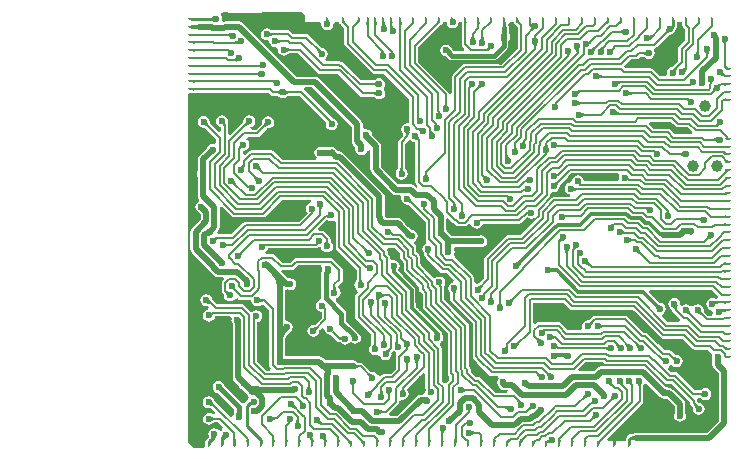
<source format=gbl>
G04*
G04 #@! TF.GenerationSoftware,Altium Limited,Altium Designer,20.2.7 (254)*
G04*
G04 Layer_Physical_Order=2*
G04 Layer_Color=16711680*
%FSLAX25Y25*%
%MOIN*%
G70*
G04*
G04 #@! TF.SameCoordinates,3777F252-AF5A-4096-8F86-E26498AB5466*
G04*
G04*
G04 #@! TF.FilePolarity,Positive*
G04*
G01*
G75*
%ADD12C,0.00984*%
%ADD13C,0.00787*%
%ADD85C,0.01181*%
%ADD86C,0.01968*%
%ADD87C,0.01575*%
%ADD88C,0.03900*%
%ADD89C,0.02362*%
G04:AMPARAMS|DCode=90|XSize=7.87mil|YSize=1141.73mil|CornerRadius=3.94mil|HoleSize=0mil|Usage=FLASHONLY|Rotation=180.000|XOffset=0mil|YOffset=0mil|HoleType=Round|Shape=RoundedRectangle|*
%AMROUNDEDRECTD90*
21,1,0.00787,1.13386,0,0,180.0*
21,1,0.00000,1.14173,0,0,180.0*
1,1,0.00787,0.00000,0.56693*
1,1,0.00787,0.00000,0.56693*
1,1,0.00787,0.00000,-0.56693*
1,1,0.00787,0.00000,-0.56693*
%
%ADD90ROUNDEDRECTD90*%
G04:AMPARAMS|DCode=91|XSize=9.84mil|YSize=19.68mil|CornerRadius=4.92mil|HoleSize=0mil|Usage=FLASHONLY|Rotation=0.000|XOffset=0mil|YOffset=0mil|HoleType=Round|Shape=RoundedRectangle|*
%AMROUNDEDRECTD91*
21,1,0.00984,0.00984,0,0,0.0*
21,1,0.00000,0.01968,0,0,0.0*
1,1,0.00984,0.00000,-0.00492*
1,1,0.00984,0.00000,-0.00492*
1,1,0.00984,0.00000,0.00492*
1,1,0.00984,0.00000,0.00492*
%
%ADD91ROUNDEDRECTD91*%
G04:AMPARAMS|DCode=92|XSize=9.84mil|YSize=19.68mil|CornerRadius=4.92mil|HoleSize=0mil|Usage=FLASHONLY|Rotation=270.000|XOffset=0mil|YOffset=0mil|HoleType=Round|Shape=RoundedRectangle|*
%AMROUNDEDRECTD92*
21,1,0.00984,0.00984,0,0,270.0*
21,1,0.00000,0.01968,0,0,270.0*
1,1,0.00984,-0.00492,0.00000*
1,1,0.00984,-0.00492,0.00000*
1,1,0.00984,0.00492,0.00000*
1,1,0.00984,0.00492,0.00000*
%
%ADD92ROUNDEDRECTD92*%
G36*
X9578Y142991D02*
X9504Y143047D01*
X9426Y143097D01*
X9342Y143142D01*
X9253Y143181D01*
X9159Y143213D01*
X9060Y143240D01*
X8957Y143261D01*
X8848Y143276D01*
X8734Y143284D01*
X8615Y143287D01*
X8506Y144272D01*
X8625Y144275D01*
X8739Y144286D01*
X8846Y144305D01*
X8946Y144330D01*
X9040Y144363D01*
X9128Y144403D01*
X9209Y144450D01*
X9283Y144505D01*
X9351Y144567D01*
X9413Y144636D01*
X9578Y142991D01*
D02*
G37*
G36*
X137106Y142126D02*
X136319D01*
X136318Y142767D01*
X137107D01*
X137106Y142126D01*
D02*
G37*
G36*
X47909Y142819D02*
X47905Y142792D01*
X47902Y142751D01*
X47893Y142333D01*
X47892Y142069D01*
X47105D01*
X47104Y142209D01*
X47073Y142742D01*
X47063Y142779D01*
X47052Y142801D01*
X47039Y142808D01*
X47913Y142832D01*
X47909Y142819D01*
D02*
G37*
G36*
X102254Y142567D02*
X102229Y142558D01*
X102195Y142538D01*
X102151Y142507D01*
X102038Y142413D01*
X101799Y142191D01*
X101594Y141990D01*
X101021Y142530D01*
X101166Y142681D01*
X101398Y142957D01*
X101484Y143081D01*
X101551Y143197D01*
X101598Y143304D01*
X101626Y143402D01*
X101633Y143491D01*
X101621Y143572D01*
X101589Y143644D01*
X102254Y142567D01*
D02*
G37*
G36*
X145561D02*
X145523Y142555D01*
X145478Y142533D01*
X145424Y142500D01*
X145363Y142457D01*
X145218Y142339D01*
X145042Y142179D01*
X144834Y141977D01*
X144327Y142583D01*
X144472Y142733D01*
X144702Y143007D01*
X144789Y143131D01*
X144855Y143247D01*
X144902Y143354D01*
X144930Y143453D01*
X144938Y143543D01*
X144927Y143624D01*
X144896Y143697D01*
X145561Y142567D01*
D02*
G37*
G36*
X141230D02*
X141193Y142555D01*
X141147Y142533D01*
X141094Y142500D01*
X141033Y142457D01*
X140887Y142339D01*
X140711Y142179D01*
X140504Y141977D01*
X139997Y142583D01*
X140141Y142733D01*
X140372Y143007D01*
X140458Y143131D01*
X140524Y143247D01*
X140571Y143354D01*
X140599Y143453D01*
X140608Y143543D01*
X140596Y143624D01*
X140566Y143697D01*
X141230Y142567D01*
D02*
G37*
G36*
X111175Y143624D02*
X111164Y143543D01*
X111172Y143453D01*
X111200Y143354D01*
X111247Y143247D01*
X111314Y143131D01*
X111400Y143007D01*
X111505Y142875D01*
X111630Y142733D01*
X111775Y142583D01*
X111268Y141977D01*
X111160Y142083D01*
X110739Y142457D01*
X110678Y142500D01*
X110624Y142533D01*
X110579Y142555D01*
X110541Y142567D01*
X111206Y143697D01*
X111175Y143624D01*
D02*
G37*
G36*
X84931Y142567D02*
X84894Y142555D01*
X84848Y142533D01*
X84795Y142500D01*
X84734Y142457D01*
X84588Y142339D01*
X84412Y142179D01*
X84205Y141977D01*
X83698Y142583D01*
X83842Y142733D01*
X84073Y143007D01*
X84159Y143131D01*
X84225Y143247D01*
X84272Y143354D01*
X84300Y143453D01*
X84308Y143543D01*
X84297Y143624D01*
X84267Y143697D01*
X84931Y142567D01*
D02*
G37*
G36*
X58042D02*
X58004Y142555D01*
X57958Y142533D01*
X57905Y142500D01*
X57844Y142457D01*
X57699Y142339D01*
X57522Y142179D01*
X57315Y141977D01*
X56808Y142583D01*
X56952Y142733D01*
X57183Y143007D01*
X57269Y143131D01*
X57336Y143247D01*
X57383Y143354D01*
X57410Y143453D01*
X57419Y143543D01*
X57407Y143624D01*
X57377Y143697D01*
X58042Y142567D01*
D02*
G37*
G36*
X150146Y142808D02*
X150136Y142769D01*
X150127Y142717D01*
X150113Y142570D01*
X150101Y142244D01*
X150098Y141957D01*
X149311D01*
X149310Y142108D01*
X149263Y142808D01*
X149252Y142832D01*
X150157D01*
X150146Y142808D01*
D02*
G37*
G36*
X98177D02*
X98167Y142769D01*
X98159Y142717D01*
X98145Y142570D01*
X98132Y142244D01*
X98130Y141957D01*
X97342D01*
X97342Y142108D01*
X97295Y142808D01*
X97284Y142832D01*
X98188D01*
X98177Y142808D01*
D02*
G37*
G36*
X72193D02*
X72183Y142769D01*
X72174Y142717D01*
X72160Y142570D01*
X72148Y142244D01*
X72146Y141957D01*
X71358D01*
X71358Y142108D01*
X71311Y142808D01*
X71300Y142832D01*
X72204D01*
X72193Y142808D01*
D02*
G37*
G36*
X63906D02*
X63896Y142769D01*
X63887Y142717D01*
X63873Y142570D01*
X63861Y142244D01*
X63858Y141957D01*
X63071D01*
X63070Y142108D01*
X63024Y142808D01*
X63012Y142832D01*
X63917D01*
X63906Y142808D01*
D02*
G37*
G36*
X61288D02*
X61278Y142769D01*
X61269Y142717D01*
X61255Y142570D01*
X61243Y142244D01*
X61240Y141957D01*
X60453D01*
X60452Y142108D01*
X60405Y142808D01*
X60394Y142832D01*
X61299D01*
X61288Y142808D01*
D02*
G37*
G36*
X154469Y142797D02*
X154453Y142749D01*
X154438Y142688D01*
X154426Y142614D01*
X154407Y142428D01*
X154395Y142190D01*
X154391Y141901D01*
X153604Y142014D01*
X153583Y142832D01*
X154488D01*
X154469Y142797D01*
D02*
G37*
G36*
X69149Y142818D02*
X69146Y142790D01*
X69140Y142686D01*
X69132Y142014D01*
X68345Y141901D01*
X68344Y142052D01*
X68310Y142614D01*
X68298Y142688D01*
X68283Y142749D01*
X68267Y142797D01*
X68248Y142832D01*
X69153D01*
X69149Y142818D01*
D02*
G37*
G36*
X176122Y142797D02*
X176106Y142748D01*
X176091Y142687D01*
X176078Y142613D01*
X176059Y142426D01*
X176047Y142188D01*
X176043Y141898D01*
X175256Y142016D01*
X175236Y142832D01*
X176141D01*
X176122Y142797D01*
D02*
G37*
G36*
X167461D02*
X167444Y142748D01*
X167430Y142687D01*
X167417Y142613D01*
X167397Y142426D01*
X167386Y142188D01*
X167382Y141898D01*
X166594Y142016D01*
X166575Y142832D01*
X167480D01*
X167461Y142797D01*
D02*
G37*
G36*
X158800D02*
X158783Y142748D01*
X158768Y142687D01*
X158756Y142613D01*
X158736Y142426D01*
X158724Y142188D01*
X158720Y141898D01*
X157933Y142016D01*
X157914Y142832D01*
X158818D01*
X158800Y142797D01*
D02*
G37*
G36*
X93839D02*
X93822Y142748D01*
X93808Y142687D01*
X93795Y142613D01*
X93775Y142426D01*
X93764Y142188D01*
X93760Y141898D01*
X92972Y142016D01*
X92953Y142832D01*
X93858D01*
X93839Y142797D01*
D02*
G37*
G36*
X119816Y142786D02*
X119793Y142729D01*
X119773Y142660D01*
X119755Y142580D01*
X119740Y142489D01*
X119719Y142274D01*
X119708Y142013D01*
X119706Y141866D01*
X118919Y142138D01*
X118937Y142832D01*
X119842D01*
X119816Y142786D01*
D02*
G37*
G36*
X53101Y143463D02*
X53086Y143384D01*
X53092Y143297D01*
X53118Y143200D01*
X53164Y143094D01*
X53230Y142979D01*
X53317Y142854D01*
X53423Y142720D01*
X53550Y142578D01*
X53696Y142426D01*
X53215Y141794D01*
X52470Y142567D01*
X53135Y143532D01*
X53101Y143463D01*
D02*
G37*
G36*
X106793Y142908D02*
X106798Y142832D01*
X106850D01*
X106839Y142808D01*
X106829Y142769D01*
X106820Y142717D01*
X106811Y142628D01*
X106871Y141723D01*
X106896Y141622D01*
X106924Y141548D01*
X106955Y141501D01*
X105841D01*
X105872Y141548D01*
X105899Y141622D01*
X105924Y141723D01*
X105945Y141852D01*
X105978Y142192D01*
X105984Y142388D01*
X105956Y142808D01*
X105945Y142832D01*
X106000D01*
X106002Y142908D01*
X106004Y143202D01*
X106791D01*
X106793Y142908D01*
D02*
G37*
G36*
X66531Y142818D02*
X66527Y142790D01*
X66522Y142686D01*
X66518Y142342D01*
X66519Y142316D01*
X66533Y142209D01*
X66557Y142107D01*
X66591Y142010D01*
X66634Y141918D01*
X66687Y141831D01*
X66750Y141749D01*
X66822Y141672D01*
X66904Y141600D01*
X66995Y141533D01*
X65370Y141227D01*
X65438Y141330D01*
X65552Y141536D01*
X65598Y141639D01*
X65638Y141743D01*
X65670Y141848D01*
X65695Y141953D01*
X65712Y142058D01*
X65720Y142138D01*
X65692Y142614D01*
X65680Y142688D01*
X65665Y142749D01*
X65649Y142797D01*
X65630Y142832D01*
X66535D01*
X66531Y142818D01*
D02*
G37*
G36*
X3954Y140462D02*
X3889Y140505D01*
X3793Y140544D01*
X3664Y140578D01*
X3504Y140607D01*
X3311Y140632D01*
X2831Y140669D01*
X1870Y140689D01*
Y141673D01*
X2222Y141675D01*
X3504Y141755D01*
X3664Y141785D01*
X3793Y141819D01*
X3889Y141857D01*
X3954Y141901D01*
Y140462D01*
D02*
G37*
G36*
X69137Y141509D02*
X69151Y141402D01*
X69175Y141306D01*
X69209Y141221D01*
X69253Y141146D01*
X69306Y141080D01*
X69368Y141026D01*
X69441Y140981D01*
X69523Y140947D01*
X69614Y140923D01*
X68254Y140089D01*
X68271Y140159D01*
X68287Y140245D01*
X68312Y140460D01*
X68337Y140892D01*
X68345Y141458D01*
X69132Y141625D01*
X69137Y141509D01*
D02*
G37*
G36*
X115493Y142798D02*
X115476Y142752D01*
X115461Y142696D01*
X115449Y142629D01*
X115429Y142463D01*
X115417Y142253D01*
X115416Y142184D01*
X115469Y142156D01*
X115526Y142135D01*
X115583Y142126D01*
X115639Y142127D01*
X115696Y142138D01*
X115753Y142160D01*
X115809Y142193D01*
X115866Y142236D01*
X115663Y141116D01*
X116622Y140157D01*
X116503Y140155D01*
X116388Y140144D01*
X116278Y140125D01*
X116171Y140099D01*
X116069Y140064D01*
X115972Y140022D01*
X115878Y139971D01*
X115789Y139912D01*
X115704Y139846D01*
X115624Y139772D01*
X115067Y140329D01*
X115141Y140409D01*
X115208Y140494D01*
X115266Y140583D01*
X115317Y140676D01*
X115359Y140774D01*
X115394Y140876D01*
X115421Y140982D01*
X115424Y141001D01*
X115406Y141024D01*
X115129Y141326D01*
X114741Y141723D01*
X115027Y142008D01*
X114626Y142016D01*
X114607Y142832D01*
X115511D01*
X115493Y142798D01*
D02*
G37*
G36*
X161602Y139370D02*
X161483Y139367D01*
X161368Y139357D01*
X161258Y139338D01*
X161152Y139311D01*
X161050Y139277D01*
X160952Y139234D01*
X160859Y139184D01*
X160769Y139125D01*
X160685Y139059D01*
X160604Y138984D01*
X160047Y139541D01*
X160122Y139622D01*
X160188Y139706D01*
X160247Y139795D01*
X160297Y139889D01*
X160340Y139987D01*
X160374Y140089D01*
X160401Y140195D01*
X160420Y140305D01*
X160430Y140420D01*
X160433Y140539D01*
X161602Y139370D01*
D02*
G37*
G36*
X146105Y138740D02*
X146019Y138822D01*
X145930Y138896D01*
X145839Y138961D01*
X145745Y139017D01*
X145648Y139065D01*
X145549Y139104D01*
X145448Y139134D01*
X145343Y139156D01*
X145236Y139169D01*
X145127Y139173D01*
Y139961D01*
X145236Y139965D01*
X145343Y139978D01*
X145448Y140000D01*
X145549Y140030D01*
X145648Y140069D01*
X145745Y140117D01*
X145839Y140173D01*
X145930Y140238D01*
X146019Y140311D01*
X146105Y140394D01*
Y138740D01*
D02*
G37*
G36*
X107185Y139384D02*
X107193Y138665D01*
X105546Y138803D01*
X105558Y138820D01*
X105569Y138851D01*
X105579Y138894D01*
X105587Y138950D01*
X105600Y139102D01*
X105610Y139427D01*
X105610Y139562D01*
X107185Y139384D01*
D02*
G37*
G36*
X165784Y142334D02*
Y141772D01*
X165784Y141772D01*
X165875Y141311D01*
X166137Y140920D01*
X166611Y140446D01*
Y136627D01*
X164700Y134716D01*
X164439Y134325D01*
X164347Y133864D01*
X164347Y133864D01*
Y129822D01*
X162566Y128041D01*
X162522Y128008D01*
X162471Y127977D01*
X162417Y127947D01*
X162358Y127918D01*
X162302Y127895D01*
X162136Y127841D01*
X162045Y127819D01*
X161990Y127794D01*
X161721Y127740D01*
X161070Y127305D01*
X160635Y126654D01*
X160482Y125886D01*
X160556Y125515D01*
X160021Y124728D01*
X158410D01*
X156105Y127033D01*
X155714Y127294D01*
X155253Y127385D01*
X155253Y127385D01*
X146857D01*
X146219Y128023D01*
X146226Y128085D01*
X148530Y130390D01*
X150399D01*
X150400Y130390D01*
X150860Y130482D01*
X151251Y130743D01*
X151720Y131212D01*
X152857D01*
X152894Y131204D01*
X152930Y131194D01*
X152966Y131179D01*
X153003Y131161D01*
X153042Y131138D01*
X153084Y131108D01*
X153116Y131082D01*
X153173Y130997D01*
X153824Y130562D01*
X154592Y130409D01*
X155360Y130562D01*
X156011Y130997D01*
X156446Y131648D01*
X156599Y132416D01*
X156446Y133184D01*
X156387Y133273D01*
X156760Y134124D01*
X156764Y134126D01*
X157151Y134385D01*
X161239Y138473D01*
X161270Y138494D01*
X161304Y138512D01*
X161339Y138527D01*
X161379Y138541D01*
X161423Y138552D01*
X161473Y138560D01*
X161514Y138564D01*
X161614Y138544D01*
X162382Y138697D01*
X163033Y139132D01*
X163469Y139783D01*
X163621Y140551D01*
X163586Y140728D01*
X163863Y141142D01*
X163962Y141642D01*
Y142717D01*
X165775D01*
X165784Y142334D01*
D02*
G37*
G36*
X155994Y137885D02*
X155011Y136933D01*
X154833Y138470D01*
X154900Y138417D01*
X154969Y138379D01*
X155041Y138355D01*
X155114Y138347D01*
X155190Y138353D01*
X155269Y138374D01*
X155349Y138410D01*
X155431Y138461D01*
X155516Y138527D01*
X155603Y138608D01*
X155994Y137885D01*
D02*
G37*
G36*
X2585Y139017D02*
X2633Y139000D01*
X2694Y138986D01*
X2768Y138973D01*
X2954Y138954D01*
X3192Y138943D01*
X3481Y138939D01*
X3368Y138151D01*
X2550Y138130D01*
Y139035D01*
X2585Y139017D01*
D02*
G37*
G36*
X14941Y137664D02*
X14878Y137757D01*
X14809Y137840D01*
X14735Y137913D01*
X14656Y137976D01*
X14571Y138030D01*
X14480Y138074D01*
X14384Y138108D01*
X14283Y138132D01*
X14175Y138146D01*
X14063Y138151D01*
X14251Y138939D01*
X14356Y138942D01*
X14462Y138952D01*
X14567Y138969D01*
X14672Y138993D01*
X14778Y139024D01*
X14883Y139061D01*
X14988Y139105D01*
X15092Y139156D01*
X15302Y139278D01*
X14941Y137664D01*
D02*
G37*
G36*
X117104Y137961D02*
X117126Y137699D01*
X117139Y137631D01*
X117156Y137571D01*
X117175Y137521D01*
X117197Y137480D01*
X117221Y137448D01*
X117249Y137425D01*
X116152Y137496D01*
X116183Y137514D01*
X116211Y137542D01*
X116235Y137578D01*
X116256Y137622D01*
X116274Y137675D01*
X116289Y137737D01*
X116301Y137806D01*
X116309Y137885D01*
X116315Y138067D01*
X117103D01*
X117104Y137961D01*
D02*
G37*
G36*
X96264Y137933D02*
X96277Y137826D01*
X96299Y137722D01*
X96329Y137620D01*
X96368Y137521D01*
X96416Y137424D01*
X96472Y137330D01*
X96537Y137239D01*
X96611Y137150D01*
X96693Y137064D01*
X95039D01*
X95122Y137150D01*
X95195Y137239D01*
X95260Y137330D01*
X95316Y137424D01*
X95364Y137521D01*
X95403Y137620D01*
X95433Y137722D01*
X95455Y137826D01*
X95468Y137933D01*
X95472Y138043D01*
X96260D01*
X96264Y137933D01*
D02*
G37*
G36*
X99510Y137715D02*
X99514Y137607D01*
X99526Y137501D01*
X99547Y137396D01*
X99575Y137292D01*
X99611Y137190D01*
X99655Y137090D01*
X99708Y136992D01*
X99768Y136895D01*
X99837Y136799D01*
X99913Y136705D01*
X98265Y136840D01*
X98352Y136918D01*
X98430Y136999D01*
X98499Y137085D01*
X98558Y137174D01*
X98608Y137266D01*
X98650Y137362D01*
X98682Y137462D01*
X98705Y137566D01*
X98718Y137673D01*
X98723Y137784D01*
X99510Y137715D01*
D02*
G37*
G36*
X135440Y136065D02*
X135369Y135990D01*
X135234Y135831D01*
X135170Y135746D01*
X135051Y135565D01*
X134995Y135470D01*
X134892Y135268D01*
X134845Y135162D01*
X134258Y136701D01*
X134353Y136663D01*
X134448Y136637D01*
X134541Y136625D01*
X134633Y136625D01*
X134724Y136638D01*
X134813Y136664D01*
X134902Y136703D01*
X134989Y136755D01*
X135075Y136820D01*
X135160Y136898D01*
X135440Y136065D01*
D02*
G37*
G36*
X107030Y136966D02*
X107017Y136948D01*
X107005Y136918D01*
X106994Y136874D01*
X106985Y136818D01*
X106971Y136665D01*
X106960Y136340D01*
X106959Y136206D01*
X105385Y136438D01*
X105386Y137144D01*
X107030Y136966D01*
D02*
G37*
G36*
X2574Y136425D02*
X2613Y136416D01*
X2665Y136407D01*
X2812Y136393D01*
X3138Y136380D01*
X3425Y136378D01*
Y135591D01*
X3274Y135590D01*
X2574Y135543D01*
X2550Y135532D01*
Y136437D01*
X2574Y136425D01*
D02*
G37*
G36*
X180666Y136373D02*
X180592Y136285D01*
X180527Y136193D01*
X180471Y136099D01*
X180423Y136003D01*
X180384Y135904D01*
X180354Y135802D01*
X180332Y135697D01*
X180319Y135591D01*
X180315Y135481D01*
X179528D01*
X179523Y135591D01*
X179510Y135697D01*
X179489Y135802D01*
X179458Y135904D01*
X179419Y136003D01*
X179372Y136099D01*
X179315Y136193D01*
X179250Y136285D01*
X179177Y136373D01*
X179095Y136460D01*
X180748D01*
X180666Y136373D01*
D02*
G37*
G36*
X18071Y135319D02*
X17960Y135359D01*
X17722Y135427D01*
X17596Y135455D01*
X17326Y135497D01*
X17183Y135512D01*
X16722Y135531D01*
X16618Y136319D01*
X16733Y136324D01*
X16840Y136339D01*
X16938Y136364D01*
X17028Y136399D01*
X17109Y136443D01*
X17183Y136498D01*
X17248Y136563D01*
X17304Y136638D01*
X17353Y136723D01*
X17393Y136818D01*
X18071Y135319D01*
D02*
G37*
G36*
X117418Y135521D02*
X117347Y135428D01*
X117284Y135334D01*
X117230Y135237D01*
X117184Y135138D01*
X117146Y135038D01*
X117117Y134935D01*
X117096Y134830D01*
X117084Y134724D01*
X117079Y134615D01*
X116292Y134578D01*
X116287Y134688D01*
X116274Y134795D01*
X116252Y134899D01*
X116220Y135000D01*
X116180Y135098D01*
X116131Y135192D01*
X116073Y135283D01*
X116006Y135372D01*
X115930Y135457D01*
X115845Y135538D01*
X117497Y135611D01*
X117418Y135521D01*
D02*
G37*
G36*
X101744Y133616D02*
X101704Y133623D01*
X101659Y133621D01*
X101611Y133610D01*
X101559Y133591D01*
X101503Y133563D01*
X101444Y133526D01*
X101381Y133480D01*
X101314Y133426D01*
X101169Y133291D01*
X100612Y133848D01*
X100684Y133922D01*
X100802Y134060D01*
X100847Y134123D01*
X100884Y134182D01*
X100912Y134238D01*
X100932Y134290D01*
X100942Y134338D01*
X100944Y134382D01*
X100937Y134423D01*
X101744Y133616D01*
D02*
G37*
G36*
X139798Y134320D02*
X139720Y134235D01*
X139655Y134149D01*
X139604Y134063D01*
X139566Y133975D01*
X139541Y133887D01*
X139529Y133798D01*
X139530Y133708D01*
X139545Y133617D01*
X139573Y133526D01*
X139614Y133434D01*
X138069Y133965D01*
X138167Y134013D01*
X138370Y134133D01*
X138475Y134204D01*
X138693Y134370D01*
X138921Y134566D01*
X139158Y134793D01*
X139798Y134320D01*
D02*
G37*
G36*
X109523Y142520D02*
X109806Y142097D01*
X110122Y141886D01*
X110134Y141876D01*
X110142Y141873D01*
X110229Y141814D01*
X110260Y141808D01*
X110525Y141573D01*
X110804Y141295D01*
Y134108D01*
X105558Y128862D01*
X93259D01*
X92799Y128770D01*
X92408Y128509D01*
X92408Y128509D01*
X89208Y125309D01*
X88946Y124918D01*
X88855Y124457D01*
X88855Y124457D01*
Y119011D01*
X88067Y118933D01*
X88022Y119162D01*
X87761Y119552D01*
X87761Y119552D01*
X77681Y129633D01*
Y134306D01*
X85025Y141651D01*
X85111Y141729D01*
X85207Y141807D01*
X85243Y141814D01*
X85331Y141873D01*
X85339Y141876D01*
X85350Y141886D01*
X85667Y142097D01*
X85949Y142520D01*
X85988Y142717D01*
X87166D01*
X87319Y141948D01*
X87754Y141297D01*
X88405Y140862D01*
X89173Y140709D01*
X89941Y140862D01*
X90592Y141297D01*
X91027Y141948D01*
X91180Y142717D01*
X92153D01*
X92162Y142334D01*
Y137416D01*
X92162Y137416D01*
Y135380D01*
X92162Y135380D01*
X92254Y134919D01*
X92515Y134528D01*
X92652Y134391D01*
X92652Y134390D01*
X93109Y133934D01*
X92807Y133207D01*
X89651D01*
X88897Y133961D01*
X88862Y134134D01*
X88427Y134785D01*
X87776Y135220D01*
X87008Y135373D01*
X86240Y135220D01*
X85589Y134785D01*
X85154Y134134D01*
X85001Y133366D01*
X85154Y132598D01*
X85589Y131947D01*
X86240Y131512D01*
X86943Y131372D01*
X86955Y131361D01*
X87851Y130466D01*
X88371Y130118D01*
X88986Y129996D01*
X102820D01*
X102820Y129996D01*
X103434Y130118D01*
X103955Y130466D01*
X107307Y133818D01*
X107307Y133818D01*
X107655Y134339D01*
X107778Y134953D01*
Y136563D01*
X108153Y137126D01*
X108306Y137894D01*
X108153Y138662D01*
X108003Y138887D01*
Y140945D01*
X107881Y141559D01*
X107666Y141882D01*
X107662Y141929D01*
X108371Y142717D01*
X109484D01*
X109523Y142520D01*
D02*
G37*
G36*
X136857Y133969D02*
X136782Y133887D01*
X136716Y133802D01*
X136659Y133713D01*
X136610Y133619D01*
X136571Y133522D01*
X136541Y133421D01*
X136520Y133316D01*
X136508Y133207D01*
X136505Y133094D01*
X136511Y132977D01*
X135255Y134052D01*
X135375Y134064D01*
X135491Y134083D01*
X135602Y134108D01*
X135709Y134141D01*
X135811Y134180D01*
X135909Y134226D01*
X136002Y134279D01*
X136091Y134339D01*
X136174Y134406D01*
X136254Y134480D01*
X136857Y133969D01*
D02*
G37*
G36*
X2585Y133820D02*
X2633Y133803D01*
X2694Y133789D01*
X2768Y133776D01*
X2954Y133757D01*
X3192Y133746D01*
X3481Y133742D01*
X3368Y132955D01*
X2550Y132934D01*
Y133838D01*
X2585Y133820D01*
D02*
G37*
G36*
X131533Y133787D02*
X131465Y133691D01*
X131404Y133594D01*
X131352Y133495D01*
X131308Y133395D01*
X131272Y133293D01*
X131243Y133190D01*
X131223Y133085D01*
X131211Y132978D01*
X131207Y132870D01*
X130420Y132800D01*
X130415Y132911D01*
X130401Y133018D01*
X130378Y133121D01*
X130346Y133221D01*
X130305Y133317D01*
X130255Y133410D01*
X130195Y133498D01*
X130126Y133583D01*
X130049Y133665D01*
X129961Y133743D01*
X131609Y133881D01*
X131533Y133787D01*
D02*
G37*
G36*
X66190Y132973D02*
X66204Y132748D01*
X66210Y132711D01*
X66218Y132681D01*
X66226Y132659D01*
X66236Y132645D01*
X66247Y132638D01*
X65367Y132526D01*
X65374Y132535D01*
X65380Y132553D01*
X65385Y132581D01*
X65390Y132619D01*
X65397Y132723D01*
X65402Y133048D01*
X66190D01*
X66190Y132973D01*
D02*
G37*
G36*
X174760Y132830D02*
X174687Y132741D01*
X174622Y132650D01*
X174565Y132556D01*
X174518Y132459D01*
X174479Y132360D01*
X174448Y132258D01*
X174427Y132154D01*
X174414Y132047D01*
X174409Y131938D01*
X173622D01*
X173618Y132047D01*
X173605Y132154D01*
X173583Y132258D01*
X173553Y132360D01*
X173514Y132459D01*
X173466Y132556D01*
X173410Y132650D01*
X173345Y132741D01*
X173271Y132830D01*
X173189Y132916D01*
X174843D01*
X174760Y132830D01*
D02*
G37*
G36*
X171358Y132780D02*
X171360Y132676D01*
X171377Y132468D01*
X171392Y132363D01*
X171435Y132152D01*
X171463Y132045D01*
X171531Y131831D01*
X171571Y131723D01*
X170072Y132401D01*
X170167Y132441D01*
X170252Y132490D01*
X170327Y132547D01*
X170391Y132612D01*
X170446Y132685D01*
X170491Y132766D01*
X170526Y132856D01*
X170551Y132955D01*
X170566Y133061D01*
X170571Y133176D01*
X171358Y132780D01*
D02*
G37*
G36*
X88680Y133021D02*
X87762Y131711D01*
X87667Y131806D01*
X87263Y132158D01*
X87224Y132181D01*
X87193Y132194D01*
X87170Y132196D01*
X88181Y133505D01*
X88680Y133021D01*
D02*
G37*
G36*
X153748Y131589D02*
X153662Y131672D01*
X153573Y131745D01*
X153482Y131810D01*
X153388Y131867D01*
X153291Y131914D01*
X153192Y131953D01*
X153090Y131983D01*
X152986Y132005D01*
X152879Y132018D01*
X152769Y132023D01*
Y132810D01*
X152879Y132814D01*
X152986Y132827D01*
X153090Y132849D01*
X153192Y132879D01*
X153291Y132918D01*
X153388Y132966D01*
X153482Y133022D01*
X153573Y133087D01*
X153662Y133161D01*
X153748Y133243D01*
Y131589D01*
D02*
G37*
G36*
X128348Y132302D02*
X128287Y132233D01*
X128233Y132157D01*
X128187Y132076D01*
X128147Y131988D01*
X128115Y131893D01*
X128090Y131792D01*
X128072Y131685D01*
X128061Y131572D01*
X128057Y131452D01*
X127270D01*
X127266Y131572D01*
X127256Y131685D01*
X127238Y131792D01*
X127213Y131893D01*
X127180Y131988D01*
X127141Y132076D01*
X127094Y132157D01*
X127040Y132233D01*
X126979Y132302D01*
X126911Y132364D01*
X128417D01*
X128348Y132302D01*
D02*
G37*
G36*
X2574Y131229D02*
X2613Y131219D01*
X2665Y131210D01*
X2812Y131196D01*
X3138Y131184D01*
X3425Y131181D01*
Y130394D01*
X3274Y130393D01*
X2574Y130346D01*
X2550Y130335D01*
Y131240D01*
X2574Y131229D01*
D02*
G37*
G36*
X17447Y129586D02*
X17358Y129613D01*
X17258Y129636D01*
X17027Y129675D01*
X16754Y129702D01*
X16267Y129723D01*
X16083Y129724D01*
X15942Y130512D01*
X16058Y130517D01*
X16164Y130531D01*
X16261Y130556D01*
X16348Y130590D01*
X16426Y130634D01*
X16494Y130689D01*
X16552Y130752D01*
X16601Y130826D01*
X16641Y130910D01*
X16671Y131003D01*
X17447Y129586D01*
D02*
G37*
G36*
X2574Y128630D02*
X2613Y128620D01*
X2665Y128611D01*
X2812Y128597D01*
X3138Y128585D01*
X3425Y128583D01*
Y127795D01*
X3274Y127795D01*
X2574Y127748D01*
X2550Y127737D01*
Y128641D01*
X2574Y128630D01*
D02*
G37*
G36*
X180321Y128168D02*
X180702Y127834D01*
X180770Y127786D01*
X180828Y127753D01*
X180875Y127735D01*
X180912Y127731D01*
X180937Y127741D01*
X180166Y127076D01*
X180155Y127113D01*
X180134Y127155D01*
X180105Y127204D01*
X180067Y127260D01*
X179962Y127391D01*
X179821Y127548D01*
X179643Y127731D01*
X180200Y128288D01*
X180321Y128168D01*
D02*
G37*
G36*
X163911Y127127D02*
X163835Y127043D01*
X163770Y126957D01*
X163716Y126868D01*
X163672Y126777D01*
X163639Y126682D01*
X163617Y126584D01*
X163606Y126483D01*
X163606Y126379D01*
X163616Y126272D01*
X163638Y126163D01*
X162235Y127039D01*
X162355Y127068D01*
X162580Y127141D01*
X162685Y127185D01*
X162786Y127233D01*
X162882Y127286D01*
X162973Y127344D01*
X163059Y127407D01*
X163141Y127474D01*
X163217Y127546D01*
X163911Y127127D01*
D02*
G37*
G36*
X167225Y127099D02*
X167150Y127018D01*
X167084Y126934D01*
X167025Y126844D01*
X166975Y126751D01*
X166932Y126653D01*
X166897Y126551D01*
X166871Y126445D01*
X166852Y126335D01*
X166841Y126220D01*
X166839Y126101D01*
X165670Y127270D01*
X165789Y127273D01*
X165903Y127283D01*
X166014Y127302D01*
X166120Y127329D01*
X166222Y127363D01*
X166320Y127406D01*
X166413Y127456D01*
X166502Y127515D01*
X166587Y127581D01*
X166668Y127656D01*
X167225Y127099D01*
D02*
G37*
G36*
X2585Y126024D02*
X2633Y126008D01*
X2694Y125994D01*
X2768Y125981D01*
X2954Y125962D01*
X3192Y125950D01*
X3481Y125947D01*
X3368Y125159D01*
X2550Y125138D01*
Y126043D01*
X2585Y126024D01*
D02*
G37*
G36*
X24804Y124710D02*
X24723Y124795D01*
X24639Y124872D01*
X24551Y124939D01*
X24460Y124997D01*
X24366Y125047D01*
X24269Y125087D01*
X24168Y125119D01*
X24065Y125141D01*
X23957Y125155D01*
X23847Y125159D01*
X23890Y125947D01*
X23999Y125951D01*
X24106Y125963D01*
X24210Y125984D01*
X24313Y126013D01*
X24414Y126050D01*
X24513Y126096D01*
X24610Y126150D01*
X24705Y126212D01*
X24798Y126282D01*
X24889Y126361D01*
X24804Y124710D01*
D02*
G37*
G36*
X179636Y126067D02*
X179656Y125951D01*
X179684Y125840D01*
X179718Y125733D01*
X179759Y125631D01*
X179806Y125533D01*
X179859Y125441D01*
X179920Y125352D01*
X179987Y125269D01*
X180060Y125189D01*
X179562Y124574D01*
X179480Y124649D01*
X179395Y124715D01*
X179306Y124772D01*
X179212Y124819D01*
X179115Y124857D01*
X179015Y124886D01*
X178910Y124906D01*
X178802Y124916D01*
X178690Y124917D01*
X178574Y124909D01*
X179621Y126188D01*
X179636Y126067D01*
D02*
G37*
G36*
X138198Y125398D02*
X138263Y125315D01*
X138334Y125241D01*
X138411Y125177D01*
X138494Y125123D01*
X138583Y125079D01*
X138678Y125044D01*
X138779Y125020D01*
X138886Y125005D01*
X138999Y125000D01*
X138777Y124213D01*
X138672Y124209D01*
X138567Y124200D01*
X138462Y124184D01*
X138356Y124162D01*
X138251Y124133D01*
X138144Y124098D01*
X138038Y124056D01*
X137825Y123954D01*
X137718Y123893D01*
X138139Y125492D01*
X138198Y125398D01*
D02*
G37*
G36*
X144985Y122655D02*
X144891Y122560D01*
X144492Y122108D01*
X144487Y122090D01*
X144071Y123047D01*
X144093Y123033D01*
X144118Y123025D01*
X144147Y123024D01*
X144178Y123031D01*
X144212Y123044D01*
X144249Y123064D01*
X144290Y123090D01*
X144333Y123124D01*
X144379Y123164D01*
X144428Y123212D01*
X144985Y122655D01*
D02*
G37*
G36*
X2574Y123433D02*
X2613Y123423D01*
X2665Y123415D01*
X2812Y123400D01*
X3138Y123388D01*
X3425Y123386D01*
Y122598D01*
X3274Y122598D01*
X2574Y122551D01*
X2550Y122540D01*
Y123444D01*
X2574Y123433D01*
D02*
G37*
G36*
X175777Y122800D02*
X175758Y122789D01*
X175741Y122770D01*
X175726Y122743D01*
X175714Y122708D01*
X175703Y122665D01*
X175694Y122613D01*
X175687Y122554D01*
X175679Y122410D01*
X175678Y122326D01*
X174891D01*
X174890Y122425D01*
X174871Y122726D01*
X174862Y122778D01*
X174852Y122820D01*
X174840Y122853D01*
X174827Y122876D01*
X174812Y122890D01*
X175777Y122800D01*
D02*
G37*
G36*
X178754Y121751D02*
X178683Y121678D01*
X178479Y121440D01*
X178448Y121394D01*
X178426Y121353D01*
X178411Y121317D01*
X178405Y121287D01*
X178407Y121262D01*
X177758Y122037D01*
X177783Y122031D01*
X177812Y122031D01*
X177846Y122039D01*
X177884Y122055D01*
X177926Y122078D01*
X177972Y122109D01*
X178022Y122147D01*
X178135Y122247D01*
X178198Y122308D01*
X178754Y121751D01*
D02*
G37*
G36*
X180431Y121615D02*
X180417Y121619D01*
X180388Y121622D01*
X180285Y121628D01*
X179612Y121635D01*
X179499Y122423D01*
X179650Y122424D01*
X180213Y122458D01*
X180286Y122470D01*
X180347Y122485D01*
X180395Y122501D01*
X180431Y122519D01*
Y121615D01*
D02*
G37*
G36*
X98906Y120965D02*
X98786Y120962D01*
X98672Y120951D01*
X98561Y120932D01*
X98455Y120906D01*
X98353Y120871D01*
X98255Y120828D01*
X98162Y120778D01*
X98073Y120720D01*
X97988Y120653D01*
X97907Y120579D01*
X97351Y121135D01*
X97425Y121216D01*
X97491Y121301D01*
X97550Y121390D01*
X97600Y121483D01*
X97643Y121581D01*
X97677Y121683D01*
X97704Y121789D01*
X97723Y121900D01*
X97734Y122015D01*
X97736Y122134D01*
X98906Y120965D01*
D02*
G37*
G36*
X2574Y120835D02*
X2613Y120825D01*
X2665Y120816D01*
X2812Y120802D01*
X3138Y120790D01*
X3425Y120787D01*
Y120000D01*
X3274Y119999D01*
X2574Y119953D01*
X2550Y119941D01*
Y120846D01*
X2574Y120835D01*
D02*
G37*
G36*
X131704Y119505D02*
X131296Y119051D01*
X130825Y119854D01*
X130840Y119848D01*
X130859Y119847D01*
X130882Y119853D01*
X130908Y119864D01*
X130938Y119882D01*
X130973Y119906D01*
X131010Y119936D01*
X131098Y120014D01*
X131147Y120062D01*
X131704Y119505D01*
D02*
G37*
G36*
X177356Y119787D02*
X177236Y119774D01*
X177120Y119754D01*
X177009Y119728D01*
X176902Y119695D01*
X176800Y119655D01*
X176702Y119608D01*
X176609Y119555D01*
X176521Y119494D01*
X176437Y119428D01*
X176358Y119354D01*
X175748Y119858D01*
X175824Y119940D01*
X175890Y120025D01*
X175946Y120115D01*
X175994Y120208D01*
X176033Y120305D01*
X176062Y120406D01*
X176082Y120511D01*
X176094Y120619D01*
X176096Y120732D01*
X176088Y120848D01*
X177356Y119787D01*
D02*
G37*
G36*
X180431Y119016D02*
X180417Y119020D01*
X180388Y119024D01*
X180286Y119030D01*
X179617Y119037D01*
Y119825D01*
X179745Y119825D01*
X180231Y119859D01*
X180297Y119872D01*
X180352Y119886D01*
X180397Y119903D01*
X180431Y119921D01*
Y119016D01*
D02*
G37*
G36*
X33508Y120134D02*
X33597Y120061D01*
X33689Y119996D01*
X33783Y119939D01*
X33879Y119892D01*
X33978Y119853D01*
X34080Y119822D01*
X34184Y119801D01*
X34291Y119788D01*
X34401Y119783D01*
Y118996D01*
X34291Y118992D01*
X34184Y118979D01*
X34080Y118957D01*
X33978Y118927D01*
X33879Y118888D01*
X33783Y118840D01*
X33689Y118784D01*
X33597Y118719D01*
X33508Y118645D01*
X33422Y118563D01*
Y120217D01*
X33508Y120134D01*
D02*
G37*
G36*
X31735Y118563D02*
X31649Y118645D01*
X31560Y118719D01*
X31469Y118784D01*
X31375Y118840D01*
X31278Y118888D01*
X31179Y118927D01*
X31077Y118957D01*
X30973Y118979D01*
X30866Y118992D01*
X30757Y118996D01*
Y119783D01*
X30866Y119788D01*
X30973Y119801D01*
X31077Y119822D01*
X31179Y119853D01*
X31278Y119892D01*
X31375Y119939D01*
X31469Y119996D01*
X31560Y120061D01*
X31649Y120134D01*
X31735Y120217D01*
Y118563D01*
D02*
G37*
G36*
X147977Y119741D02*
X148066Y119667D01*
X148157Y119602D01*
X148251Y119546D01*
X148348Y119498D01*
X148447Y119459D01*
X148549Y119429D01*
X148653Y119407D01*
X148760Y119394D01*
X148870Y119390D01*
Y118602D01*
X148760Y118598D01*
X148653Y118585D01*
X148549Y118563D01*
X148447Y118533D01*
X148348Y118494D01*
X148251Y118447D01*
X148157Y118390D01*
X148066Y118325D01*
X147977Y118252D01*
X147891Y118169D01*
Y119823D01*
X147977Y119741D01*
D02*
G37*
G36*
X180431Y116418D02*
X180406Y116429D01*
X180368Y116439D01*
X180315Y116448D01*
X180168Y116462D01*
X179843Y116474D01*
X179556Y116476D01*
Y117264D01*
X179706Y117264D01*
X180406Y117311D01*
X180431Y117322D01*
Y116418D01*
D02*
G37*
G36*
X167939Y117342D02*
X168106Y117201D01*
X168154Y117169D01*
X168197Y117146D01*
X168236Y117129D01*
X168271Y117121D01*
X168302Y117120D01*
X168328Y117127D01*
X167660Y116354D01*
X167662Y116381D01*
X167657Y116412D01*
X167643Y116449D01*
X167621Y116490D01*
X167591Y116537D01*
X167552Y116589D01*
X167452Y116708D01*
X167318Y116848D01*
X167875Y117404D01*
X167939Y117342D01*
D02*
G37*
G36*
X131054Y116498D02*
X131143Y116425D01*
X131234Y116360D01*
X131328Y116303D01*
X131425Y116256D01*
X131524Y116217D01*
X131626Y116186D01*
X131730Y116165D01*
X131837Y116152D01*
X131947Y116147D01*
Y115360D01*
X131837Y115356D01*
X131730Y115343D01*
X131626Y115321D01*
X131524Y115291D01*
X131425Y115252D01*
X131328Y115204D01*
X131234Y115148D01*
X131143Y115083D01*
X131054Y115009D01*
X130968Y114927D01*
Y116580D01*
X131054Y116498D01*
D02*
G37*
G36*
X87308Y115492D02*
X87321Y115385D01*
X87342Y115281D01*
X87372Y115179D01*
X87411Y115080D01*
X87459Y114983D01*
X87515Y114889D01*
X87580Y114798D01*
X87654Y114709D01*
X87736Y114623D01*
X86083D01*
X86165Y114709D01*
X86239Y114798D01*
X86304Y114889D01*
X86360Y114983D01*
X86408Y115080D01*
X86446Y115179D01*
X86477Y115281D01*
X86498Y115385D01*
X86511Y115492D01*
X86516Y115602D01*
X87303D01*
X87308Y115492D01*
D02*
G37*
G36*
X143830Y113101D02*
X143887Y113016D01*
X143951Y112941D01*
X144022Y112876D01*
X144100Y112821D01*
X144186Y112777D01*
X144278Y112742D01*
X144378Y112717D01*
X144485Y112702D01*
X144599Y112697D01*
X144298Y111909D01*
X144195Y111907D01*
X143987Y111885D01*
X143881Y111866D01*
X143667Y111811D01*
X143559Y111776D01*
X143340Y111688D01*
X143229Y111636D01*
X143780Y113195D01*
X143830Y113101D01*
D02*
G37*
G36*
X132239Y112655D02*
X132327Y112581D01*
X132418Y112516D01*
X132512Y112460D01*
X132608Y112412D01*
X132707Y112373D01*
X132809Y112342D01*
X132913Y112320D01*
X133020Y112308D01*
X133130Y112303D01*
X133126Y111516D01*
X133016Y111511D01*
X132910Y111498D01*
X132805Y111477D01*
X132703Y111447D01*
X132604Y111408D01*
X132507Y111360D01*
X132413Y111304D01*
X132321Y111240D01*
X132232Y111166D01*
X132145Y111084D01*
X132153Y112738D01*
X132239Y112655D01*
D02*
G37*
G36*
X39862Y145208D02*
Y142717D01*
X44950D01*
X45450Y142108D01*
X45434Y142027D01*
X45587Y141259D01*
X46022Y140608D01*
X46673Y140173D01*
X47441Y140021D01*
X48209Y140173D01*
X48860Y140608D01*
X49295Y141259D01*
X49448Y142027D01*
X49432Y142108D01*
X49932Y142717D01*
X51413D01*
X51452Y142520D01*
X51735Y142097D01*
X51872Y142005D01*
X51904Y141958D01*
X53127Y140735D01*
Y135568D01*
X53127Y135568D01*
X53218Y135107D01*
X53479Y134717D01*
X62276Y125920D01*
X62276Y125920D01*
X62666Y125659D01*
X63127Y125567D01*
X66467D01*
X74780Y117254D01*
Y109483D01*
X74171Y108984D01*
X74114Y108995D01*
X73346Y108843D01*
X72695Y108407D01*
X72260Y107756D01*
X72107Y106988D01*
X72260Y106220D01*
X72695Y105569D01*
X72511Y104824D01*
X71294Y103607D01*
X71033Y103217D01*
X70941Y102756D01*
X70941Y102756D01*
Y96519D01*
X70941Y96519D01*
X70941Y96519D01*
Y93959D01*
X70934Y93922D01*
X70923Y93886D01*
X70909Y93850D01*
X70891Y93813D01*
X70867Y93774D01*
X70838Y93732D01*
X70811Y93700D01*
X70727Y93644D01*
X70291Y92993D01*
X70139Y92224D01*
X70291Y91456D01*
X70727Y90805D01*
X71378Y90370D01*
X72146Y90217D01*
X72914Y90370D01*
X73565Y90805D01*
X74000Y91456D01*
X74153Y92224D01*
X74000Y92993D01*
X73565Y93644D01*
X73480Y93700D01*
X73454Y93732D01*
X73424Y93774D01*
X73401Y93813D01*
X73383Y93850D01*
X73368Y93886D01*
X73357Y93922D01*
X73350Y93959D01*
Y96519D01*
X73350Y96519D01*
Y102257D01*
X74555Y103463D01*
X75156Y103404D01*
X75807Y102969D01*
X76575Y102816D01*
X76752Y102048D01*
Y89577D01*
X76752Y89577D01*
X76844Y89116D01*
X77105Y88726D01*
X77433Y88398D01*
X77174Y87543D01*
X77169Y87542D01*
X76520Y88191D01*
X75934Y88582D01*
X75242Y88720D01*
X70991D01*
X65290Y94420D01*
Y101476D01*
X65153Y102168D01*
X64762Y102754D01*
X62433Y105082D01*
X62440Y105118D01*
X62287Y105886D01*
X61852Y106537D01*
X61201Y106973D01*
X60433Y107125D01*
X59976Y107034D01*
X59188Y107529D01*
Y108661D01*
X59051Y109353D01*
X58659Y109939D01*
X44486Y124112D01*
X43900Y124504D01*
X43209Y124641D01*
X37067D01*
X19250Y142458D01*
X18664Y142850D01*
X17972Y142988D01*
X17661D01*
X17365Y143046D01*
X13386D01*
X12950Y142960D01*
X12382Y143401D01*
X12276Y143568D01*
X12342Y143898D01*
X12189Y144666D01*
X11842Y145185D01*
X11991Y145673D01*
X12190Y145973D01*
X39087Y145995D01*
X39862Y145208D01*
D02*
G37*
G36*
X178013Y108314D02*
X177972Y108321D01*
X177928Y108319D01*
X177880Y108308D01*
X177828Y108289D01*
X177772Y108261D01*
X177713Y108224D01*
X177650Y108178D01*
X177583Y108124D01*
X177438Y107989D01*
X176881Y108546D01*
X176953Y108620D01*
X177070Y108758D01*
X177116Y108821D01*
X177153Y108880D01*
X177181Y108936D01*
X177200Y108988D01*
X177211Y109036D01*
X177213Y109080D01*
X177206Y109121D01*
X178013Y108314D01*
D02*
G37*
G36*
X21445Y108563D02*
X21326Y108560D01*
X21211Y108550D01*
X21100Y108531D01*
X20994Y108504D01*
X20892Y108470D01*
X20794Y108427D01*
X20701Y108377D01*
X20612Y108318D01*
X20527Y108252D01*
X20447Y108177D01*
X19890Y108734D01*
X19964Y108815D01*
X20031Y108899D01*
X20089Y108988D01*
X20140Y109082D01*
X20182Y109179D01*
X20217Y109282D01*
X20244Y109388D01*
X20262Y109498D01*
X20273Y109613D01*
X20276Y109732D01*
X21445Y108563D01*
D02*
G37*
G36*
X13253Y109036D02*
X13251Y109014D01*
X13256Y108989D01*
X13267Y108960D01*
X13284Y108928D01*
X13308Y108892D01*
X13338Y108852D01*
X13418Y108761D01*
X13467Y108711D01*
X12911Y108154D01*
X12830Y108234D01*
X12468Y108555D01*
X12446Y108567D01*
X12431Y108570D01*
X13262Y109054D01*
X13253Y109036D01*
D02*
G37*
G36*
X7385Y109416D02*
X7395Y109301D01*
X7414Y109191D01*
X7441Y109085D01*
X7475Y108983D01*
X7518Y108885D01*
X7568Y108792D01*
X7627Y108703D01*
X7693Y108618D01*
X7768Y108537D01*
X7211Y107980D01*
X7130Y108055D01*
X7046Y108121D01*
X6956Y108180D01*
X6863Y108230D01*
X6765Y108273D01*
X6663Y108307D01*
X6557Y108334D01*
X6447Y108353D01*
X6332Y108363D01*
X6213Y108366D01*
X7382Y109535D01*
X7385Y109416D01*
D02*
G37*
G36*
X27646Y108169D02*
X27527Y108167D01*
X27412Y108156D01*
X27301Y108137D01*
X27195Y108110D01*
X27093Y108076D01*
X26995Y108033D01*
X26902Y107983D01*
X26813Y107924D01*
X26728Y107858D01*
X26647Y107783D01*
X26091Y108340D01*
X26165Y108421D01*
X26232Y108506D01*
X26290Y108595D01*
X26340Y108688D01*
X26383Y108786D01*
X26418Y108888D01*
X26444Y108994D01*
X26463Y109105D01*
X26474Y109220D01*
X26476Y109339D01*
X27646Y108169D01*
D02*
G37*
G36*
X55576Y107913D02*
Y103012D01*
X55713Y102320D01*
X56105Y101734D01*
X56757Y101082D01*
Y100709D01*
X56785Y100567D01*
X56753Y100405D01*
X56906Y99637D01*
X57341Y98986D01*
X57992Y98551D01*
X58760Y98398D01*
X59528Y98551D01*
X60179Y98986D01*
X60614Y99637D01*
X60658Y99858D01*
X61539Y100249D01*
X61678Y100165D01*
Y93672D01*
X61815Y92980D01*
X62207Y92394D01*
X68965Y85636D01*
X69551Y85245D01*
X70242Y85107D01*
X71543D01*
X72084Y84320D01*
X72012Y83961D01*
X72165Y83193D01*
X72600Y82542D01*
X73251Y82107D01*
X74019Y81954D01*
X74153Y81980D01*
X74199Y81981D01*
X74251Y81979D01*
X74295Y81973D01*
X74333Y81965D01*
X74366Y81954D01*
X74396Y81942D01*
X74426Y81927D01*
X74453Y81909D01*
X80193Y76169D01*
Y70368D01*
X80193Y70368D01*
X80285Y69907D01*
X80353Y69806D01*
X80256Y69119D01*
X80076Y68873D01*
X79585Y68545D01*
X79150Y67894D01*
X78997Y67126D01*
X79150Y66358D01*
X79585Y65707D01*
X79669Y65650D01*
X79696Y65618D01*
X79725Y65577D01*
X79749Y65538D01*
X79767Y65500D01*
X79781Y65465D01*
X79792Y65428D01*
X79800Y65391D01*
Y65158D01*
X79800Y65158D01*
X79891Y64697D01*
X80152Y64306D01*
X84975Y59483D01*
X85366Y59222D01*
X85827Y59130D01*
X85827Y59130D01*
X87271D01*
X89606Y56796D01*
X89315Y55973D01*
X88897Y55890D01*
X88246Y55455D01*
X87811Y54803D01*
X87658Y54035D01*
X87811Y53267D01*
X88246Y52616D01*
X88331Y52560D01*
X88358Y52527D01*
X88387Y52486D01*
X88410Y52447D01*
X88428Y52410D01*
X88443Y52374D01*
X88454Y52338D01*
X88461Y52301D01*
Y50249D01*
X88461Y50249D01*
X88553Y49788D01*
X88814Y49398D01*
X95745Y42467D01*
Y31318D01*
X95745Y31318D01*
X95836Y30857D01*
X96097Y30467D01*
X97240Y29324D01*
X97278Y29267D01*
X101411Y25134D01*
X101411Y25134D01*
X101801Y24873D01*
X102262Y24782D01*
X102262Y24782D01*
X104227D01*
X104383Y24567D01*
X104575Y23994D01*
X104248Y23504D01*
X104095Y22736D01*
X104248Y21968D01*
X104548Y21519D01*
X104615Y21182D01*
X105007Y20596D01*
X105593Y20205D01*
X106284Y20067D01*
X107513D01*
X107572Y19979D01*
X107151Y19191D01*
X103403D01*
X98514Y24080D01*
X98124Y24341D01*
X97663Y24433D01*
X97663Y24433D01*
X97054D01*
X95200Y26286D01*
Y27049D01*
X95200Y27049D01*
X95109Y27510D01*
X94848Y27901D01*
X94848Y27901D01*
X94610Y28139D01*
Y30353D01*
X94587Y30890D01*
X94610Y30893D01*
Y41498D01*
X94610Y41498D01*
X94518Y41959D01*
X94257Y42350D01*
X86342Y50265D01*
Y54801D01*
X86334Y54840D01*
X86598Y55236D01*
X86751Y56004D01*
X86598Y56772D01*
X86163Y57423D01*
X85512Y57858D01*
X84744Y58011D01*
X83976Y57858D01*
X83325Y57423D01*
X82994Y57390D01*
X78471Y61913D01*
Y64322D01*
X78380Y64783D01*
X78119Y65173D01*
X78119Y65173D01*
X77188Y66104D01*
Y67224D01*
X77165Y67227D01*
X77178Y67513D01*
X77097Y67920D01*
X76836Y68311D01*
X76298Y68849D01*
X76538Y69722D01*
X77010Y70038D01*
X77445Y70689D01*
X77598Y71457D01*
X77445Y72225D01*
X77010Y72876D01*
X76359Y73311D01*
X75598Y73462D01*
X72090Y76970D01*
X71504Y77361D01*
X70813Y77499D01*
X67015D01*
X66942Y77589D01*
X66789Y78357D01*
X66472Y78831D01*
Y84696D01*
X66334Y85387D01*
X65943Y85973D01*
X52800Y99116D01*
X52214Y99507D01*
X51522Y99645D01*
X51048D01*
X50104Y100588D01*
X49518Y100980D01*
X48827Y101117D01*
X48332Y101019D01*
X45919D01*
X45847Y101067D01*
X45079Y101220D01*
X44311Y101067D01*
X43659Y100632D01*
X43224Y99981D01*
X43072Y99213D01*
X43224Y98444D01*
X43659Y97793D01*
X43852Y97665D01*
X43613Y96877D01*
X32340D01*
X29547Y99670D01*
X29157Y99932D01*
X28696Y100023D01*
X28696Y100023D01*
X22090D01*
X22090Y100023D01*
X21629Y99932D01*
X21238Y99670D01*
X19946Y98378D01*
X19218Y98679D01*
Y99193D01*
X19390Y99961D01*
X20158Y100114D01*
X20809Y100549D01*
X21244Y101200D01*
X21397Y101969D01*
X21244Y102737D01*
X20809Y103388D01*
X20495Y103598D01*
X20466Y103721D01*
X20953Y104499D01*
X24010D01*
X24010Y104499D01*
X24471Y104590D01*
X24861Y104851D01*
X27283Y107273D01*
X27314Y107293D01*
X27347Y107311D01*
X27383Y107326D01*
X27422Y107340D01*
X27466Y107351D01*
X27516Y107359D01*
X27558Y107363D01*
X27657Y107343D01*
X28426Y107496D01*
X29077Y107931D01*
X29512Y108582D01*
X29665Y109350D01*
X29512Y110118D01*
X29077Y110770D01*
X28426Y111205D01*
X27657Y111357D01*
X26889Y111205D01*
X26238Y110770D01*
X25803Y110118D01*
X25650Y109350D01*
X25670Y109251D01*
X25666Y109209D01*
X25658Y109159D01*
X25647Y109115D01*
X25633Y109075D01*
X25618Y109040D01*
X25600Y109007D01*
X25580Y108976D01*
X23511Y106907D01*
X22171D01*
X21751Y107694D01*
X21829Y107811D01*
X22225Y107890D01*
X22876Y108325D01*
X23311Y108976D01*
X23464Y109744D01*
X23311Y110512D01*
X22876Y111163D01*
X22225Y111598D01*
X21457Y111751D01*
X20689Y111598D01*
X20038Y111163D01*
X19602Y110512D01*
X19450Y109744D01*
X19469Y109644D01*
X19466Y109603D01*
X19457Y109553D01*
X19446Y109509D01*
X19433Y109469D01*
X19417Y109434D01*
X19399Y109400D01*
X19379Y109369D01*
X15121Y105111D01*
X14393Y105412D01*
Y108432D01*
X14393Y108432D01*
X14302Y108893D01*
X14178Y109078D01*
X14310Y109744D01*
X14157Y110512D01*
X13722Y111163D01*
X13071Y111598D01*
X12303Y111751D01*
X11535Y111598D01*
X10884Y111163D01*
X10449Y110512D01*
X10296Y109744D01*
X10449Y108976D01*
X10884Y108325D01*
X11535Y107890D01*
X11985Y107800D01*
Y106495D01*
X11257Y106194D01*
X8279Y109172D01*
X8258Y109204D01*
X8240Y109237D01*
X8225Y109272D01*
X8211Y109312D01*
X8200Y109356D01*
X8192Y109406D01*
X8188Y109448D01*
X8208Y109547D01*
X8055Y110315D01*
X7620Y110967D01*
X6969Y111401D01*
X6201Y111554D01*
X5433Y111401D01*
X4782Y110967D01*
X4346Y110315D01*
X4194Y109547D01*
X4346Y108779D01*
X4782Y108128D01*
X5433Y107693D01*
X6201Y107540D01*
X6301Y107560D01*
X6342Y107556D01*
X6392Y107548D01*
X6436Y107537D01*
X6476Y107523D01*
X6511Y107508D01*
X6544Y107490D01*
X6576Y107469D01*
X10410Y103635D01*
Y102764D01*
X9623Y102229D01*
X9252Y102302D01*
X8484Y102150D01*
X7833Y101715D01*
X7398Y101063D01*
X7354Y100846D01*
X4825Y98316D01*
X4434Y97730D01*
X4296Y97039D01*
Y93457D01*
X4051Y93091D01*
X3898Y92323D01*
X4051Y91555D01*
X4296Y91188D01*
Y84842D01*
X4434Y84151D01*
X4631Y83855D01*
X4635Y83663D01*
X4486Y83034D01*
X4391Y82885D01*
X3994Y82620D01*
X3559Y81969D01*
X3406Y81201D01*
X3559Y80433D01*
X3994Y79782D01*
X4645Y79347D01*
X4730Y79330D01*
X5182Y78878D01*
Y77087D01*
X2266Y74171D01*
X1874Y73585D01*
X1737Y72894D01*
Y67028D01*
X1874Y66336D01*
X2266Y65750D01*
X7890Y60126D01*
X7975Y60000D01*
X9704Y58270D01*
X10290Y57878D01*
X10982Y57741D01*
X12594D01*
X12895Y57013D01*
X12534Y56653D01*
X12273Y56262D01*
X12182Y55801D01*
X12182Y55801D01*
Y53248D01*
X12182Y53248D01*
X12273Y52787D01*
X12534Y52397D01*
X12883Y52048D01*
X12903Y52017D01*
X12921Y51983D01*
X12937Y51948D01*
X12950Y51909D01*
X12961Y51865D01*
X12969Y51815D01*
X12973Y51773D01*
X12954Y51673D01*
X13106Y50905D01*
X13541Y50254D01*
X14193Y49819D01*
X14961Y49666D01*
X15729Y49819D01*
X16380Y50254D01*
X16590Y50568D01*
X17525Y50746D01*
X17745Y50526D01*
X18136Y50265D01*
X18597Y50174D01*
X21964D01*
X22107Y50000D01*
X22260Y49232D01*
X22695Y48581D01*
X23346Y48146D01*
X24114Y47993D01*
X24882Y48146D01*
X25533Y48581D01*
X26278Y48397D01*
X28028Y46647D01*
Y28451D01*
X28028Y28451D01*
X28120Y27990D01*
X28381Y27599D01*
X28655Y27325D01*
X28353Y26598D01*
X27296D01*
X24137Y29756D01*
Y42859D01*
X24489Y42929D01*
X25140Y43364D01*
X25575Y44015D01*
X25728Y44783D01*
X25575Y45551D01*
X25140Y46203D01*
X24489Y46638D01*
X23720Y46791D01*
X22952Y46638D01*
X22301Y46203D01*
X22021Y46175D01*
X19904Y48292D01*
X19513Y48553D01*
X19052Y48645D01*
X19052Y48645D01*
X10637D01*
X9243Y50039D01*
X9211Y50083D01*
X9178Y50134D01*
X9147Y50189D01*
X9118Y50249D01*
X9094Y50305D01*
X9038Y50473D01*
X9015Y50564D01*
X8991Y50614D01*
X8941Y50867D01*
X8506Y51518D01*
X7855Y51953D01*
X7087Y52105D01*
X6318Y51953D01*
X5667Y51518D01*
X5232Y50867D01*
X5080Y50098D01*
X5232Y49330D01*
X5667Y48679D01*
X6318Y48244D01*
X7087Y48091D01*
X7465Y48167D01*
X7516Y48167D01*
X7939Y47757D01*
X8005Y47657D01*
X7690Y46931D01*
X7204Y46835D01*
X6553Y46400D01*
X6118Y45748D01*
X5965Y44980D01*
X6118Y44212D01*
X6553Y43561D01*
X7204Y43126D01*
X7972Y42973D01*
X8741Y43126D01*
X9392Y43561D01*
X9827Y44212D01*
X9916Y44662D01*
X14953D01*
X15488Y43874D01*
X15414Y43504D01*
X15567Y42736D01*
X15812Y42369D01*
Y24311D01*
X15949Y23620D01*
X16341Y23034D01*
X17617Y21757D01*
X17634Y21673D01*
X18069Y21022D01*
X18720Y20587D01*
X18805Y20570D01*
X21086Y18288D01*
X21315Y17784D01*
X21088Y17083D01*
X20664Y16801D01*
X19784Y15921D01*
X19647Y15861D01*
X18996Y15837D01*
X18748Y15904D01*
X13162Y21490D01*
X13075Y21929D01*
X12640Y22581D01*
X11988Y23016D01*
X11220Y23168D01*
X10452Y23016D01*
X9801Y22581D01*
X9366Y21929D01*
X9213Y21161D01*
X9366Y20393D01*
X9801Y19742D01*
X10452Y19307D01*
X10873Y19223D01*
X11017Y19094D01*
X16308Y13803D01*
Y12164D01*
X16059Y11792D01*
X15972Y11353D01*
X15159Y11052D01*
X10049Y16162D01*
X9993Y16231D01*
X9963Y16273D01*
X9876Y16416D01*
X9846Y16473D01*
X9768Y16646D01*
X9754Y16681D01*
X9728Y16811D01*
X9293Y17462D01*
X8642Y17898D01*
X7874Y18050D01*
X7106Y17898D01*
X6455Y17462D01*
X6020Y16811D01*
X5867Y16043D01*
X6020Y15275D01*
X6455Y14624D01*
X7106Y14189D01*
X7874Y14036D01*
X8620Y14185D01*
X9943Y12862D01*
X9969Y12413D01*
X9825Y12117D01*
X9704Y11987D01*
X9313Y12003D01*
X8741Y12386D01*
X7972Y12539D01*
X7204Y12386D01*
X6553Y11951D01*
X6118Y11300D01*
X5965Y10531D01*
X6118Y9763D01*
X6553Y9112D01*
X7204Y8677D01*
X7972Y8524D01*
X8741Y8677D01*
X9392Y9112D01*
X9448Y9197D01*
X9480Y9224D01*
X9522Y9253D01*
X9561Y9276D01*
X9598Y9295D01*
X9634Y9309D01*
X9670Y9320D01*
X9707Y9327D01*
X11115D01*
X12644Y7798D01*
X12442Y6887D01*
X12065Y6636D01*
X11206Y6768D01*
X11163Y6833D01*
X10512Y7268D01*
X9744Y7420D01*
X8976Y7268D01*
X8325Y6833D01*
X7890Y6182D01*
X7737Y5413D01*
X7890Y4645D01*
X7920Y4600D01*
X6893Y3572D01*
X6610Y3149D01*
X6511Y2650D01*
Y2281D01*
X6511Y2280D01*
Y1567D01*
X6063Y846D01*
X5853Y787D01*
X2988D01*
X886Y2889D01*
Y118685D01*
X1378Y119089D01*
X2362D01*
X2700Y119156D01*
X3195Y119190D01*
X27926D01*
X28578Y118538D01*
X28578Y118538D01*
X28968Y118277D01*
X29429Y118185D01*
X29429Y118185D01*
X30844D01*
X30881Y118178D01*
X30917Y118167D01*
X30953Y118153D01*
X30990Y118135D01*
X31029Y118111D01*
X31071Y118082D01*
X31103Y118055D01*
X31159Y117971D01*
X31811Y117535D01*
X32579Y117383D01*
X33347Y117535D01*
X33998Y117971D01*
X34054Y118055D01*
X34087Y118082D01*
X34128Y118111D01*
X34167Y118135D01*
X34204Y118153D01*
X34240Y118167D01*
X34277Y118178D01*
X34313Y118185D01*
X38281D01*
X47059Y109408D01*
X46910Y108661D01*
X47063Y107893D01*
X47498Y107242D01*
X48149Y106807D01*
X48917Y106654D01*
X49685Y106807D01*
X50336Y107242D01*
X50772Y107893D01*
X50924Y108661D01*
X50772Y109430D01*
X50336Y110081D01*
X49685Y110516D01*
X49252Y110602D01*
X49214Y110659D01*
X49214Y110659D01*
X39632Y120241D01*
X39632Y120243D01*
X39871Y121028D01*
X42460D01*
X55576Y107913D01*
D02*
G37*
G36*
X163326Y108105D02*
X163326Y108105D01*
X163717Y107844D01*
X164178Y107753D01*
X164178Y107753D01*
X167606D01*
X169134Y106224D01*
X168808Y105436D01*
X163277D01*
X161858Y106855D01*
X161467Y107116D01*
X161006Y107208D01*
X161006Y107208D01*
X156213D01*
X154685Y108737D01*
X154748Y109116D01*
X154970Y109524D01*
X161907D01*
X163326Y108105D01*
D02*
G37*
G36*
X82133Y106591D02*
X82148Y106485D01*
X82173Y106388D01*
X82208Y106299D01*
X82252Y106220D01*
X82306Y106150D01*
X82371Y106089D01*
X82445Y106037D01*
X82529Y105994D01*
X82623Y105960D01*
X81174Y105221D01*
X81206Y105317D01*
X81259Y105512D01*
X81281Y105612D01*
X81326Y105921D01*
X81334Y106027D01*
X81341Y106243D01*
X82128Y106707D01*
X82133Y106591D01*
D02*
G37*
G36*
X74859Y106059D02*
X74785Y105970D01*
X74720Y105878D01*
X74664Y105784D01*
X74616Y105688D01*
X74577Y105589D01*
X74547Y105487D01*
X74525Y105383D01*
X74512Y105275D01*
X74508Y105166D01*
X73721D01*
X73716Y105275D01*
X73703Y105383D01*
X73681Y105487D01*
X73651Y105589D01*
X73612Y105688D01*
X73565Y105784D01*
X73508Y105878D01*
X73443Y105970D01*
X73370Y106059D01*
X73287Y106145D01*
X74941D01*
X74859Y106059D01*
D02*
G37*
G36*
X77759Y104692D02*
X77769Y104577D01*
X77788Y104466D01*
X77815Y104360D01*
X77849Y104258D01*
X77892Y104161D01*
X77942Y104067D01*
X78001Y103978D01*
X78067Y103893D01*
X78142Y103813D01*
X77585Y103256D01*
X77504Y103330D01*
X77420Y103397D01*
X77330Y103455D01*
X77237Y103506D01*
X77139Y103548D01*
X77037Y103583D01*
X76931Y103610D01*
X76821Y103628D01*
X76706Y103639D01*
X76587Y103642D01*
X77756Y104811D01*
X77759Y104692D01*
D02*
G37*
G36*
X177306Y102815D02*
X177220Y102897D01*
X177131Y102971D01*
X177040Y103036D01*
X176946Y103092D01*
X176849Y103140D01*
X176750Y103179D01*
X176648Y103209D01*
X176544Y103231D01*
X176437Y103244D01*
X176327Y103248D01*
Y104035D01*
X176437Y104040D01*
X176544Y104053D01*
X176648Y104074D01*
X176750Y104105D01*
X176849Y104144D01*
X176946Y104191D01*
X177040Y104248D01*
X177131Y104313D01*
X177220Y104386D01*
X177306Y104469D01*
Y102815D01*
D02*
G37*
G36*
X120772Y102008D02*
X120785Y101901D01*
X120807Y101797D01*
X120837Y101695D01*
X120876Y101596D01*
X120924Y101499D01*
X120980Y101405D01*
X121045Y101314D01*
X121118Y101225D01*
X121201Y101139D01*
X119547D01*
X119630Y101225D01*
X119703Y101314D01*
X119768Y101405D01*
X119824Y101499D01*
X119872Y101596D01*
X119911Y101695D01*
X119941Y101797D01*
X119963Y101901D01*
X119976Y102008D01*
X119980Y102118D01*
X120768D01*
X120772Y102008D01*
D02*
G37*
G36*
X180431Y100827D02*
X180425Y100824D01*
X180397Y100820D01*
X180346Y100818D01*
X179357Y100808D01*
X179464Y101596D01*
X179612Y101597D01*
X180087Y101630D01*
X180178Y101645D01*
X180258Y101662D01*
X180327Y101683D01*
X180384Y101706D01*
X180431Y101732D01*
Y100827D01*
D02*
G37*
G36*
X19378Y100787D02*
X19259Y100785D01*
X19144Y100774D01*
X19033Y100755D01*
X18927Y100729D01*
X18825Y100694D01*
X18728Y100652D01*
X18634Y100601D01*
X18545Y100542D01*
X18460Y100476D01*
X18380Y100402D01*
X17823Y100958D01*
X17897Y101039D01*
X17964Y101124D01*
X18022Y101213D01*
X18073Y101306D01*
X18115Y101404D01*
X18150Y101506D01*
X18177Y101612D01*
X18195Y101723D01*
X18206Y101838D01*
X18209Y101957D01*
X19378Y100787D01*
D02*
G37*
G36*
X110408Y101033D02*
X110421Y100926D01*
X110443Y100822D01*
X110474Y100721D01*
X110514Y100623D01*
X110562Y100527D01*
X110620Y100435D01*
X110686Y100345D01*
X110761Y100259D01*
X110845Y100175D01*
X109192Y100133D01*
X109272Y100222D01*
X109344Y100313D01*
X109408Y100406D01*
X109463Y100502D01*
X109510Y100599D01*
X109548Y100699D01*
X109578Y100802D01*
X109599Y100906D01*
X109612Y101013D01*
X109616Y101122D01*
X110403Y101143D01*
X110408Y101033D01*
D02*
G37*
G36*
X180103Y99559D02*
X180378Y99328D01*
X180501Y99243D01*
X180615Y99178D01*
X180719Y99133D01*
X180815Y99109D01*
X180900Y99105D01*
X180976Y99122D01*
X181043Y99159D01*
X180166Y98494D01*
X180163Y98475D01*
X180143Y98475D01*
X180105Y98495D01*
X180050Y98535D01*
X179978Y98594D01*
X179657Y98890D01*
X179357Y99186D01*
X179951Y99705D01*
X180103Y99559D01*
D02*
G37*
G36*
X166030Y97894D02*
X165944Y97976D01*
X165855Y98049D01*
X165764Y98114D01*
X165670Y98171D01*
X165573Y98218D01*
X165474Y98257D01*
X165372Y98288D01*
X165268Y98309D01*
X165161Y98322D01*
X165051Y98327D01*
Y99114D01*
X165161Y99118D01*
X165268Y99131D01*
X165372Y99153D01*
X165474Y99183D01*
X165573Y99222D01*
X165670Y99270D01*
X165764Y99326D01*
X165855Y99391D01*
X165944Y99465D01*
X166030Y99547D01*
Y97894D01*
D02*
G37*
G36*
X107485Y98195D02*
X107500Y98089D01*
X107523Y97994D01*
X107556Y97909D01*
X107599Y97835D01*
X107651Y97773D01*
X107713Y97721D01*
X107784Y97680D01*
X107864Y97649D01*
X107954Y97630D01*
X106637Y96755D01*
X106648Y96808D01*
X106657Y96880D01*
X106673Y97080D01*
X106693Y97905D01*
X106693Y98126D01*
X107481Y98312D01*
X107485Y98195D01*
D02*
G37*
G36*
X180448Y96987D02*
X180719Y96759D01*
X180843Y96674D01*
X180958Y96608D01*
X181065Y96560D01*
X181165Y96532D01*
X181256Y96522D01*
X181339Y96532D01*
X181414Y96560D01*
X180166Y95895D01*
X180149Y95961D01*
X180122Y96030D01*
X180087Y96104D01*
X180043Y96181D01*
X179990Y96262D01*
X179857Y96437D01*
X179777Y96529D01*
X179589Y96727D01*
X180301Y97129D01*
X180448Y96987D01*
D02*
G37*
G36*
X20001Y94871D02*
X19925Y94787D01*
X19860Y94701D01*
X19806Y94613D01*
X19763Y94521D01*
X19732Y94427D01*
X19711Y94330D01*
X19702Y94230D01*
X19704Y94128D01*
X19717Y94023D01*
X19741Y93915D01*
X18313Y94747D01*
X18431Y94780D01*
X18654Y94859D01*
X18759Y94905D01*
X18859Y94955D01*
X18954Y95009D01*
X19044Y95068D01*
X19130Y95131D01*
X19211Y95198D01*
X19287Y95270D01*
X20001Y94871D01*
D02*
G37*
G36*
X24904Y94751D02*
X24915Y94636D01*
X24934Y94525D01*
X24960Y94419D01*
X24995Y94317D01*
X25038Y94220D01*
X25088Y94126D01*
X25146Y94037D01*
X25213Y93952D01*
X25287Y93872D01*
X24731Y93315D01*
X24650Y93389D01*
X24565Y93456D01*
X24476Y93514D01*
X24383Y93565D01*
X24285Y93607D01*
X24183Y93642D01*
X24077Y93669D01*
X23966Y93687D01*
X23851Y93698D01*
X23732Y93701D01*
X24902Y94870D01*
X24904Y94751D01*
D02*
G37*
G36*
X72544Y93937D02*
X72557Y93830D01*
X72578Y93726D01*
X72609Y93624D01*
X72648Y93525D01*
X72695Y93428D01*
X72752Y93334D01*
X72816Y93243D01*
X72890Y93154D01*
X72972Y93068D01*
X71319D01*
X71401Y93154D01*
X71475Y93243D01*
X71540Y93334D01*
X71596Y93428D01*
X71644Y93525D01*
X71683Y93624D01*
X71713Y93726D01*
X71735Y93830D01*
X71748Y93937D01*
X71752Y94047D01*
X72539D01*
X72544Y93937D01*
D02*
G37*
G36*
X181344Y93007D02*
X181285Y93018D01*
X181214Y93011D01*
X181132Y92986D01*
X181039Y92941D01*
X180935Y92878D01*
X180819Y92796D01*
X180692Y92695D01*
X180405Y92438D01*
X180244Y92281D01*
X179687Y92837D01*
X179777Y92930D01*
X179986Y93169D01*
X180035Y93237D01*
X180074Y93299D01*
X180103Y93354D01*
X180122Y93404D01*
X180130Y93447D01*
X180129Y93484D01*
X181344Y93007D01*
D02*
G37*
G36*
X80717Y92268D02*
X80730Y92161D01*
X80752Y92057D01*
X80782Y91955D01*
X80821Y91856D01*
X80869Y91759D01*
X80925Y91665D01*
X80990Y91574D01*
X81063Y91485D01*
X81146Y91399D01*
X79492D01*
X79574Y91485D01*
X79648Y91574D01*
X79713Y91665D01*
X79769Y91759D01*
X79817Y91856D01*
X79856Y91955D01*
X79886Y92057D01*
X79908Y92161D01*
X79921Y92268D01*
X79925Y92378D01*
X80713D01*
X80717Y92268D01*
D02*
G37*
G36*
X181242Y90408D02*
X181170Y90440D01*
X181090Y90452D01*
X181000Y90444D01*
X180902Y90417D01*
X180795Y90370D01*
X180680Y90303D01*
X180555Y90217D01*
X180422Y90111D01*
X180129Y89840D01*
X179588Y90413D01*
X179694Y90520D01*
X180156Y91048D01*
X180166Y91073D01*
X181242Y90408D01*
D02*
G37*
G36*
X99675Y91734D02*
X99760Y91668D01*
X99849Y91610D01*
X99942Y91559D01*
X100040Y91517D01*
X100142Y91482D01*
X100248Y91455D01*
X100359Y91437D01*
X100474Y91426D01*
X100593Y91423D01*
X99423Y90254D01*
X99421Y90373D01*
X99410Y90488D01*
X99391Y90598D01*
X99365Y90705D01*
X99330Y90807D01*
X99287Y90904D01*
X99237Y90998D01*
X99178Y91087D01*
X99112Y91172D01*
X99038Y91252D01*
X99594Y91809D01*
X99675Y91734D01*
D02*
G37*
G36*
X141709Y92401D02*
X141707Y92398D01*
X144310D01*
X144696Y91857D01*
X144779Y91611D01*
X144647Y90945D01*
X144720Y90574D01*
X144185Y89787D01*
X132888D01*
X132760Y90434D01*
X132325Y91085D01*
X131674Y91520D01*
X131216Y91611D01*
X131293Y92398D01*
X140333D01*
X140340Y92421D01*
X141709Y92401D01*
D02*
G37*
G36*
X23677Y91256D02*
X23762Y91190D01*
X23851Y91131D01*
X23944Y91081D01*
X24042Y91038D01*
X24144Y91004D01*
X24250Y90977D01*
X24361Y90958D01*
X24475Y90948D01*
X24595Y90945D01*
X23425Y89776D01*
X23423Y89895D01*
X23412Y90010D01*
X23393Y90120D01*
X23367Y90226D01*
X23332Y90328D01*
X23289Y90426D01*
X23239Y90519D01*
X23180Y90609D01*
X23114Y90693D01*
X23040Y90774D01*
X23596Y91331D01*
X23677Y91256D01*
D02*
G37*
G36*
X114316Y89362D02*
X114284Y89383D01*
X114240Y89402D01*
X114185Y89418D01*
X114119Y89433D01*
X114042Y89445D01*
X113854Y89463D01*
X113622Y89472D01*
X113489Y89473D01*
X113444Y90260D01*
X113524Y90262D01*
X113596Y90269D01*
X113661Y90280D01*
X113718Y90296D01*
X113768Y90316D01*
X113810Y90341D01*
X113845Y90370D01*
X113871Y90403D01*
X113891Y90441D01*
X113903Y90484D01*
X114316Y89362D01*
D02*
G37*
G36*
X16637Y89830D02*
X16647Y89715D01*
X16666Y89604D01*
X16693Y89498D01*
X16727Y89396D01*
X16770Y89298D01*
X16820Y89205D01*
X16879Y89116D01*
X16945Y89031D01*
X17020Y88951D01*
X16463Y88394D01*
X16382Y88468D01*
X16298Y88535D01*
X16208Y88593D01*
X16115Y88644D01*
X16017Y88686D01*
X15915Y88721D01*
X15809Y88747D01*
X15699Y88766D01*
X15584Y88777D01*
X15465Y88779D01*
X16634Y89949D01*
X16637Y89830D01*
D02*
G37*
G36*
X131980Y89165D02*
X131987Y89154D01*
X132001Y89137D01*
X132079Y89052D01*
X132266Y88861D01*
X131710Y88304D01*
X131400Y88593D01*
X131978Y89171D01*
X131980Y89165D01*
D02*
G37*
G36*
X124468Y89178D02*
X124393Y89097D01*
X124327Y89012D01*
X124269Y88922D01*
X124221Y88829D01*
X124181Y88732D01*
X124151Y88630D01*
X124129Y88525D01*
X124116Y88416D01*
X124112Y88303D01*
X124117Y88186D01*
X122872Y89274D01*
X122992Y89284D01*
X123108Y89302D01*
X123219Y89327D01*
X123326Y89358D01*
X123428Y89397D01*
X123526Y89443D01*
X123619Y89495D01*
X123707Y89555D01*
X123792Y89622D01*
X123871Y89696D01*
X124468Y89178D01*
D02*
G37*
G36*
X180386Y88832D02*
X180348Y88754D01*
X180272Y88634D01*
X180871Y87810D01*
X180819Y87862D01*
X180756Y87891D01*
X180681Y87897D01*
X180594Y87881D01*
X180495Y87843D01*
X180385Y87781D01*
X180263Y87697D01*
X180129Y87591D01*
X179983Y87462D01*
X179826Y87310D01*
X179313Y87910D01*
X179581Y88176D01*
X180347Y88859D01*
X180385Y88867D01*
X180386Y88832D01*
D02*
G37*
G36*
X129626Y87800D02*
X129692Y87716D01*
X129763Y87642D01*
X129841Y87578D01*
X129924Y87524D01*
X130013Y87480D01*
X130108Y87446D01*
X130209Y87421D01*
X130316Y87406D01*
X130429Y87402D01*
X130211Y86614D01*
X130106Y86611D01*
X130001Y86601D01*
X129896Y86585D01*
X129791Y86563D01*
X129685Y86534D01*
X129579Y86498D01*
X129473Y86456D01*
X129260Y86353D01*
X129153Y86292D01*
X129567Y87893D01*
X129626Y87800D01*
D02*
G37*
G36*
X130595Y91611D02*
X130137Y91520D01*
X129486Y91085D01*
X129051Y90434D01*
X128971Y90028D01*
X128543Y89310D01*
X127775Y89157D01*
X127124Y88722D01*
X126689Y88071D01*
X126536Y87303D01*
X126689Y86535D01*
X127124Y85884D01*
X127775Y85449D01*
X128233Y85358D01*
X128155Y84570D01*
X125208D01*
X125208Y84570D01*
X125208Y84570D01*
X123114D01*
X123114Y84570D01*
X122653Y84479D01*
X122262Y84218D01*
X122240Y84230D01*
X121689Y84823D01*
X121781Y85284D01*
X121781Y85284D01*
Y85626D01*
X122569Y86162D01*
X122939Y86088D01*
X123707Y86241D01*
X124358Y86676D01*
X124793Y87327D01*
X124946Y88095D01*
X124918Y88236D01*
X124915Y88305D01*
X124917Y88354D01*
X124922Y88396D01*
X124930Y88432D01*
X124939Y88464D01*
X124951Y88493D01*
X124965Y88520D01*
X124982Y88547D01*
X128834Y92398D01*
X130517D01*
X130595Y91611D01*
D02*
G37*
G36*
X180431Y82638D02*
X180406Y82649D01*
X180368Y82659D01*
X180315Y82668D01*
X180168Y82682D01*
X179843Y82695D01*
X179556Y82697D01*
Y83484D01*
X179706Y83485D01*
X180406Y83532D01*
X180431Y83543D01*
Y82638D01*
D02*
G37*
G36*
X75208Y83889D02*
X75224Y83773D01*
X75247Y83662D01*
X75278Y83556D01*
X75315Y83453D01*
X75360Y83356D01*
X75412Y83262D01*
X75472Y83174D01*
X75538Y83089D01*
X75612Y83009D01*
X75086Y82423D01*
X75005Y82497D01*
X74919Y82564D01*
X74830Y82621D01*
X74737Y82670D01*
X74639Y82710D01*
X74538Y82742D01*
X74432Y82765D01*
X74323Y82779D01*
X74209Y82785D01*
X74091Y82782D01*
X75200Y84009D01*
X75208Y83889D01*
D02*
G37*
G36*
X90166Y82032D02*
X90179Y81924D01*
X90201Y81820D01*
X90231Y81718D01*
X90270Y81619D01*
X90318Y81523D01*
X90374Y81429D01*
X90439Y81337D01*
X90513Y81248D01*
X90595Y81162D01*
X88941D01*
X89024Y81248D01*
X89097Y81337D01*
X89162Y81429D01*
X89218Y81523D01*
X89266Y81619D01*
X89305Y81718D01*
X89335Y81820D01*
X89357Y81924D01*
X89370Y82032D01*
X89374Y82141D01*
X90162D01*
X90166Y82032D01*
D02*
G37*
G36*
X80098Y81146D02*
X80090Y81126D01*
X80083Y81097D01*
X80077Y81058D01*
X80068Y80952D01*
X80062Y80721D01*
X80061Y80625D01*
X79274D01*
X79273Y80702D01*
X79257Y80933D01*
X79250Y80971D01*
X79242Y81002D01*
X79232Y81025D01*
X79220Y81041D01*
X79208Y81048D01*
X80106Y81155D01*
X80098Y81146D01*
D02*
G37*
G36*
X45825Y81358D02*
X45752Y81269D01*
X45687Y81178D01*
X45630Y81084D01*
X45583Y80987D01*
X45544Y80888D01*
X45514Y80786D01*
X45492Y80682D01*
X45479Y80575D01*
X45475Y80465D01*
X44687D01*
X44683Y80575D01*
X44670Y80682D01*
X44648Y80786D01*
X44618Y80888D01*
X44579Y80987D01*
X44531Y81084D01*
X44475Y81178D01*
X44410Y81269D01*
X44337Y81358D01*
X44254Y81444D01*
X45908D01*
X45825Y81358D01*
D02*
G37*
G36*
X154116Y81046D02*
X154287Y80894D01*
X154295Y80890D01*
X154300Y80890D01*
X153925Y80157D01*
X153519Y80529D01*
X154076Y81085D01*
X154116Y81046D01*
D02*
G37*
G36*
X180431Y80040D02*
X180401Y80055D01*
X180357Y80068D01*
X180300Y80080D01*
X180230Y80090D01*
X180049Y80106D01*
X179677Y80117D01*
X179526Y80118D01*
X179585Y80905D01*
X180431Y80944D01*
Y80040D01*
D02*
G37*
G36*
X42748Y79504D02*
X42741Y79488D01*
X42735Y79464D01*
X42730Y79431D01*
X42723Y79341D01*
X42717Y79142D01*
X42717Y79058D01*
X41929D01*
X41929Y79142D01*
X41910Y79464D01*
X41904Y79488D01*
X41898Y79504D01*
X41890Y79511D01*
X42755D01*
X42748Y79504D01*
D02*
G37*
G36*
X92717Y80030D02*
X92721Y79922D01*
X92733Y79816D01*
X92753Y79711D01*
X92781Y79607D01*
X92817Y79505D01*
X92861Y79405D01*
X92914Y79306D01*
X92974Y79209D01*
X93042Y79114D01*
X93119Y79020D01*
X91471Y79157D01*
X91558Y79235D01*
X91636Y79317D01*
X91705Y79402D01*
X91764Y79491D01*
X91815Y79583D01*
X91856Y79679D01*
X91888Y79779D01*
X91911Y79882D01*
X91925Y79989D01*
X91929Y80100D01*
X92717Y80030D01*
D02*
G37*
G36*
X161309Y79760D02*
X161320Y79648D01*
X161339Y79542D01*
X161366Y79441D01*
X161400Y79346D01*
X161442Y79256D01*
X161491Y79173D01*
X161548Y79094D01*
X161613Y79022D01*
X161685Y78956D01*
X160144Y78938D01*
X160215Y79006D01*
X160279Y79080D01*
X160335Y79159D01*
X160383Y79244D01*
X160424Y79335D01*
X160458Y79431D01*
X160484Y79532D01*
X160503Y79639D01*
X160514Y79751D01*
X160518Y79869D01*
X161305Y79878D01*
X161309Y79760D01*
D02*
G37*
G36*
X114430Y78642D02*
X114410Y78668D01*
X114380Y78691D01*
X114341Y78711D01*
X114293Y78729D01*
X114236Y78744D01*
X114170Y78756D01*
X114094Y78766D01*
X113916Y78777D01*
X113813Y78778D01*
Y79565D01*
X113908Y79567D01*
X114071Y79579D01*
X114140Y79589D01*
X114201Y79603D01*
X114253Y79619D01*
X114296Y79639D01*
X114331Y79661D01*
X114357Y79686D01*
X114375Y79715D01*
X114430Y78642D01*
D02*
G37*
G36*
X42136Y83137D02*
X41718Y82497D01*
X41555Y82464D01*
X40904Y82029D01*
X40468Y81378D01*
X40316Y80610D01*
X40468Y79842D01*
X40843Y79282D01*
X37864Y76303D01*
X20158D01*
X20158Y76303D01*
X19697Y76211D01*
X19306Y75950D01*
X15427Y72070D01*
X11065D01*
X10739Y72858D01*
X11021Y73140D01*
X11413Y73726D01*
X11550Y74418D01*
Y81024D01*
X11975Y81293D01*
X12320Y81368D01*
X15603Y78086D01*
X15603Y78086D01*
X15993Y77824D01*
X16454Y77733D01*
X16454Y77733D01*
X26034D01*
X26034Y77733D01*
X26495Y77824D01*
X26886Y78086D01*
X32246Y83445D01*
X42030D01*
X42136Y83137D01*
D02*
G37*
G36*
X180431Y77441D02*
X180406Y77452D01*
X180368Y77463D01*
X180315Y77471D01*
X180168Y77485D01*
X179843Y77498D01*
X179556Y77500D01*
Y78287D01*
X179706Y78288D01*
X180406Y78335D01*
X180431Y78346D01*
Y77441D01*
D02*
G37*
G36*
X48110Y77335D02*
X48004Y77396D01*
X47791Y77500D01*
X47685Y77541D01*
X47579Y77577D01*
X47473Y77606D01*
X47368Y77628D01*
X47262Y77645D01*
X47157Y77654D01*
X47052Y77658D01*
X46835Y78445D01*
X46948Y78450D01*
X47055Y78465D01*
X47156Y78489D01*
X47251Y78523D01*
X47340Y78568D01*
X47423Y78622D01*
X47501Y78686D01*
X47572Y78759D01*
X47638Y78843D01*
X47697Y78936D01*
X48110Y77335D01*
D02*
G37*
G36*
X114685Y77378D02*
X115453Y77225D01*
X116221Y77378D01*
X116609Y77637D01*
X117111Y77026D01*
X111860Y71775D01*
X107795D01*
X107795Y71775D01*
X107334Y71683D01*
X106943Y71422D01*
X100034Y64513D01*
X99773Y64123D01*
X99682Y63662D01*
X99682Y63662D01*
Y57487D01*
X97914Y55720D01*
X97883Y55699D01*
X97850Y55681D01*
X97814Y55666D01*
X97775Y55652D01*
X97731Y55641D01*
X97681Y55633D01*
X97639Y55629D01*
X97539Y55649D01*
X97169Y55575D01*
X96381Y56110D01*
Y57382D01*
X96381Y57382D01*
X96290Y57843D01*
X96029Y58233D01*
X96029Y58233D01*
X89926Y64336D01*
X89862Y64379D01*
X89585Y65252D01*
X89595Y65388D01*
X89654Y65475D01*
X89807Y66243D01*
X89654Y67011D01*
X89600Y67091D01*
X89969Y67879D01*
X97782D01*
X97854Y67831D01*
X98622Y67678D01*
X99390Y67831D01*
X100041Y68266D01*
X100476Y68917D01*
X100629Y69685D01*
X100476Y70453D01*
X100041Y71104D01*
X99390Y71539D01*
X98622Y71692D01*
X97854Y71539D01*
X97782Y71491D01*
X88805D01*
X87269Y73027D01*
X87193Y73409D01*
X86944Y73782D01*
Y77070D01*
X87672Y77372D01*
X89025Y76019D01*
X89415Y75757D01*
X89735Y75694D01*
X90395Y75034D01*
X90785Y74773D01*
X91246Y74682D01*
X91246Y74682D01*
X93203D01*
X93203Y74682D01*
X93664Y74773D01*
X94055Y75034D01*
X94517Y75497D01*
X95371Y75238D01*
X95395Y75121D01*
X95830Y74470D01*
X96481Y74035D01*
X97249Y73883D01*
X98017Y74035D01*
X98668Y74470D01*
X99103Y75121D01*
X99192Y75567D01*
X111413D01*
X111413Y75567D01*
X111874Y75659D01*
X112264Y75920D01*
X114108Y77763D01*
X114685Y77378D01*
D02*
G37*
G36*
X180431Y74843D02*
X180406Y74854D01*
X180368Y74864D01*
X180315Y74873D01*
X180168Y74887D01*
X179843Y74899D01*
X179556Y74902D01*
Y75689D01*
X179706Y75690D01*
X180406Y75736D01*
X180431Y75748D01*
Y74843D01*
D02*
G37*
G36*
X143321Y75272D02*
X143245Y75189D01*
X143179Y75103D01*
X143124Y75014D01*
X143079Y74922D01*
X143044Y74826D01*
X143020Y74727D01*
X143006Y74624D01*
X143001Y74519D01*
X143008Y74409D01*
X143024Y74297D01*
X141667Y75241D01*
X141787Y75265D01*
X141903Y75294D01*
X142014Y75328D01*
X142120Y75368D01*
X142221Y75413D01*
X142318Y75464D01*
X142410Y75520D01*
X142497Y75582D01*
X142580Y75649D01*
X142657Y75722D01*
X143321Y75272D01*
D02*
G37*
G36*
X146003Y73337D02*
X146060Y73252D01*
X146124Y73177D01*
X146195Y73112D01*
X146273Y73058D01*
X146359Y73013D01*
X146451Y72978D01*
X146551Y72953D01*
X146658Y72938D01*
X146772Y72933D01*
X146471Y72146D01*
X146368Y72143D01*
X146160Y72121D01*
X146054Y72102D01*
X145840Y72047D01*
X145732Y72012D01*
X145513Y71924D01*
X145402Y71872D01*
X145953Y73431D01*
X146003Y73337D01*
D02*
G37*
G36*
X10712Y70588D02*
X10643Y70517D01*
X10531Y70388D01*
X10487Y70329D01*
X10452Y70274D01*
X10426Y70224D01*
X10407Y70177D01*
X10397Y70134D01*
X10396Y70096D01*
X10403Y70061D01*
X9617Y70818D01*
X9652Y70813D01*
X9691Y70816D01*
X9734Y70827D01*
X9781Y70847D01*
X9833Y70876D01*
X9889Y70912D01*
X9949Y70958D01*
X10082Y71074D01*
X10155Y71145D01*
X10712Y70588D01*
D02*
G37*
G36*
X175138Y70501D02*
X175027Y70520D01*
X174919Y70529D01*
X174815Y70527D01*
X174713Y70515D01*
X174615Y70492D01*
X174520Y70459D01*
X174427Y70415D01*
X174338Y70360D01*
X174252Y70295D01*
X174170Y70219D01*
X173739Y70901D01*
X173811Y70978D01*
X173878Y71060D01*
X173941Y71147D01*
X173998Y71238D01*
X174050Y71335D01*
X174097Y71435D01*
X174139Y71541D01*
X174177Y71652D01*
X174209Y71767D01*
X174236Y71887D01*
X175138Y70501D01*
D02*
G37*
G36*
X180431Y69646D02*
X180406Y69657D01*
X180368Y69667D01*
X180315Y69676D01*
X180168Y69690D01*
X179843Y69702D01*
X179556Y69705D01*
Y70492D01*
X179706Y70493D01*
X180406Y70539D01*
X180431Y70551D01*
Y69646D01*
D02*
G37*
G36*
X126138Y69982D02*
X126020Y69972D01*
X125906Y69956D01*
X125796Y69932D01*
X125690Y69901D01*
X125589Y69863D01*
X125492Y69817D01*
X125399Y69765D01*
X125310Y69705D01*
X125225Y69637D01*
X125145Y69563D01*
X124551Y70083D01*
X124627Y70165D01*
X124694Y70250D01*
X124751Y70339D01*
X124800Y70432D01*
X124840Y70529D01*
X124871Y70630D01*
X124893Y70734D01*
X124906Y70842D01*
X124910Y70954D01*
X124905Y71069D01*
X126138Y69982D01*
D02*
G37*
G36*
X148174Y70922D02*
X148263Y70848D01*
X148354Y70783D01*
X148448Y70727D01*
X148545Y70679D01*
X148644Y70640D01*
X148746Y70610D01*
X148850Y70588D01*
X148957Y70575D01*
X149066Y70571D01*
Y69783D01*
X148957Y69779D01*
X148850Y69766D01*
X148746Y69744D01*
X148644Y69714D01*
X148545Y69675D01*
X148448Y69627D01*
X148354Y69571D01*
X148263Y69506D01*
X148174Y69433D01*
X148088Y69350D01*
Y71004D01*
X148174Y70922D01*
D02*
G37*
G36*
X47698Y69724D02*
X47711Y69617D01*
X47733Y69513D01*
X47763Y69411D01*
X47802Y69312D01*
X47850Y69216D01*
X47906Y69122D01*
X47971Y69030D01*
X48044Y68941D01*
X48127Y68855D01*
X46473D01*
X46556Y68941D01*
X46629Y69030D01*
X46694Y69122D01*
X46750Y69216D01*
X46798Y69312D01*
X46837Y69411D01*
X46867Y69513D01*
X46889Y69617D01*
X46902Y69724D01*
X46906Y69834D01*
X47694D01*
X47698Y69724D01*
D02*
G37*
G36*
X44155Y68585D02*
X44151Y68583D01*
X44140Y68574D01*
X44099Y68538D01*
X43833Y68276D01*
X43276Y68833D01*
X43545Y69128D01*
X44155Y68585D01*
D02*
G37*
G36*
X13430Y69248D02*
X13519Y69175D01*
X13610Y69110D01*
X13704Y69054D01*
X13800Y69006D01*
X13900Y68967D01*
X14001Y68937D01*
X14106Y68915D01*
X14213Y68902D01*
X14322Y68898D01*
Y68110D01*
X14213Y68106D01*
X14106Y68093D01*
X14001Y68071D01*
X13900Y68041D01*
X13800Y68002D01*
X13704Y67954D01*
X13610Y67898D01*
X13519Y67833D01*
X13430Y67760D01*
X13343Y67677D01*
Y69331D01*
X13430Y69248D01*
D02*
G37*
G36*
X180431Y67048D02*
X180406Y67059D01*
X180368Y67069D01*
X180315Y67078D01*
X180168Y67092D01*
X179843Y67104D01*
X179556Y67106D01*
Y67894D01*
X179706Y67894D01*
X180406Y67941D01*
X180431Y67952D01*
Y67048D01*
D02*
G37*
G36*
X47345Y76809D02*
X47410Y76787D01*
X47468Y76764D01*
X47629Y76686D01*
X47711Y76639D01*
X47756Y76624D01*
X47952Y76492D01*
X48720Y76339D01*
X49386Y76472D01*
X49633Y76389D01*
X50174Y76003D01*
Y67697D01*
X50174Y67697D01*
X50265Y67236D01*
X50526Y66846D01*
X57171Y60201D01*
Y56814D01*
X57162Y56770D01*
X57150Y56726D01*
X57134Y56681D01*
X57114Y56634D01*
X57088Y56585D01*
X57070Y56556D01*
X57054Y56546D01*
X56977Y56430D01*
X56956Y56405D01*
X56942Y56379D01*
X56619Y55895D01*
X56466Y55127D01*
X56619Y54359D01*
X57054Y53708D01*
X57368Y53498D01*
X57547Y52562D01*
X57023Y52038D01*
X56761Y51648D01*
X56670Y51187D01*
X56670Y51187D01*
Y44581D01*
X56670Y44581D01*
X56761Y44120D01*
X57023Y43729D01*
X62086Y38666D01*
Y35496D01*
X62079Y35459D01*
X62068Y35423D01*
X62054Y35387D01*
X62035Y35350D01*
X62012Y35311D01*
X61983Y35269D01*
X61956Y35237D01*
X61871Y35181D01*
X61436Y34530D01*
X61283Y33762D01*
X61436Y32993D01*
X61871Y32342D01*
X62522Y31907D01*
X63291Y31754D01*
X64059Y31907D01*
X64932Y31544D01*
X64976Y31319D01*
X65412Y30667D01*
X66063Y30232D01*
X66831Y30079D01*
X67599Y30232D01*
X68250Y30667D01*
X68685Y31319D01*
X68838Y32087D01*
X68799Y32282D01*
X68802Y32309D01*
X68794Y32392D01*
X68794Y32435D01*
X68797Y32470D01*
X68802Y32500D01*
X68809Y32525D01*
X68818Y32548D01*
X68830Y32571D01*
X68844Y32594D01*
X69404Y33154D01*
X69647Y33130D01*
X70138Y32801D01*
X70318Y32552D01*
X70414Y31869D01*
X70344Y31764D01*
X70252Y31303D01*
X70253Y31303D01*
Y27276D01*
X68591Y25615D01*
X66483D01*
X66483Y25615D01*
X66022Y25523D01*
X65631Y25262D01*
X65107Y24738D01*
X64256Y24981D01*
X63821Y25632D01*
X63170Y26067D01*
X62402Y26220D01*
X62302Y26200D01*
X62260Y26204D01*
X62210Y26212D01*
X62166Y26223D01*
X62127Y26237D01*
X62091Y26252D01*
X62058Y26270D01*
X62027Y26291D01*
X59414Y28903D01*
X59024Y29164D01*
X58563Y29255D01*
X58563Y29255D01*
X57542D01*
X57505Y29263D01*
X57469Y29274D01*
X57433Y29288D01*
X57395Y29306D01*
X57356Y29330D01*
X57315Y29359D01*
X57283Y29386D01*
X57226Y29470D01*
X56575Y29906D01*
X55807Y30058D01*
X55788Y30054D01*
X46811D01*
X45962Y30903D01*
X45376Y31295D01*
X44685Y31432D01*
X33302D01*
Y36697D01*
X33331Y36950D01*
X33388Y37252D01*
X33468Y37542D01*
X33571Y37822D01*
X33696Y38092D01*
X33845Y38354D01*
X34018Y38608D01*
X34176Y38807D01*
X34542Y39172D01*
X34626Y39189D01*
X35278Y39624D01*
X35713Y40275D01*
X35865Y41043D01*
X35713Y41811D01*
X35278Y42463D01*
X34626Y42898D01*
X33858Y43050D01*
X33302Y43507D01*
Y52952D01*
X33417Y53474D01*
X34222Y53658D01*
X34311Y53598D01*
X35079Y53446D01*
X35847Y53598D01*
X36498Y54033D01*
X36933Y54685D01*
X37086Y55453D01*
X36933Y56221D01*
X36498Y56872D01*
X35847Y57307D01*
X35079Y57460D01*
X34448Y57334D01*
X34220D01*
X32129Y59426D01*
X32455Y60213D01*
X35624D01*
X35624Y60213D01*
X36085Y60305D01*
X36476Y60566D01*
X37599Y61690D01*
X45235D01*
X45726Y60902D01*
X45633Y60436D01*
X45712Y60040D01*
X45564Y59818D01*
X45442Y59204D01*
X45442Y59204D01*
Y50649D01*
X45442Y50649D01*
X45103Y50142D01*
X44803Y50083D01*
X44152Y49648D01*
X43717Y48996D01*
X43564Y48228D01*
X43717Y47460D01*
X44152Y46809D01*
X44803Y46374D01*
X45548Y46226D01*
Y44200D01*
X43224Y41875D01*
X43201Y41861D01*
X43178Y41849D01*
X43154Y41840D01*
X43130Y41834D01*
X43100Y41828D01*
X43065Y41826D01*
X43021Y41826D01*
X42939Y41833D01*
X42912Y41830D01*
X42717Y41869D01*
X41949Y41717D01*
X41297Y41281D01*
X40862Y40630D01*
X40709Y39862D01*
X40862Y39094D01*
X41297Y38443D01*
X41949Y38008D01*
X42717Y37855D01*
X43485Y38008D01*
X44136Y38443D01*
X44571Y39094D01*
X44664Y39561D01*
X44686Y39626D01*
X44699Y39723D01*
X44713Y39792D01*
X44729Y39854D01*
X44748Y39911D01*
X44769Y39961D01*
X44792Y40008D01*
X44816Y40050D01*
X44843Y40089D01*
X45569Y40815D01*
X46041Y40649D01*
X46336Y40468D01*
X46472Y39783D01*
X46908Y39132D01*
X47559Y38697D01*
X48327Y38544D01*
X48568Y38592D01*
X50709Y36452D01*
X50709Y36452D01*
X51100Y36191D01*
X51560Y36099D01*
X51561Y36099D01*
X51696D01*
X51740Y36092D01*
X51773Y36085D01*
X51785Y36081D01*
X51787Y36078D01*
X51809Y36061D01*
X51927Y35884D01*
X52578Y35449D01*
X53347Y35296D01*
X54115Y35449D01*
X54556Y35744D01*
X55277Y36083D01*
X55928Y35647D01*
X56696Y35495D01*
X57464Y35647D01*
X58115Y36083D01*
X58550Y36734D01*
X58703Y37502D01*
X58550Y38270D01*
X58115Y38921D01*
X57548Y39300D01*
X57437Y39465D01*
X53697Y43205D01*
Y45605D01*
X53575Y46220D01*
X53227Y46741D01*
X53227Y46741D01*
X50149Y49818D01*
X50409Y50672D01*
X50571Y50705D01*
X51222Y51140D01*
X51657Y51791D01*
X51810Y52559D01*
X51657Y53327D01*
X51222Y53978D01*
X51138Y54035D01*
X51111Y54067D01*
X51082Y54108D01*
X51058Y54147D01*
X51040Y54185D01*
X51026Y54221D01*
X51015Y54257D01*
X51007Y54294D01*
Y54822D01*
X52229Y56044D01*
X52229Y56044D01*
X52491Y56435D01*
X52582Y56896D01*
X52582Y56896D01*
Y60039D01*
X52582Y60039D01*
X52491Y60500D01*
X52229Y60890D01*
X49375Y63745D01*
X48984Y64006D01*
X48523Y64098D01*
X48523Y64098D01*
X37100D01*
X36640Y64006D01*
X36249Y63745D01*
X35125Y62622D01*
X32389D01*
X29887Y65123D01*
X29496Y65384D01*
X29036Y65476D01*
X29036Y65476D01*
X26998D01*
X26759Y66263D01*
X27109Y66497D01*
X27545Y67149D01*
X27585Y67351D01*
X43555D01*
X43555Y67351D01*
X44016Y67442D01*
X44406Y67703D01*
X44415Y67712D01*
X44587Y67678D01*
X45330Y67826D01*
X45446Y67244D01*
X45881Y66593D01*
X46532Y66158D01*
X47300Y66005D01*
X48068Y66158D01*
X48719Y66593D01*
X49154Y67244D01*
X49307Y68012D01*
X49154Y68780D01*
X48719Y69431D01*
X48635Y69488D01*
X48608Y69520D01*
X48579Y69561D01*
X48555Y69600D01*
X48537Y69637D01*
X48523Y69673D01*
X48512Y69710D01*
X48504Y69746D01*
Y70411D01*
X48504Y70411D01*
X48413Y70872D01*
X48151Y71262D01*
X46515Y72899D01*
X46124Y73160D01*
X45663Y73251D01*
X45663Y73251D01*
X44746D01*
X44445Y73979D01*
X47289Y76824D01*
X47345Y76809D01*
D02*
G37*
G36*
X127992Y66873D02*
X127910Y66787D01*
X127836Y66698D01*
X127771Y66607D01*
X127715Y66513D01*
X127667Y66416D01*
X127628Y66317D01*
X127598Y66215D01*
X127576Y66111D01*
X127563Y66004D01*
X127559Y65894D01*
X126772Y65894D01*
X126767Y66004D01*
X126754Y66111D01*
X126733Y66215D01*
X126702Y66317D01*
X126663Y66416D01*
X126616Y66513D01*
X126559Y66607D01*
X126495Y66698D01*
X126421Y66787D01*
X126339Y66873D01*
X127992Y66873D01*
D02*
G37*
G36*
X60407Y67192D02*
X60491Y67125D01*
X60579Y67064D01*
X60672Y67011D01*
X60769Y66963D01*
X60871Y66923D01*
X60978Y66889D01*
X61089Y66861D01*
X61205Y66840D01*
X61326Y66826D01*
X60046Y65779D01*
X60055Y65895D01*
X60054Y66007D01*
X60044Y66115D01*
X60024Y66220D01*
X59995Y66321D01*
X59957Y66418D01*
X59910Y66511D01*
X59853Y66600D01*
X59787Y66686D01*
X59712Y66767D01*
X60328Y67265D01*
X60407Y67192D01*
D02*
G37*
G36*
X151537Y66927D02*
X151549Y66812D01*
X151568Y66702D01*
X151596Y66595D01*
X151631Y66493D01*
X151674Y66396D01*
X151725Y66302D01*
X151783Y66213D01*
X151850Y66128D01*
X151924Y66048D01*
X151373Y65486D01*
X151292Y65560D01*
X151207Y65627D01*
X151118Y65685D01*
X151025Y65735D01*
X150927Y65777D01*
X150825Y65811D01*
X150719Y65837D01*
X150609Y65855D01*
X150494Y65865D01*
X150375Y65866D01*
X151533Y67047D01*
X151537Y66927D01*
D02*
G37*
G36*
X81831Y66282D02*
X81748Y66196D01*
X81675Y66107D01*
X81610Y66016D01*
X81554Y65922D01*
X81506Y65825D01*
X81467Y65726D01*
X81437Y65625D01*
X81415Y65520D01*
X81402Y65413D01*
X81398Y65304D01*
X80610Y65304D01*
X80606Y65413D01*
X80593Y65520D01*
X80571Y65625D01*
X80541Y65726D01*
X80502Y65825D01*
X80454Y65922D01*
X80398Y66016D01*
X80333Y66107D01*
X80260Y66196D01*
X80177Y66282D01*
X81831Y66282D01*
D02*
G37*
G36*
X19087Y65675D02*
X19012Y65595D01*
X18946Y65510D01*
X18887Y65421D01*
X18837Y65328D01*
X18794Y65230D01*
X18760Y65128D01*
X18733Y65022D01*
X18714Y64911D01*
X18703Y64796D01*
X18701Y64677D01*
X17531Y65846D01*
X17651Y65849D01*
X17765Y65860D01*
X17876Y65879D01*
X17982Y65905D01*
X18084Y65940D01*
X18182Y65982D01*
X18275Y66033D01*
X18364Y66091D01*
X18449Y66158D01*
X18530Y66232D01*
X19087Y65675D01*
D02*
G37*
G36*
X180431Y64449D02*
X180417Y64453D01*
X180388Y64457D01*
X180285Y64463D01*
X179612Y64470D01*
X179499Y65258D01*
X179650Y65259D01*
X180213Y65292D01*
X180286Y65305D01*
X180347Y65319D01*
X180395Y65336D01*
X180431Y65354D01*
Y64449D01*
D02*
G37*
G36*
X112065Y62214D02*
X111928Y62075D01*
X111440Y61521D01*
X111382Y61439D01*
X111338Y61366D01*
X111306Y61303D01*
X111288Y61249D01*
X110428Y62661D01*
X110495Y62650D01*
X110565Y62649D01*
X110638Y62660D01*
X110714Y62682D01*
X110792Y62714D01*
X110873Y62758D01*
X110956Y62813D01*
X111043Y62879D01*
X111132Y62955D01*
X111224Y63043D01*
X112065Y62214D01*
D02*
G37*
G36*
X180431Y61851D02*
X180406Y61862D01*
X180368Y61872D01*
X180315Y61881D01*
X180168Y61895D01*
X179843Y61907D01*
X179556Y61909D01*
Y62697D01*
X179706Y62697D01*
X180406Y62744D01*
X180431Y62755D01*
Y61851D01*
D02*
G37*
G36*
X134648Y62960D02*
X134659Y62845D01*
X134678Y62734D01*
X134704Y62628D01*
X134739Y62526D01*
X134782Y62428D01*
X134832Y62335D01*
X134891Y62246D01*
X134957Y62161D01*
X135031Y62080D01*
X134475Y61524D01*
X134394Y61598D01*
X134309Y61664D01*
X134220Y61723D01*
X134127Y61774D01*
X134029Y61816D01*
X133927Y61851D01*
X133821Y61877D01*
X133710Y61896D01*
X133596Y61907D01*
X133476Y61910D01*
X134646Y63079D01*
X134648Y62960D01*
D02*
G37*
G36*
X70372Y60526D02*
X70332Y60467D01*
X70296Y60400D01*
X70266Y60324D01*
X70240Y60239D01*
X70218Y60146D01*
X70202Y60044D01*
X70190Y59934D01*
X70180Y59689D01*
X68999D01*
X68997Y59816D01*
X68978Y60044D01*
X68962Y60146D01*
X68940Y60239D01*
X68914Y60324D01*
X68884Y60400D01*
X68848Y60467D01*
X68808Y60526D01*
X68763Y60577D01*
X70417D01*
X70372Y60526D01*
D02*
G37*
G36*
X121864Y60923D02*
X121924Y60883D01*
X121991Y60847D01*
X122067Y60816D01*
X122152Y60790D01*
X122245Y60769D01*
X122346Y60752D01*
X122456Y60741D01*
X122702Y60731D01*
Y59550D01*
X122575Y59548D01*
X122346Y59529D01*
X122245Y59512D01*
X122152Y59491D01*
X122067Y59465D01*
X121991Y59434D01*
X121924Y59399D01*
X121864Y59359D01*
X121814Y59314D01*
Y60967D01*
X121864Y60923D01*
D02*
G37*
G36*
X180431Y59252D02*
X180406Y59264D01*
X180368Y59273D01*
X180315Y59282D01*
X180168Y59296D01*
X179843Y59309D01*
X179556Y59311D01*
Y60098D01*
X179706Y60099D01*
X180406Y60146D01*
X180431Y60157D01*
Y59252D01*
D02*
G37*
G36*
Y56654D02*
X180406Y56665D01*
X180368Y56675D01*
X180315Y56684D01*
X180168Y56698D01*
X179843Y56710D01*
X179556Y56713D01*
Y57500D01*
X179706Y57501D01*
X180406Y57547D01*
X180431Y57559D01*
Y56654D01*
D02*
G37*
G36*
X58773Y56868D02*
X58787Y56761D01*
X58810Y56658D01*
X58842Y56558D01*
X58883Y56462D01*
X58934Y56369D01*
X58993Y56281D01*
X59062Y56195D01*
X59140Y56114D01*
X59227Y56036D01*
X57579Y55898D01*
X57656Y55992D01*
X57724Y56088D01*
X57784Y56185D01*
X57837Y56284D01*
X57881Y56384D01*
X57917Y56486D01*
X57945Y56589D01*
X57965Y56694D01*
X57977Y56801D01*
X57981Y56909D01*
X58769Y56979D01*
X58773Y56868D01*
D02*
G37*
G36*
X32192Y58200D02*
X32776Y54832D01*
X32720Y54869D01*
X32669Y54860D01*
X32625Y54806D01*
X32587Y54706D01*
X32554Y54562D01*
X32483Y53530D01*
X32480Y53159D01*
X30512Y55128D01*
X30498Y55515D01*
X30456Y55892D01*
X30386Y56257D01*
X30289Y56610D01*
X30164Y56952D01*
X30011Y57282D01*
X29830Y57601D01*
X29621Y57908D01*
X29384Y58204D01*
X29120Y58488D01*
X32192Y58200D01*
D02*
G37*
G36*
X180431Y54056D02*
X180406Y54067D01*
X180368Y54077D01*
X180315Y54085D01*
X180168Y54100D01*
X179843Y54112D01*
X179556Y54114D01*
Y54902D01*
X179706Y54902D01*
X180406Y54949D01*
X180431Y54960D01*
Y54056D01*
D02*
G37*
G36*
X99106Y54652D02*
X99032Y54571D01*
X98965Y54487D01*
X98907Y54397D01*
X98856Y54304D01*
X98814Y54206D01*
X98779Y54104D01*
X98753Y53998D01*
X98734Y53887D01*
X98723Y53773D01*
X98720Y53654D01*
X97551Y54823D01*
X97670Y54826D01*
X97785Y54836D01*
X97896Y54855D01*
X98002Y54882D01*
X98104Y54916D01*
X98202Y54959D01*
X98295Y55009D01*
X98384Y55068D01*
X98469Y55134D01*
X98549Y55209D01*
X99106Y54652D01*
D02*
G37*
G36*
X50201Y54272D02*
X50214Y54165D01*
X50236Y54060D01*
X50266Y53959D01*
X50305Y53860D01*
X50353Y53763D01*
X50409Y53669D01*
X50474Y53578D01*
X50548Y53489D01*
X50630Y53403D01*
X48976D01*
X49059Y53489D01*
X49132Y53578D01*
X49197Y53669D01*
X49253Y53763D01*
X49301Y53860D01*
X49340Y53959D01*
X49371Y54060D01*
X49392Y54165D01*
X49405Y54272D01*
X49409Y54381D01*
X50197D01*
X50201Y54272D01*
D02*
G37*
G36*
X90410Y53106D02*
X90336Y53017D01*
X90271Y52925D01*
X90215Y52832D01*
X90167Y52735D01*
X90128Y52636D01*
X90098Y52534D01*
X90076Y52430D01*
X90063Y52323D01*
X90059Y52213D01*
X89272D01*
X89267Y52323D01*
X89254Y52430D01*
X89233Y52534D01*
X89202Y52636D01*
X89163Y52735D01*
X89116Y52832D01*
X89060Y52925D01*
X88994Y53017D01*
X88921Y53106D01*
X88839Y53192D01*
X90492D01*
X90410Y53106D01*
D02*
G37*
G36*
X14031Y53166D02*
X14116Y53099D01*
X14205Y53041D01*
X14298Y52990D01*
X14396Y52948D01*
X14498Y52913D01*
X14604Y52886D01*
X14715Y52868D01*
X14830Y52857D01*
X14949Y52854D01*
X13780Y51685D01*
X13777Y51804D01*
X13766Y51919D01*
X13747Y52030D01*
X13721Y52136D01*
X13686Y52238D01*
X13644Y52336D01*
X13593Y52429D01*
X13535Y52518D01*
X13468Y52603D01*
X13394Y52683D01*
X13950Y53240D01*
X14031Y53166D01*
D02*
G37*
G36*
X180431Y51457D02*
X180417Y51461D01*
X180389Y51464D01*
X180286Y51469D01*
X179615Y51476D01*
X179497Y52264D01*
X179648Y52265D01*
X180211Y52299D01*
X180285Y52312D01*
X180347Y52326D01*
X180395Y52343D01*
X180431Y52362D01*
Y51457D01*
D02*
G37*
G36*
X65664Y52429D02*
X65744Y52350D01*
X65828Y52281D01*
X65916Y52221D01*
X66008Y52170D01*
X66104Y52129D01*
X66203Y52096D01*
X66306Y52073D01*
X66413Y52060D01*
X66524Y52055D01*
X66444Y51268D01*
X66336Y51264D01*
X66230Y51252D01*
X66124Y51232D01*
X66021Y51204D01*
X65919Y51168D01*
X65818Y51125D01*
X65719Y51073D01*
X65621Y51013D01*
X65524Y50946D01*
X65429Y50871D01*
X65587Y52517D01*
X65664Y52429D01*
D02*
G37*
G36*
X177703Y51303D02*
X177417Y50557D01*
X177376Y50516D01*
X177167Y50525D01*
X177070Y50535D01*
X176844Y50571D01*
X176765Y50588D01*
X176621Y50629D01*
X176556Y50673D01*
X175787Y50826D01*
X175019Y50673D01*
X174368Y50238D01*
X173933Y49587D01*
X173780Y48819D01*
X173933Y48051D01*
X174368Y47400D01*
X175019Y46965D01*
X175178Y46933D01*
X175847Y46260D01*
X175964Y45673D01*
X175530Y44885D01*
X174337D01*
X172918Y46304D01*
X172901Y46331D01*
X172887Y46359D01*
X172875Y46388D01*
X172865Y46419D01*
X172858Y46456D01*
X172853Y46498D01*
X172851Y46548D01*
X172854Y46614D01*
X172881Y46754D01*
X172729Y47522D01*
X172294Y48173D01*
X171642Y48608D01*
X170874Y48761D01*
X170106Y48608D01*
X169455Y48173D01*
X169429Y48134D01*
X168482D01*
X168455Y48173D01*
X167804Y48608D01*
X167036Y48761D01*
X166268Y48608D01*
X165796Y48293D01*
X165134Y48624D01*
X165071Y48684D01*
X165098Y48819D01*
X164945Y49587D01*
X164510Y50238D01*
X163859Y50673D01*
X163091Y50826D01*
X162322Y50673D01*
X161671Y50238D01*
X161236Y49587D01*
X161083Y48819D01*
X161236Y48051D01*
X161671Y47400D01*
X162322Y46965D01*
X162368Y46877D01*
X162460Y46416D01*
X162721Y46025D01*
X163822Y44924D01*
X163822Y44924D01*
X165121Y43626D01*
X164795Y42838D01*
X160948D01*
X159104Y44682D01*
X159282Y45617D01*
X159596Y45827D01*
X160031Y46478D01*
X160184Y47246D01*
X160031Y48014D01*
X159596Y48666D01*
X158945Y49101D01*
X158177Y49253D01*
X158176Y49253D01*
X158169Y49258D01*
X158132Y49285D01*
X158091Y49319D01*
X154618Y52793D01*
X154919Y53520D01*
X175486D01*
X177703Y51303D01*
D02*
G37*
G36*
X102425Y51306D02*
X102429Y51197D01*
X102442Y51090D01*
X102462Y50986D01*
X102491Y50883D01*
X102529Y50782D01*
X102574Y50683D01*
X102628Y50586D01*
X102690Y50491D01*
X102760Y50397D01*
X102839Y50306D01*
X101188Y50394D01*
X101273Y50475D01*
X101350Y50559D01*
X101417Y50647D01*
X101476Y50737D01*
X101525Y50831D01*
X101566Y50929D01*
X101597Y51029D01*
X101620Y51133D01*
X101633Y51240D01*
X101638Y51350D01*
X102425Y51306D01*
D02*
G37*
G36*
X65065Y50662D02*
X64971Y50622D01*
X64886Y50574D01*
X64811Y50517D01*
X64746Y50453D01*
X64692Y50380D01*
X64647Y50298D01*
X64612Y50208D01*
X64587Y50110D01*
X64572Y50004D01*
X64567Y49889D01*
X63779Y50288D01*
X63777Y50392D01*
X63761Y50600D01*
X63746Y50705D01*
X63704Y50916D01*
X63676Y51023D01*
X63609Y51236D01*
X63569Y51343D01*
X65065Y50662D01*
D02*
G37*
G36*
X25044Y50744D02*
X25133Y50671D01*
X25224Y50606D01*
X25318Y50550D01*
X25415Y50502D01*
X25514Y50463D01*
X25616Y50433D01*
X25720Y50411D01*
X25827Y50398D01*
X25936Y50394D01*
Y49606D01*
X25827Y49602D01*
X25720Y49589D01*
X25616Y49567D01*
X25514Y49537D01*
X25415Y49498D01*
X25318Y49450D01*
X25224Y49394D01*
X25133Y49329D01*
X25044Y49255D01*
X24958Y49173D01*
Y50827D01*
X25044Y50744D01*
D02*
G37*
G36*
X109441Y50124D02*
X109367Y50044D01*
X109300Y49959D01*
X109242Y49870D01*
X109191Y49776D01*
X109149Y49679D01*
X109114Y49577D01*
X109087Y49470D01*
X109069Y49360D01*
X109058Y49245D01*
X109055Y49126D01*
X107886Y50295D01*
X108005Y50298D01*
X108120Y50309D01*
X108230Y50327D01*
X108337Y50354D01*
X108439Y50389D01*
X108536Y50431D01*
X108630Y50482D01*
X108719Y50540D01*
X108804Y50607D01*
X108884Y50681D01*
X109441Y50124D01*
D02*
G37*
G36*
X180431Y48859D02*
X180406Y48870D01*
X180368Y48880D01*
X180315Y48889D01*
X180168Y48903D01*
X179843Y48915D01*
X179556Y48917D01*
Y49705D01*
X179706Y49705D01*
X180406Y49752D01*
X180431Y49763D01*
Y48859D01*
D02*
G37*
G36*
X8268Y50246D02*
X8343Y50022D01*
X8387Y49917D01*
X8436Y49816D01*
X8489Y49721D01*
X8547Y49630D01*
X8610Y49544D01*
X8678Y49463D01*
X8750Y49386D01*
X8337Y48685D01*
X8254Y48761D01*
X8168Y48826D01*
X8079Y48880D01*
X7987Y48924D01*
X7893Y48956D01*
X7795Y48978D01*
X7695Y48988D01*
X7592Y48987D01*
X7485Y48976D01*
X7377Y48953D01*
X8237Y50365D01*
X8268Y50246D01*
D02*
G37*
G36*
X176331Y49877D02*
X176569Y49809D01*
X176696Y49781D01*
X176966Y49739D01*
X177109Y49724D01*
X177570Y49705D01*
X177673Y48917D01*
X177558Y48912D01*
X177452Y48897D01*
X177354Y48872D01*
X177264Y48838D01*
X177182Y48793D01*
X177109Y48738D01*
X177044Y48673D01*
X176987Y48598D01*
X176939Y48513D01*
X176899Y48419D01*
X176221Y49918D01*
X176331Y49877D01*
D02*
G37*
G36*
X105324Y49254D02*
X105337Y49147D01*
X105359Y49043D01*
X105389Y48941D01*
X105428Y48842D01*
X105476Y48746D01*
X105532Y48651D01*
X105597Y48560D01*
X105671Y48471D01*
X105753Y48385D01*
X104100D01*
X104182Y48471D01*
X104255Y48560D01*
X104321Y48651D01*
X104377Y48746D01*
X104424Y48842D01*
X104463Y48941D01*
X104494Y49043D01*
X104515Y49147D01*
X104528Y49254D01*
X104533Y49364D01*
X105320D01*
X105324Y49254D01*
D02*
G37*
G36*
X62555Y48480D02*
X62482Y48391D01*
X62417Y48300D01*
X62361Y48206D01*
X62313Y48109D01*
X62274Y48010D01*
X62244Y47908D01*
X62222Y47804D01*
X62209Y47697D01*
X62205Y47587D01*
X61417D01*
X61413Y47697D01*
X61400Y47804D01*
X61378Y47908D01*
X61348Y48010D01*
X61309Y48109D01*
X61261Y48206D01*
X61205Y48300D01*
X61140Y48391D01*
X61067Y48480D01*
X60984Y48566D01*
X62638D01*
X62555Y48480D01*
D02*
G37*
G36*
X67492Y48387D02*
X67427Y48288D01*
X67370Y48188D01*
X67320Y48087D01*
X67278Y47985D01*
X67244Y47881D01*
X67217Y47777D01*
X67198Y47672D01*
X67187Y47566D01*
X67183Y47458D01*
X66396Y47347D01*
X66391Y47458D01*
X66377Y47566D01*
X66353Y47668D01*
X66321Y47767D01*
X66278Y47861D01*
X66226Y47951D01*
X66165Y48037D01*
X66095Y48118D01*
X66015Y48195D01*
X65925Y48267D01*
X67564Y48485D01*
X67492Y48387D01*
D02*
G37*
G36*
X157462Y48800D02*
X157637Y48652D01*
X157720Y48592D01*
X157801Y48541D01*
X157879Y48500D01*
X157955Y48467D01*
X158028Y48445D01*
X158098Y48431D01*
X158165Y48427D01*
X156996Y47258D01*
X156992Y47326D01*
X156978Y47396D01*
X156956Y47469D01*
X156924Y47544D01*
X156882Y47622D01*
X156832Y47703D01*
X156772Y47787D01*
X156702Y47873D01*
X156535Y48053D01*
X157370Y48888D01*
X157462Y48800D01*
D02*
G37*
G36*
X164145Y48267D02*
X164074Y48027D01*
X164045Y47899D01*
X164001Y47630D01*
X163986Y47488D01*
X163966Y47032D01*
X163179Y46932D01*
X163174Y47047D01*
X163159Y47154D01*
X163134Y47252D01*
X163099Y47342D01*
X163054Y47424D01*
X162999Y47498D01*
X162934Y47564D01*
X162859Y47621D01*
X162774Y47671D01*
X162680Y47712D01*
X164187Y48379D01*
X164145Y48267D01*
D02*
G37*
G36*
X46699Y47861D02*
X46700Y47812D01*
X46710Y47761D01*
X46729Y47706D01*
X46757Y47647D01*
X46794Y47585D01*
X46840Y47520D01*
X46894Y47451D01*
X47030Y47304D01*
X46474Y46747D01*
X46397Y46821D01*
X46254Y46943D01*
X46188Y46990D01*
X46125Y47028D01*
X46066Y47057D01*
X46010Y47077D01*
X45958Y47089D01*
X45909Y47091D01*
X45864Y47084D01*
X46707Y47906D01*
X46699Y47861D01*
D02*
G37*
G36*
X178432Y47301D02*
X178674Y47224D01*
X178802Y47193D01*
X179069Y47145D01*
X179209Y47128D01*
X179502Y47109D01*
X179634Y47107D01*
X179706Y47107D01*
X180406Y47154D01*
X180431Y47165D01*
Y46260D01*
X180406Y46271D01*
X180368Y46281D01*
X180315Y46290D01*
X180168Y46304D01*
X179843Y46316D01*
X179713Y46318D01*
X179628Y46314D01*
X179522Y46299D01*
X179423Y46274D01*
X179332Y46239D01*
X179249Y46194D01*
X179173Y46139D01*
X179106Y46074D01*
X179046Y45999D01*
X178994Y45914D01*
X178950Y45820D01*
X178316Y47347D01*
X178432Y47301D01*
D02*
G37*
G36*
X168219Y46623D02*
X168230Y46508D01*
X168249Y46398D01*
X168275Y46292D01*
X168310Y46190D01*
X168353Y46092D01*
X168403Y45998D01*
X168462Y45909D01*
X168528Y45825D01*
X168603Y45744D01*
X168046Y45187D01*
X167965Y45262D01*
X167880Y45328D01*
X167791Y45387D01*
X167698Y45437D01*
X167600Y45480D01*
X167498Y45514D01*
X167392Y45541D01*
X167281Y45560D01*
X167167Y45570D01*
X167048Y45573D01*
X168217Y46742D01*
X168219Y46623D01*
D02*
G37*
G36*
X172048Y46548D02*
X172052Y46435D01*
X172065Y46326D01*
X172087Y46220D01*
X172118Y46119D01*
X172157Y46022D01*
X172206Y45928D01*
X172263Y45839D01*
X172329Y45754D01*
X172404Y45672D01*
X171809Y45154D01*
X171729Y45228D01*
X171645Y45295D01*
X171556Y45355D01*
X171463Y45407D01*
X171365Y45453D01*
X171263Y45491D01*
X171157Y45523D01*
X171045Y45547D01*
X170930Y45565D01*
X170809Y45575D01*
X172052Y46665D01*
X172048Y46548D01*
D02*
G37*
G36*
X180431Y43662D02*
X180407Y43673D01*
X180370Y43683D01*
X180321Y43692D01*
X180259Y43699D01*
X179995Y43715D01*
X179617Y43720D01*
Y44508D01*
X179756Y44508D01*
X180370Y44545D01*
X180407Y44555D01*
X180431Y44566D01*
Y43662D01*
D02*
G37*
G36*
X135819Y42349D02*
X135745Y42268D01*
X135678Y42183D01*
X135619Y42094D01*
X135569Y42001D01*
X135526Y41903D01*
X135492Y41801D01*
X135465Y41695D01*
X135447Y41584D01*
X135436Y41469D01*
X135433Y41350D01*
X134264Y42520D01*
X134383Y42522D01*
X134498Y42533D01*
X134608Y42552D01*
X134715Y42578D01*
X134817Y42613D01*
X134914Y42656D01*
X135008Y42706D01*
X135097Y42765D01*
X135181Y42831D01*
X135262Y42906D01*
X135819Y42349D01*
D02*
G37*
G36*
X180431Y41063D02*
X180406Y41075D01*
X180368Y41085D01*
X180315Y41093D01*
X180168Y41107D01*
X179843Y41120D01*
X179556Y41122D01*
Y41909D01*
X179706Y41910D01*
X180406Y41957D01*
X180431Y41968D01*
Y41063D01*
D02*
G37*
G36*
X44340Y40732D02*
X44267Y40653D01*
X44199Y40570D01*
X44139Y40481D01*
X44084Y40389D01*
X44036Y40291D01*
X43995Y40189D01*
X43959Y40083D01*
X43930Y39971D01*
X43907Y39855D01*
X43891Y39735D01*
X42867Y41034D01*
X42983Y41023D01*
X43094Y41023D01*
X43202Y41031D01*
X43306Y41050D01*
X43407Y41077D01*
X43503Y41115D01*
X43596Y41161D01*
X43686Y41218D01*
X43771Y41283D01*
X43853Y41359D01*
X44340Y40732D01*
D02*
G37*
G36*
X138464Y42156D02*
X138560Y42088D01*
X138657Y42028D01*
X138756Y41975D01*
X138856Y41931D01*
X138958Y41895D01*
X139061Y41867D01*
X139166Y41847D01*
X139273Y41835D01*
X139381Y41831D01*
X139451Y41043D01*
X139340Y41039D01*
X139233Y41025D01*
X139130Y41002D01*
X139030Y40970D01*
X138934Y40929D01*
X138841Y40878D01*
X138753Y40819D01*
X138668Y40750D01*
X138586Y40672D01*
X138508Y40585D01*
X138371Y42233D01*
X138464Y42156D01*
D02*
G37*
G36*
X84776Y38464D02*
X83306Y38560D01*
X82950Y39148D01*
X84094Y39674D01*
X84776Y38464D01*
D02*
G37*
G36*
X56991Y38645D02*
X55558Y37820D01*
X55559Y37846D01*
X55550Y37879D01*
X55529Y37921D01*
X55498Y37970D01*
X55457Y38026D01*
X55343Y38163D01*
X55186Y38331D01*
X55092Y38426D01*
X56162Y39583D01*
X56991Y38645D01*
D02*
G37*
G36*
X122663Y38322D02*
X122710Y38280D01*
X122765Y38243D01*
X122828Y38212D01*
X122900Y38184D01*
X122981Y38162D01*
X123070Y38145D01*
X123167Y38133D01*
X123273Y38126D01*
X123387Y38123D01*
Y37336D01*
X123277Y37333D01*
X123082Y37313D01*
X122997Y37295D01*
X122921Y37272D01*
X122852Y37244D01*
X122792Y37210D01*
X122740Y37172D01*
X122696Y37128D01*
X122661Y37080D01*
X122625Y38369D01*
X122663Y38322D01*
D02*
G37*
G36*
X52399Y36597D02*
X52349Y36657D01*
X52291Y36710D01*
X52226Y36757D01*
X52154Y36797D01*
X52073Y36832D01*
X51986Y36860D01*
X51891Y36881D01*
X51788Y36897D01*
X51678Y36906D01*
X51560Y36909D01*
Y37697D01*
X51678Y37700D01*
X51788Y37709D01*
X51891Y37725D01*
X51986Y37747D01*
X52073Y37775D01*
X52154Y37809D01*
X52226Y37850D01*
X52291Y37896D01*
X52349Y37949D01*
X52399Y38009D01*
Y36597D01*
D02*
G37*
G36*
X32487Y42659D02*
X32508Y42344D01*
X32542Y42083D01*
X32589Y41875D01*
X32651Y41720D01*
X32726Y41618D01*
X32814Y41569D01*
X32917Y41572D01*
X33033Y41629D01*
X33162Y41739D01*
X33872Y39665D01*
X33608Y39381D01*
X33371Y39086D01*
X33162Y38778D01*
X32981Y38460D01*
X32828Y38129D01*
X32703Y37788D01*
X32606Y37434D01*
X32536Y37069D01*
X32494Y36693D01*
X32480Y36305D01*
X30512Y38681D01*
X32480Y43026D01*
X32487Y42659D01*
D02*
G37*
G36*
X66737Y36949D02*
X66750Y36842D01*
X66771Y36737D01*
X66802Y36636D01*
X66840Y36537D01*
X66888Y36440D01*
X66944Y36346D01*
X67009Y36255D01*
X67083Y36166D01*
X67165Y36080D01*
X65512D01*
X65594Y36166D01*
X65668Y36255D01*
X65733Y36346D01*
X65789Y36440D01*
X65837Y36537D01*
X65876Y36636D01*
X65906Y36737D01*
X65927Y36842D01*
X65940Y36949D01*
X65945Y37058D01*
X66732D01*
X66737Y36949D01*
D02*
G37*
G36*
X117724Y37444D02*
X117808Y37378D01*
X117897Y37319D01*
X117991Y37269D01*
X118089Y37226D01*
X118191Y37192D01*
X118297Y37165D01*
X118407Y37146D01*
X118522Y37136D01*
X118641Y37133D01*
X117472Y35964D01*
X117469Y36083D01*
X117459Y36198D01*
X117440Y36308D01*
X117413Y36415D01*
X117379Y36517D01*
X117336Y36614D01*
X117286Y36708D01*
X117227Y36797D01*
X117161Y36882D01*
X117086Y36962D01*
X117643Y37519D01*
X117724Y37444D01*
D02*
G37*
G36*
X111303Y35412D02*
X111231Y35334D01*
X111164Y35252D01*
X111102Y35165D01*
X111045Y35074D01*
X110993Y34977D01*
X110946Y34876D01*
X110905Y34770D01*
X110868Y34660D01*
X110837Y34545D01*
X110811Y34424D01*
X109897Y35803D01*
X110008Y35784D01*
X110116Y35776D01*
X110221Y35778D01*
X110323Y35791D01*
X110422Y35814D01*
X110517Y35848D01*
X110609Y35892D01*
X110698Y35947D01*
X110784Y36013D01*
X110867Y36089D01*
X111303Y35412D01*
D02*
G37*
G36*
X73185Y36926D02*
X73269Y36859D01*
X73359Y36801D01*
X73452Y36750D01*
X73550Y36707D01*
X73652Y36673D01*
X73758Y36646D01*
X73868Y36628D01*
X73983Y36617D01*
X74102Y36614D01*
X72933Y35445D01*
X72930Y35564D01*
X72920Y35679D01*
X72901Y35789D01*
X72874Y35896D01*
X72840Y35998D01*
X72797Y36095D01*
X72747Y36189D01*
X72688Y36278D01*
X72622Y36363D01*
X72547Y36443D01*
X73104Y37000D01*
X73185Y36926D01*
D02*
G37*
G36*
X70871Y36306D02*
X70886Y36199D01*
X70910Y36103D01*
X70945Y36015D01*
X70989Y35938D01*
X71043Y35870D01*
X71107Y35811D01*
X71180Y35763D01*
X71264Y35724D01*
X71357Y35694D01*
X69943Y34914D01*
X69969Y35003D01*
X69992Y35102D01*
X70030Y35332D01*
X70057Y35605D01*
X70077Y36094D01*
X70079Y36278D01*
X70866Y36422D01*
X70871Y36306D01*
D02*
G37*
G36*
X63688Y35474D02*
X63701Y35367D01*
X63723Y35263D01*
X63753Y35161D01*
X63793Y35062D01*
X63840Y34965D01*
X63896Y34871D01*
X63961Y34780D01*
X64035Y34691D01*
X64117Y34605D01*
X62464D01*
X62546Y34691D01*
X62620Y34780D01*
X62685Y34871D01*
X62741Y34965D01*
X62788Y35062D01*
X62827Y35161D01*
X62858Y35263D01*
X62880Y35367D01*
X62893Y35474D01*
X62897Y35584D01*
X63684D01*
X63688Y35474D01*
D02*
G37*
G36*
X147461Y35675D02*
X147545Y35608D01*
X147634Y35549D01*
X147727Y35496D01*
X147825Y35451D01*
X147927Y35413D01*
X148033Y35383D01*
X148145Y35359D01*
X148260Y35343D01*
X148380Y35333D01*
X147148Y34231D01*
X147152Y34348D01*
X147146Y34462D01*
X147133Y34571D01*
X147110Y34677D01*
X147079Y34778D01*
X147038Y34876D01*
X146990Y34969D01*
X146932Y35058D01*
X146866Y35144D01*
X146791Y35225D01*
X147381Y35749D01*
X147461Y35675D01*
D02*
G37*
G36*
X144317Y35579D02*
X144401Y35512D01*
X144490Y35453D01*
X144583Y35400D01*
X144681Y35355D01*
X144783Y35317D01*
X144890Y35285D01*
X145001Y35261D01*
X145117Y35245D01*
X145237Y35235D01*
X143999Y34138D01*
X144003Y34256D01*
X143998Y34369D01*
X143985Y34479D01*
X143963Y34584D01*
X143931Y34685D01*
X143892Y34783D01*
X143843Y34876D01*
X143786Y34965D01*
X143720Y35051D01*
X143645Y35132D01*
X144237Y35653D01*
X144317Y35579D01*
D02*
G37*
G36*
X150941Y35548D02*
X151025Y35481D01*
X151114Y35423D01*
X151208Y35372D01*
X151305Y35330D01*
X151407Y35295D01*
X151514Y35268D01*
X151624Y35250D01*
X151739Y35239D01*
X151858Y35236D01*
X150689Y34067D01*
X150686Y34186D01*
X150675Y34301D01*
X150657Y34411D01*
X150630Y34518D01*
X150596Y34620D01*
X150553Y34717D01*
X150503Y34811D01*
X150444Y34900D01*
X150378Y34985D01*
X150303Y35065D01*
X150860Y35622D01*
X150941Y35548D01*
D02*
G37*
G36*
X180332Y34622D02*
X180606Y34392D01*
X180730Y34306D01*
X180846Y34239D01*
X180953Y34192D01*
X181051Y34164D01*
X181141Y34156D01*
X181222Y34167D01*
X181295Y34198D01*
X180166Y33533D01*
X180154Y33571D01*
X180131Y33617D01*
X180098Y33670D01*
X180055Y33731D01*
X179937Y33876D01*
X179777Y34053D01*
X179575Y34260D01*
X180182Y34767D01*
X180332Y34622D01*
D02*
G37*
G36*
X107683Y34434D02*
X107684Y34321D01*
X107717Y33899D01*
X107732Y33801D01*
X107794Y33526D01*
X107820Y33440D01*
X106404Y34216D01*
X106497Y34246D01*
X106581Y34286D01*
X106655Y34335D01*
X106718Y34394D01*
X106772Y34462D01*
X106816Y34539D01*
X106851Y34627D01*
X106876Y34723D01*
X106890Y34830D01*
X106895Y34946D01*
X107683Y34434D01*
D02*
G37*
G36*
X141093Y33230D02*
X141006Y33312D01*
X140918Y33386D01*
X140826Y33451D01*
X140732Y33507D01*
X140636Y33555D01*
X140536Y33594D01*
X140435Y33624D01*
X140330Y33646D01*
X140223Y33659D01*
X140114Y33663D01*
Y34450D01*
X140223Y34455D01*
X140330Y34468D01*
X140435Y34489D01*
X140536Y34520D01*
X140636Y34559D01*
X140732Y34606D01*
X140826Y34663D01*
X140918Y34728D01*
X141006Y34801D01*
X141093Y34883D01*
Y33230D01*
D02*
G37*
G36*
X68327Y33223D02*
X68252Y33141D01*
X68186Y33056D01*
X68130Y32966D01*
X68083Y32873D01*
X68046Y32777D01*
X68018Y32676D01*
X68000Y32572D01*
X67991Y32464D01*
X67992Y32353D01*
X68002Y32237D01*
X66703Y33261D01*
X66824Y33277D01*
X66940Y33300D01*
X67051Y33329D01*
X67158Y33365D01*
X67260Y33406D01*
X67357Y33454D01*
X67450Y33509D01*
X67538Y33569D01*
X67621Y33637D01*
X67700Y33710D01*
X68327Y33223D01*
D02*
G37*
G36*
X126650Y30841D02*
X126602Y30891D01*
X126545Y30935D01*
X126480Y30974D01*
X126406Y31008D01*
X126323Y31037D01*
X126231Y31060D01*
X126131Y31079D01*
X126022Y31092D01*
X125904Y31100D01*
X125777Y31102D01*
X125891Y32283D01*
X126019Y32285D01*
X126248Y32302D01*
X126351Y32316D01*
X126444Y32335D01*
X126530Y32357D01*
X126607Y32384D01*
X126675Y32415D01*
X126736Y32450D01*
X126787Y32489D01*
X126650Y30841D01*
D02*
G37*
G36*
X123658Y32450D02*
X123718Y32415D01*
X123787Y32384D01*
X123864Y32357D01*
X123949Y32335D01*
X124043Y32316D01*
X124145Y32302D01*
X124375Y32285D01*
X124503Y32283D01*
X124617Y31102D01*
X124490Y31100D01*
X124263Y31079D01*
X124162Y31060D01*
X124071Y31037D01*
X123988Y31008D01*
X123914Y30974D01*
X123848Y30935D01*
X123792Y30891D01*
X123744Y30841D01*
X123606Y32489D01*
X123658Y32450D01*
D02*
G37*
G36*
X162881Y31279D02*
X162966Y31213D01*
X163055Y31156D01*
X163148Y31107D01*
X163246Y31067D01*
X163347Y31037D01*
X163452Y31014D01*
X163562Y31001D01*
X163675Y30997D01*
X163793Y31001D01*
X162698Y29761D01*
X162689Y29881D01*
X162671Y29997D01*
X162647Y30108D01*
X162616Y30215D01*
X162578Y30317D01*
X162532Y30415D01*
X162480Y30508D01*
X162420Y30597D01*
X162353Y30681D01*
X162279Y30760D01*
X162799Y31354D01*
X162881Y31279D01*
D02*
G37*
G36*
X77910Y30114D02*
X77836Y30025D01*
X77771Y29934D01*
X77715Y29840D01*
X77667Y29743D01*
X77628Y29644D01*
X77598Y29542D01*
X77576Y29438D01*
X77563Y29331D01*
X77559Y29221D01*
X76772D01*
X76767Y29331D01*
X76754Y29438D01*
X76733Y29542D01*
X76702Y29644D01*
X76663Y29743D01*
X76616Y29840D01*
X76559Y29934D01*
X76494Y30025D01*
X76421Y30114D01*
X76338Y30200D01*
X77992D01*
X77910Y30114D01*
D02*
G37*
G36*
X74764Y29584D02*
X74690Y29495D01*
X74625Y29403D01*
X74569Y29309D01*
X74521Y29213D01*
X74482Y29114D01*
X74452Y29012D01*
X74430Y28908D01*
X74417Y28801D01*
X74413Y28691D01*
X73626D01*
X73621Y28801D01*
X73608Y28908D01*
X73587Y29012D01*
X73556Y29114D01*
X73517Y29213D01*
X73470Y29309D01*
X73413Y29403D01*
X73348Y29495D01*
X73275Y29584D01*
X73193Y29670D01*
X74846D01*
X74764Y29584D01*
D02*
G37*
G36*
X128179Y47180D02*
X128570Y46919D01*
X129031Y46827D01*
X129031Y46827D01*
X149098D01*
X158293Y37633D01*
X158293Y37633D01*
X158683Y37372D01*
X159144Y37280D01*
X159144Y37280D01*
X165898D01*
X169246Y33932D01*
X169246Y33932D01*
X169637Y33671D01*
X170098Y33579D01*
X170098Y33579D01*
X174363D01*
X175428Y32515D01*
X175428Y32515D01*
X175705Y31772D01*
X175552Y31004D01*
X175705Y30236D01*
X175753Y30164D01*
Y28602D01*
X175890Y27911D01*
X176282Y27325D01*
X177820Y25787D01*
Y9833D01*
X173927Y5940D01*
X150394D01*
X149702Y5803D01*
X149416Y5611D01*
X149349Y5583D01*
X149299Y5549D01*
X149273Y5535D01*
X149233Y5518D01*
X149180Y5499D01*
X149111Y5481D01*
X149029Y5464D01*
X148941Y5451D01*
X148784Y5438D01*
X148562D01*
X148063Y5339D01*
X147640Y5056D01*
X147207Y4624D01*
X146925Y4201D01*
X146825Y3701D01*
Y3149D01*
X141018D01*
X140717Y3876D01*
X152426Y15586D01*
X152426Y15586D01*
X152687Y15976D01*
X152779Y16437D01*
X152779Y16437D01*
Y21670D01*
X152788Y21725D01*
X152800Y21785D01*
X152817Y21846D01*
X152839Y21910D01*
X152862Y21968D01*
X152941Y22127D01*
X153382Y22271D01*
X153849Y22289D01*
X158394Y17744D01*
X158980Y17352D01*
X159671Y17215D01*
X160644D01*
X163154Y14705D01*
Y12355D01*
X163106Y12284D01*
X162954Y11516D01*
X163106Y10748D01*
X163541Y10097D01*
X164193Y9662D01*
X164961Y9509D01*
X165729Y9662D01*
X166380Y10097D01*
X166815Y10748D01*
X166968Y11516D01*
X166815Y12284D01*
X166767Y12355D01*
Y15453D01*
X166630Y16144D01*
X166238Y16730D01*
X162670Y20299D01*
X162083Y20690D01*
X161392Y20828D01*
X161185D01*
X160709Y21146D01*
X160196Y21248D01*
X160102Y21430D01*
X160627Y22128D01*
X160655Y22122D01*
X160655Y22122D01*
X162161D01*
X168284Y16000D01*
Y15846D01*
X168284Y15846D01*
X168376Y15386D01*
X168637Y14995D01*
X169186Y14445D01*
X169197Y14427D01*
X169206Y14410D01*
X169212Y14393D01*
X169216Y14376D01*
X169219Y14355D01*
X169220Y14328D01*
X169218Y14292D01*
X169207Y14215D01*
X169210Y14156D01*
X169154Y13878D01*
X169307Y13110D01*
X169742Y12459D01*
X170393Y12024D01*
X171161Y11871D01*
X171930Y12024D01*
X172581Y12459D01*
X173016Y13110D01*
X173169Y13878D01*
X173016Y14646D01*
X172581Y15297D01*
X171930Y15732D01*
X171585Y15801D01*
X171512Y15830D01*
X171413Y15850D01*
X171339Y15868D01*
X171272Y15889D01*
X171211Y15912D01*
X171155Y15937D01*
X171104Y15964D01*
X171057Y15992D01*
X171015Y16022D01*
X170692Y16345D01*
Y16499D01*
X170692Y16499D01*
X170631Y16808D01*
X170918Y17345D01*
X171123Y17595D01*
X171713D01*
X171750Y17587D01*
X171786Y17577D01*
X171822Y17562D01*
X171859Y17544D01*
X171898Y17521D01*
X171940Y17491D01*
X171972Y17465D01*
X172029Y17380D01*
X172680Y16945D01*
X173448Y16792D01*
X174216Y16945D01*
X174867Y17380D01*
X175302Y18031D01*
X175455Y18799D01*
X175302Y19567D01*
X174867Y20218D01*
X174216Y20653D01*
X173448Y20806D01*
X172680Y20653D01*
X172029Y20218D01*
X171972Y20134D01*
X171940Y20107D01*
X171898Y20078D01*
X171860Y20054D01*
X171822Y20036D01*
X171786Y20022D01*
X171750Y20011D01*
X171713Y20004D01*
X169914D01*
X164853Y25064D01*
X164853Y25064D01*
X164164Y25753D01*
X163773Y26014D01*
X163312Y26106D01*
X163312Y26106D01*
X162101D01*
X161068Y27139D01*
X161169Y27767D01*
X161292Y28029D01*
X161852Y28404D01*
X162459D01*
X163110Y27968D01*
X163878Y27816D01*
X164646Y27968D01*
X165297Y28404D01*
X165732Y29055D01*
X165885Y29823D01*
X165732Y30591D01*
X165297Y31242D01*
X164646Y31677D01*
X163878Y31830D01*
X163739Y31802D01*
X163677Y31800D01*
X163627Y31802D01*
X163584Y31807D01*
X163547Y31815D01*
X163515Y31825D01*
X163486Y31837D01*
X163458Y31851D01*
X163431Y31868D01*
X162263Y33037D01*
X161872Y33298D01*
X161411Y33389D01*
X161411Y33389D01*
X159807D01*
X157739Y35456D01*
X157739Y35456D01*
X157739Y35456D01*
X154254Y38942D01*
X153863Y39203D01*
X153402Y39295D01*
X153402Y39295D01*
X152861D01*
X147603Y44552D01*
X147213Y44813D01*
X146752Y44905D01*
X146752Y44905D01*
X136614D01*
X136153Y44813D01*
X135763Y44552D01*
X134627Y43417D01*
X134596Y43396D01*
X134562Y43378D01*
X134527Y43363D01*
X134487Y43349D01*
X134443Y43338D01*
X134393Y43330D01*
X134352Y43326D01*
X134252Y43346D01*
X133484Y43193D01*
X132833Y42758D01*
X132398Y42107D01*
X132245Y41339D01*
X132319Y40968D01*
X131783Y40181D01*
X127628D01*
X125323Y42485D01*
X124932Y42746D01*
X124471Y42838D01*
X124471Y42838D01*
X117923D01*
X117923Y42838D01*
X117462Y42746D01*
X117072Y42485D01*
X117071Y42485D01*
X116800Y42213D01*
X116072Y42515D01*
Y46850D01*
X116067Y46880D01*
Y49288D01*
X126071D01*
X128179Y47180D01*
D02*
G37*
G36*
X56737Y28796D02*
X56826Y28722D01*
X56917Y28657D01*
X57011Y28601D01*
X57108Y28553D01*
X57207Y28514D01*
X57308Y28484D01*
X57413Y28462D01*
X57520Y28449D01*
X57629Y28445D01*
Y27657D01*
X57520Y27653D01*
X57413Y27640D01*
X57308Y27619D01*
X57207Y27588D01*
X57108Y27549D01*
X57011Y27502D01*
X56917Y27445D01*
X56826Y27380D01*
X56737Y27307D01*
X56651Y27224D01*
Y28878D01*
X56737Y28796D01*
D02*
G37*
G36*
X139651Y29071D02*
X139651Y29071D01*
X140042Y28810D01*
X140212Y28776D01*
X140134Y27988D01*
X138682D01*
X137991Y27851D01*
X137405Y27459D01*
X136260Y26314D01*
X131395D01*
X131069Y27102D01*
X133373Y29406D01*
X139316D01*
X139651Y29071D01*
D02*
G37*
G36*
X121114Y25998D02*
X121199Y25932D01*
X121288Y25874D01*
X121381Y25823D01*
X121479Y25781D01*
X121581Y25746D01*
X121687Y25720D01*
X121798Y25702D01*
X121912Y25691D01*
X122031Y25689D01*
X120866Y24516D01*
X120863Y24635D01*
X120852Y24750D01*
X120833Y24860D01*
X120806Y24967D01*
X120771Y25069D01*
X120729Y25166D01*
X120678Y25260D01*
X120619Y25349D01*
X120553Y25433D01*
X120478Y25514D01*
X121033Y26073D01*
X121114Y25998D01*
D02*
G37*
G36*
X61472Y25705D02*
X61557Y25639D01*
X61646Y25580D01*
X61739Y25530D01*
X61837Y25487D01*
X61939Y25453D01*
X62045Y25426D01*
X62156Y25407D01*
X62271Y25396D01*
X62390Y25394D01*
X61221Y24224D01*
X61218Y24343D01*
X61207Y24458D01*
X61188Y24569D01*
X61162Y24675D01*
X61127Y24777D01*
X61085Y24875D01*
X61034Y24968D01*
X60975Y25057D01*
X60909Y25142D01*
X60835Y25223D01*
X61392Y25780D01*
X61472Y25705D01*
D02*
G37*
G36*
X117785Y25692D02*
X117871Y25626D01*
X117960Y25571D01*
X118053Y25526D01*
X118149Y25491D01*
X118248Y25467D01*
X118350Y25453D01*
X118456Y25449D01*
X118565Y25455D01*
X118677Y25471D01*
X117733Y24114D01*
X117710Y24234D01*
X117681Y24350D01*
X117646Y24461D01*
X117606Y24567D01*
X117561Y24668D01*
X117510Y24765D01*
X117454Y24857D01*
X117392Y24944D01*
X117325Y25027D01*
X117252Y25104D01*
X117702Y25768D01*
X117785Y25692D01*
D02*
G37*
G36*
X70916Y66370D02*
X71256Y66062D01*
X71241Y66046D01*
X71630Y65656D01*
Y64300D01*
X71630Y64300D01*
X71722Y63839D01*
X71983Y63449D01*
X72913Y62518D01*
Y60109D01*
X72913Y60109D01*
X73005Y59649D01*
X73266Y59258D01*
X78028Y54496D01*
Y53721D01*
X78028Y53721D01*
X78120Y53260D01*
X78381Y52869D01*
X79209Y52041D01*
Y47809D01*
X79209Y47809D01*
X79301Y47348D01*
X79562Y46958D01*
X87477Y39042D01*
Y25683D01*
X87477Y25683D01*
X87568Y25222D01*
X87830Y24832D01*
X88067Y24594D01*
Y23634D01*
X87149Y22716D01*
X86868Y22613D01*
X86121Y22631D01*
X85657Y23095D01*
Y33778D01*
X85565Y34239D01*
X85304Y34629D01*
X85304Y34629D01*
X84907Y35026D01*
X85086Y35962D01*
X85400Y36171D01*
X85835Y36823D01*
X85988Y37591D01*
X85835Y38359D01*
X85626Y38671D01*
Y38712D01*
X85519Y39250D01*
X85215Y39705D01*
X78444Y46476D01*
X78422Y46459D01*
X78075Y46845D01*
X76897Y48023D01*
Y49628D01*
X76870Y50255D01*
X76897Y50259D01*
Y53445D01*
X76790Y53983D01*
X76486Y54439D01*
X71499Y59425D01*
X71009Y60001D01*
X71444Y60652D01*
X71597Y61420D01*
X71444Y62188D01*
X71009Y62840D01*
X70358Y63275D01*
X69590Y63427D01*
X69219Y63354D01*
X68432Y63889D01*
Y64263D01*
X68432Y64263D01*
X68340Y64724D01*
X68079Y65114D01*
X67641Y65552D01*
Y66105D01*
X67550Y66566D01*
X67388Y66808D01*
X67643Y67595D01*
X69691D01*
X70916Y66370D01*
D02*
G37*
G36*
X56650Y22299D02*
X56576Y22210D01*
X56511Y22118D01*
X56455Y22024D01*
X56407Y21928D01*
X56368Y21829D01*
X56338Y21727D01*
X56317Y21623D01*
X56304Y21516D01*
X56299Y21406D01*
X55512Y21406D01*
X55507Y21516D01*
X55494Y21622D01*
X55473Y21727D01*
X55443Y21829D01*
X55404Y21928D01*
X55356Y22024D01*
X55300Y22118D01*
X55235Y22210D01*
X55161Y22298D01*
X55079Y22385D01*
X56732Y22385D01*
X56650Y22299D01*
D02*
G37*
G36*
X146003Y22612D02*
X145990Y22507D01*
X145988Y22405D01*
X145998Y22305D01*
X146018Y22208D01*
X146050Y22114D01*
X146092Y22022D01*
X146146Y21934D01*
X146212Y21848D01*
X146288Y21764D01*
X145574Y21365D01*
X145498Y21437D01*
X145417Y21504D01*
X145331Y21567D01*
X145240Y21626D01*
X145145Y21680D01*
X145045Y21730D01*
X144941Y21776D01*
X144718Y21855D01*
X144599Y21888D01*
X146028Y22720D01*
X146003Y22612D01*
D02*
G37*
G36*
X142355Y22611D02*
X142341Y22506D01*
X142340Y22404D01*
X142349Y22304D01*
X142369Y22207D01*
X142401Y22113D01*
X142444Y22021D01*
X142498Y21933D01*
X142563Y21847D01*
X142639Y21763D01*
X141925Y21364D01*
X141849Y21436D01*
X141768Y21503D01*
X141682Y21566D01*
X141592Y21625D01*
X141497Y21679D01*
X141397Y21729D01*
X141292Y21775D01*
X141069Y21854D01*
X140950Y21887D01*
X142379Y22719D01*
X142355Y22611D01*
D02*
G37*
G36*
X152232Y22506D02*
X152128Y22294D01*
X152086Y22188D01*
X152050Y22083D01*
X152021Y21977D01*
X151998Y21871D01*
X151981Y21766D01*
X151972Y21661D01*
X151969Y21556D01*
X151181Y21344D01*
X151176Y21457D01*
X151162Y21564D01*
X151137Y21665D01*
X151103Y21761D01*
X151058Y21850D01*
X151005Y21934D01*
X150941Y22012D01*
X150867Y22083D01*
X150784Y22150D01*
X150691Y22210D01*
X152294Y22613D01*
X152232Y22506D01*
D02*
G37*
G36*
X41638Y21299D02*
X41651Y21192D01*
X41673Y21088D01*
X41703Y20986D01*
X41742Y20887D01*
X41790Y20790D01*
X41846Y20696D01*
X41911Y20605D01*
X41985Y20516D01*
X42067Y20430D01*
X40413D01*
X40496Y20516D01*
X40569Y20605D01*
X40634Y20696D01*
X40691Y20790D01*
X40738Y20887D01*
X40777Y20986D01*
X40808Y21088D01*
X40829Y21192D01*
X40842Y21299D01*
X40846Y21409D01*
X41634D01*
X41638Y21299D01*
D02*
G37*
G36*
X20855Y22486D02*
X21151Y22249D01*
X21458Y22040D01*
X21777Y21859D01*
X22107Y21706D01*
X22449Y21581D01*
X22802Y21484D01*
X23167Y21414D01*
X23543Y21372D01*
X23931Y21358D01*
X21555Y20374D01*
X20571Y22750D01*
X20855Y22486D01*
D02*
G37*
G36*
X73052Y20672D02*
X73055Y20563D01*
X73067Y20456D01*
X73087Y20351D01*
X73114Y20247D01*
X73149Y20145D01*
X73193Y20044D01*
X73243Y19946D01*
X73302Y19848D01*
X73369Y19753D01*
X73443Y19659D01*
X71805Y19824D01*
X71892Y19898D01*
X71970Y19977D01*
X72039Y20061D01*
X72099Y20147D01*
X72149Y20239D01*
X72191Y20334D01*
X72223Y20433D01*
X72246Y20537D01*
X72259Y20644D01*
X72264Y20756D01*
X73052Y20672D01*
D02*
G37*
G36*
X12406Y21134D02*
X12421Y21110D01*
X12446Y21077D01*
X12526Y20983D01*
X12806Y20690D01*
X12901Y20595D01*
X11787Y19481D01*
X11232Y19980D01*
X12402Y21150D01*
X12406Y21134D01*
D02*
G37*
G36*
X92760Y20823D02*
X92849Y20750D01*
X92941Y20685D01*
X93035Y20628D01*
X93131Y20581D01*
X93230Y20542D01*
X93332Y20511D01*
X93436Y20490D01*
X93543Y20477D01*
X93653Y20472D01*
Y19685D01*
X93543Y19681D01*
X93436Y19668D01*
X93332Y19646D01*
X93230Y19616D01*
X93131Y19577D01*
X93035Y19529D01*
X92941Y19473D01*
X92849Y19408D01*
X92760Y19334D01*
X92674Y19252D01*
Y20906D01*
X92760Y20823D01*
D02*
G37*
G36*
X65851Y19626D02*
X65864Y19519D01*
X65885Y19415D01*
X65916Y19313D01*
X65955Y19214D01*
X66002Y19117D01*
X66059Y19023D01*
X66124Y18932D01*
X66197Y18843D01*
X66280Y18757D01*
X64626D01*
X64708Y18843D01*
X64782Y18932D01*
X64847Y19023D01*
X64903Y19117D01*
X64951Y19214D01*
X64990Y19313D01*
X65020Y19415D01*
X65042Y19519D01*
X65055Y19626D01*
X65059Y19736D01*
X65847D01*
X65851Y19626D01*
D02*
G37*
G36*
X62590Y19613D02*
X62516Y19532D01*
X62450Y19447D01*
X62391Y19358D01*
X62341Y19265D01*
X62298Y19167D01*
X62264Y19065D01*
X62237Y18959D01*
X62218Y18848D01*
X62207Y18733D01*
X62205Y18614D01*
X61035Y19783D01*
X61155Y19786D01*
X61269Y19797D01*
X61380Y19816D01*
X61486Y19842D01*
X61588Y19877D01*
X61686Y19919D01*
X61779Y19970D01*
X61868Y20028D01*
X61953Y20095D01*
X62034Y20169D01*
X62590Y19613D01*
D02*
G37*
G36*
X68661Y19347D02*
X68587Y19258D01*
X68523Y19167D01*
X68466Y19073D01*
X68419Y18976D01*
X68380Y18877D01*
X68349Y18775D01*
X68328Y18671D01*
X68315Y18564D01*
X68310Y18454D01*
X67523D01*
X67519Y18564D01*
X67506Y18671D01*
X67484Y18775D01*
X67454Y18877D01*
X67415Y18976D01*
X67367Y19073D01*
X67311Y19167D01*
X67246Y19258D01*
X67172Y19347D01*
X67090Y19433D01*
X68743D01*
X68661Y19347D01*
D02*
G37*
G36*
X172604Y17973D02*
X172518Y18055D01*
X172429Y18128D01*
X172338Y18193D01*
X172244Y18250D01*
X172147Y18297D01*
X172048Y18336D01*
X171946Y18367D01*
X171842Y18388D01*
X171735Y18401D01*
X171625Y18406D01*
Y19193D01*
X171735Y19197D01*
X171842Y19210D01*
X171946Y19232D01*
X172048Y19262D01*
X172147Y19301D01*
X172244Y19349D01*
X172338Y19405D01*
X172429Y19470D01*
X172518Y19544D01*
X172604Y19626D01*
Y17973D01*
D02*
G37*
G36*
X134142Y17618D02*
X134023Y17615D01*
X133908Y17605D01*
X133797Y17586D01*
X133691Y17559D01*
X133589Y17525D01*
X133491Y17482D01*
X133398Y17432D01*
X133309Y17373D01*
X133224Y17307D01*
X133143Y17232D01*
X132587Y17789D01*
X132661Y17870D01*
X132728Y17954D01*
X132786Y18044D01*
X132836Y18137D01*
X132879Y18235D01*
X132914Y18337D01*
X132940Y18443D01*
X132959Y18553D01*
X132970Y18668D01*
X132973Y18787D01*
X134142Y17618D01*
D02*
G37*
G36*
X80029Y25495D02*
X80099Y25441D01*
Y20769D01*
X80099Y20769D01*
X80186Y20330D01*
X80138Y20257D01*
X79985Y19489D01*
X79998Y19425D01*
X79352Y18638D01*
X78533D01*
X77842Y18500D01*
X77256Y18109D01*
X70697Y11550D01*
X68402D01*
X68076Y12338D01*
X71029Y15290D01*
X71029Y15290D01*
X71290Y15681D01*
X71381Y16142D01*
X71381Y16142D01*
Y16430D01*
X72169Y16965D01*
X72540Y16891D01*
X73308Y17044D01*
X73959Y17479D01*
X74394Y18130D01*
X74547Y18899D01*
X74394Y19667D01*
X74095Y20114D01*
X74073Y20157D01*
X74029Y20212D01*
X73959Y20318D01*
X74459Y20878D01*
X79311Y25730D01*
X80029Y25495D01*
D02*
G37*
G36*
X143361Y17127D02*
X143241Y17118D01*
X143125Y17102D01*
X143014Y17078D01*
X142907Y17047D01*
X142805Y17009D01*
X142707Y16964D01*
X142614Y16912D01*
X142525Y16852D01*
X142441Y16786D01*
X142361Y16712D01*
X141772Y17236D01*
X141847Y17317D01*
X141913Y17402D01*
X141970Y17492D01*
X142019Y17585D01*
X142059Y17682D01*
X142090Y17784D01*
X142113Y17889D01*
X142127Y17999D01*
X142132Y18112D01*
X142129Y18230D01*
X143361Y17127D01*
D02*
G37*
G36*
X111542Y16768D02*
X111701Y16634D01*
X111786Y16571D01*
X111968Y16452D01*
X112065Y16397D01*
X112269Y16293D01*
X112377Y16245D01*
X110840Y15648D01*
X110878Y15744D01*
X110903Y15839D01*
X110915Y15933D01*
X110914Y16025D01*
X110901Y16116D01*
X110874Y16206D01*
X110835Y16295D01*
X110783Y16382D01*
X110719Y16468D01*
X110641Y16552D01*
X111468Y16839D01*
X111542Y16768D01*
D02*
G37*
G36*
X38819Y16565D02*
X38899Y16497D01*
X38984Y16434D01*
X39073Y16374D01*
X39266Y16265D01*
X39369Y16216D01*
X39590Y16130D01*
X39707Y16093D01*
X38245Y15320D01*
X38273Y15425D01*
X38290Y15528D01*
X38294Y15628D01*
X38288Y15726D01*
X38269Y15822D01*
X38239Y15915D01*
X38197Y16006D01*
X38144Y16094D01*
X38079Y16180D01*
X38002Y16264D01*
X38743Y16636D01*
X38819Y16565D01*
D02*
G37*
G36*
X9027Y16336D02*
X9124Y16121D01*
X9177Y16020D01*
X9291Y15832D01*
X9353Y15745D01*
X9485Y15583D01*
X9556Y15509D01*
X9227Y14724D01*
X9143Y14801D01*
X9057Y14866D01*
X8969Y14919D01*
X8879Y14959D01*
X8788Y14987D01*
X8694Y15003D01*
X8599Y15006D01*
X8502Y14997D01*
X8403Y14976D01*
X8303Y14943D01*
X8983Y16450D01*
X9027Y16336D01*
D02*
G37*
G36*
X170446Y15451D02*
X170528Y15383D01*
X170615Y15322D01*
X170707Y15266D01*
X170804Y15215D01*
X170906Y15169D01*
X171012Y15129D01*
X171123Y15095D01*
X171238Y15066D01*
X171359Y15043D01*
X170001Y14098D01*
X170018Y14211D01*
X170024Y14320D01*
X170020Y14426D01*
X170006Y14528D01*
X169981Y14627D01*
X169946Y14723D01*
X169901Y14816D01*
X169846Y14905D01*
X169781Y14991D01*
X169705Y15073D01*
X170368Y15523D01*
X170446Y15451D01*
D02*
G37*
G36*
X36620Y15361D02*
X36635Y15245D01*
X36656Y15134D01*
X36685Y15028D01*
X36722Y14926D01*
X36766Y14828D01*
X36818Y14735D01*
X36877Y14646D01*
X36943Y14561D01*
X37018Y14481D01*
X36481Y13905D01*
X36399Y13979D01*
X36314Y14045D01*
X36225Y14103D01*
X36132Y14153D01*
X36034Y14194D01*
X35932Y14226D01*
X35827Y14251D01*
X35717Y14266D01*
X35603Y14274D01*
X35484Y14273D01*
X36614Y15481D01*
X36620Y15361D01*
D02*
G37*
G36*
X115765Y13684D02*
X115648Y13688D01*
X115534Y13683D01*
X115425Y13669D01*
X115319Y13647D01*
X115218Y13616D01*
X115121Y13576D01*
X115027Y13527D01*
X114938Y13470D01*
X114853Y13404D01*
X114771Y13329D01*
X114250Y13920D01*
X114323Y14000D01*
X114390Y14084D01*
X114450Y14173D01*
X114502Y14266D01*
X114548Y14364D01*
X114586Y14466D01*
X114617Y14573D01*
X114640Y14684D01*
X114657Y14800D01*
X114667Y14920D01*
X115765Y13684D01*
D02*
G37*
G36*
X107518Y13485D02*
X107487Y13578D01*
X107448Y13662D01*
X107399Y13736D01*
X107340Y13800D01*
X107272Y13853D01*
X107194Y13898D01*
X107107Y13932D01*
X107010Y13957D01*
X106904Y13971D01*
X106788Y13976D01*
X107300Y14764D01*
X107413Y14765D01*
X107834Y14798D01*
X107932Y14813D01*
X108208Y14875D01*
X108293Y14902D01*
X107518Y13485D01*
D02*
G37*
G36*
X95121Y13508D02*
X95091Y13475D01*
X95065Y13434D01*
X95043Y13384D01*
X95024Y13326D01*
X95008Y13258D01*
X94996Y13182D01*
X94987Y13096D01*
X94980Y12900D01*
X94193D01*
X94191Y13002D01*
X94177Y13182D01*
X94165Y13258D01*
X94150Y13326D01*
X94130Y13384D01*
X94108Y13434D01*
X94082Y13475D01*
X94052Y13508D01*
X94019Y13531D01*
X95154D01*
X95121Y13508D01*
D02*
G37*
G36*
X64909Y13639D02*
X64998Y13565D01*
X65089Y13500D01*
X65183Y13444D01*
X65280Y13396D01*
X65379Y13357D01*
X65481Y13327D01*
X65585Y13305D01*
X65692Y13292D01*
X65802Y13288D01*
Y12501D01*
X65692Y12496D01*
X65585Y12483D01*
X65481Y12462D01*
X65379Y12431D01*
X65280Y12392D01*
X65183Y12345D01*
X65089Y12288D01*
X64998Y12224D01*
X64909Y12150D01*
X64823Y12068D01*
Y13721D01*
X64909Y13639D01*
D02*
G37*
G36*
X18740Y11867D02*
X17087D01*
X17094Y11881D01*
X17101Y11909D01*
X17107Y11950D01*
X17116Y12073D01*
X17126Y12478D01*
X17126Y12613D01*
X18701D01*
X18740Y11867D01*
D02*
G37*
G36*
X136996Y10728D02*
X136877Y10726D01*
X136762Y10715D01*
X136652Y10696D01*
X136545Y10670D01*
X136443Y10635D01*
X136346Y10592D01*
X136252Y10542D01*
X136163Y10483D01*
X136078Y10417D01*
X135998Y10343D01*
X135441Y10899D01*
X135515Y10980D01*
X135582Y11065D01*
X135640Y11154D01*
X135691Y11247D01*
X135733Y11345D01*
X135768Y11447D01*
X135795Y11553D01*
X135813Y11664D01*
X135824Y11778D01*
X135827Y11898D01*
X136996Y10728D01*
D02*
G37*
G36*
X28898Y11359D02*
X29108Y11250D01*
X29213Y11206D01*
X29318Y11168D01*
X29423Y11138D01*
X29528Y11114D01*
X29633Y11097D01*
X29739Y11087D01*
X29844Y11083D01*
X30031Y10296D01*
X29919Y10291D01*
X29812Y10276D01*
X29710Y10252D01*
X29614Y10218D01*
X29524Y10174D01*
X29438Y10121D01*
X29359Y10057D01*
X29285Y9984D01*
X29216Y9902D01*
X29153Y9809D01*
X28793Y11423D01*
X28898Y11359D01*
D02*
G37*
G36*
X8902Y11276D02*
X8991Y11202D01*
X9082Y11137D01*
X9176Y11081D01*
X9273Y11033D01*
X9372Y10994D01*
X9474Y10964D01*
X9578Y10943D01*
X9685Y10930D01*
X9795Y10925D01*
Y10138D01*
X9685Y10133D01*
X9578Y10120D01*
X9474Y10099D01*
X9372Y10069D01*
X9273Y10029D01*
X9176Y9982D01*
X9082Y9926D01*
X8991Y9861D01*
X8902Y9787D01*
X8816Y9705D01*
Y11358D01*
X8902Y11276D01*
D02*
G37*
G36*
X37898Y9980D02*
X37911Y9873D01*
X37933Y9769D01*
X37963Y9667D01*
X38002Y9568D01*
X38050Y9472D01*
X38106Y9378D01*
X38171Y9286D01*
X38245Y9197D01*
X38327Y9111D01*
X36673D01*
X36755Y9197D01*
X36829Y9286D01*
X36894Y9378D01*
X36950Y9472D01*
X36998Y9568D01*
X37037Y9667D01*
X37067Y9769D01*
X37089Y9873D01*
X37102Y9980D01*
X37106Y10090D01*
X37894D01*
X37898Y9980D01*
D02*
G37*
G36*
X45263Y9915D02*
X45267Y9829D01*
X45281Y9743D01*
X45305Y9657D01*
X45339Y9570D01*
X45382Y9484D01*
X45435Y9397D01*
X45498Y9311D01*
X45570Y9224D01*
X45652Y9137D01*
X45096Y8580D01*
X45009Y8662D01*
X44922Y8734D01*
X44835Y8797D01*
X44749Y8850D01*
X44662Y8894D01*
X44576Y8927D01*
X44489Y8951D01*
X44403Y8965D01*
X44317Y8970D01*
X44231Y8965D01*
X45268Y10001D01*
X45263Y9915D01*
D02*
G37*
G36*
X86580Y6571D02*
X86493Y6493D01*
X86415Y6412D01*
X86347Y6327D01*
X86287Y6238D01*
X86237Y6145D01*
X86195Y6049D01*
X86163Y5949D01*
X86140Y5846D01*
X86127Y5739D01*
X86122Y5628D01*
X85335Y5595D01*
X85331Y5722D01*
X85319Y5847D01*
X85299Y5967D01*
X85270Y6084D01*
X85234Y6197D01*
X85190Y6307D01*
X85138Y6413D01*
X85077Y6515D01*
X85009Y6613D01*
X84933Y6708D01*
X86580Y6571D01*
D02*
G37*
G36*
X95713Y6650D02*
X95802Y6576D01*
X95893Y6511D01*
X95987Y6455D01*
X96084Y6408D01*
X96183Y6368D01*
X96285Y6338D01*
X96389Y6317D01*
X96496Y6303D01*
X96606Y6299D01*
Y5512D01*
X96496Y5508D01*
X96389Y5494D01*
X96285Y5473D01*
X96183Y5443D01*
X96084Y5404D01*
X95987Y5356D01*
X95893Y5300D01*
X95802Y5235D01*
X95713Y5161D01*
X95627Y5079D01*
Y6732D01*
X95713Y6650D01*
D02*
G37*
G36*
X13473Y4036D02*
X13379Y4032D01*
X13286Y4020D01*
X13195Y3999D01*
X13104Y3969D01*
X13013Y3931D01*
X12923Y3884D01*
X12834Y3828D01*
X12746Y3763D01*
X12659Y3690D01*
X12572Y3608D01*
X11876Y4304D01*
X11958Y4391D01*
X12031Y4479D01*
X12096Y4567D01*
X12152Y4656D01*
X12199Y4745D01*
X12237Y4836D01*
X12267Y4927D01*
X12288Y5019D01*
X12300Y5111D01*
X12303Y5205D01*
X13473Y4036D01*
D02*
G37*
G36*
X10277Y4360D02*
X10247Y4340D01*
X10201Y4304D01*
X10064Y4182D01*
X9285Y3424D01*
X8480Y4011D01*
X8564Y4100D01*
X8635Y4188D01*
X8693Y4273D01*
X8737Y4356D01*
X8768Y4438D01*
X8787Y4517D01*
X8792Y4594D01*
X8783Y4669D01*
X8762Y4742D01*
X8727Y4813D01*
X10277Y4360D01*
D02*
G37*
G36*
X149800Y3349D02*
X149718Y3405D01*
X149626Y3455D01*
X149526Y3498D01*
X149416Y3536D01*
X149297Y3569D01*
X149169Y3595D01*
X149031Y3615D01*
X148728Y3639D01*
X148562Y3642D01*
Y4626D01*
X148728Y4629D01*
X149031Y4652D01*
X149169Y4673D01*
X149297Y4699D01*
X149416Y4731D01*
X149526Y4769D01*
X149626Y4813D01*
X149718Y4863D01*
X149800Y4919D01*
Y3349D01*
D02*
G37*
G36*
X133800Y3463D02*
X133847Y2763D01*
X133858Y2739D01*
X132953D01*
X132964Y2763D01*
X132974Y2802D01*
X132983Y2854D01*
X132997Y3001D01*
X133010Y3327D01*
X133012Y3614D01*
X133799D01*
X133800Y3463D01*
D02*
G37*
G36*
X129469D02*
X129516Y2763D01*
X129527Y2739D01*
X128622D01*
X128634Y2763D01*
X128644Y2802D01*
X128652Y2854D01*
X128666Y3001D01*
X128679Y3327D01*
X128681Y3614D01*
X129469D01*
X129469Y3463D01*
D02*
G37*
G36*
X125138D02*
X125185Y2763D01*
X125196Y2739D01*
X124292D01*
X124303Y2763D01*
X124313Y2802D01*
X124322Y2854D01*
X124336Y3001D01*
X124348Y3327D01*
X124350Y3614D01*
X125138D01*
X125138Y3463D01*
D02*
G37*
G36*
X103485D02*
X103532Y2763D01*
X103543Y2739D01*
X102638D01*
X102649Y2763D01*
X102659Y2802D01*
X102668Y2854D01*
X102682Y3001D01*
X102695Y3327D01*
X102697Y3614D01*
X103484D01*
X103485Y3463D01*
D02*
G37*
G36*
X99154D02*
X99201Y2763D01*
X99212Y2739D01*
X98308D01*
X98319Y2763D01*
X98329Y2802D01*
X98338Y2854D01*
X98352Y3001D01*
X98364Y3327D01*
X98366Y3614D01*
X99154D01*
X99154Y3463D01*
D02*
G37*
G36*
X90551Y2739D02*
X89646D01*
X89669Y2780D01*
X89688Y2833D01*
X89706Y2898D01*
X89722Y2976D01*
X89745Y3166D01*
X89759Y3405D01*
X89764Y3692D01*
X90551Y3816D01*
X90551Y2739D01*
D02*
G37*
G36*
X86123Y3522D02*
X86157Y2958D01*
X86170Y2884D01*
X86185Y2823D01*
X86201Y2774D01*
X86220Y2739D01*
X85316D01*
X85319Y2752D01*
X85322Y2780D01*
X85328Y2883D01*
X85335Y3554D01*
X86122Y3673D01*
X86123Y3522D01*
D02*
G37*
G36*
X81831Y3463D02*
X81878Y2763D01*
X81889Y2739D01*
X80985D01*
X80996Y2763D01*
X81006Y2802D01*
X81015Y2854D01*
X81029Y3001D01*
X81041Y3327D01*
X81043Y3614D01*
X81831D01*
X81831Y3463D01*
D02*
G37*
G36*
X77501D02*
X77548Y2763D01*
X77559Y2739D01*
X76654D01*
X76665Y2763D01*
X76675Y2802D01*
X76684Y2854D01*
X76698Y3001D01*
X76710Y3327D01*
X76713Y3614D01*
X77500D01*
X77501Y3463D01*
D02*
G37*
G36*
X73170D02*
X73217Y2763D01*
X73228Y2739D01*
X72323D01*
X72335Y2763D01*
X72344Y2802D01*
X72353Y2854D01*
X72367Y3001D01*
X72380Y3327D01*
X72382Y3614D01*
X73169D01*
X73170Y3463D01*
D02*
G37*
G36*
X68839D02*
X68886Y2763D01*
X68897Y2739D01*
X67993D01*
X68004Y2763D01*
X68014Y2802D01*
X68023Y2854D01*
X68037Y3001D01*
X68049Y3327D01*
X68051Y3614D01*
X68839D01*
X68839Y3463D01*
D02*
G37*
G36*
X64509D02*
X64555Y2763D01*
X64567Y2739D01*
X63662D01*
X63673Y2763D01*
X63683Y2802D01*
X63692Y2854D01*
X63706Y3001D01*
X63718Y3327D01*
X63721Y3614D01*
X64508D01*
X64509Y3463D01*
D02*
G37*
G36*
X51516D02*
X51563Y2763D01*
X51574Y2739D01*
X50670D01*
X50681Y2763D01*
X50691Y2802D01*
X50700Y2854D01*
X50714Y3001D01*
X50726Y3327D01*
X50728Y3614D01*
X51516D01*
X51516Y3463D01*
D02*
G37*
G36*
X46866Y4151D02*
X46869Y4140D01*
X46877Y4125D01*
X46890Y4107D01*
X46908Y4084D01*
X46991Y3993D01*
X47070Y3912D01*
X46771Y3614D01*
X47185D01*
X47186Y3463D01*
X47233Y2763D01*
X47244Y2739D01*
X46339D01*
X46350Y2763D01*
X46360Y2802D01*
X46369Y2854D01*
X46383Y3001D01*
X46395Y3327D01*
X46397Y3477D01*
X46134Y3752D01*
X46867Y4157D01*
X46866Y4151D01*
D02*
G37*
G36*
X42541Y4258D02*
X42539Y4239D01*
X42544Y4218D01*
X42554Y4192D01*
X42570Y4164D01*
X42592Y4131D01*
X42620Y4095D01*
X42693Y4012D01*
X42739Y3965D01*
X42387Y3614D01*
X42854D01*
X42855Y3463D01*
X42902Y2763D01*
X42913Y2739D01*
X42009D01*
X42020Y2763D01*
X42030Y2802D01*
X42038Y2854D01*
X42053Y3001D01*
X42065Y3327D01*
X42066Y3517D01*
X41717Y3841D01*
X42548Y4272D01*
X42541Y4258D01*
D02*
G37*
G36*
X38524Y3463D02*
X38571Y2763D01*
X38582Y2739D01*
X37678D01*
X37689Y2763D01*
X37699Y2802D01*
X37708Y2854D01*
X37722Y3001D01*
X37734Y3327D01*
X37736Y3614D01*
X38524D01*
X38524Y3463D01*
D02*
G37*
G36*
X34194D02*
X34241Y2763D01*
X34252Y2739D01*
X33347D01*
X33358Y2763D01*
X33368Y2802D01*
X33377Y2854D01*
X33391Y3001D01*
X33403Y3327D01*
X33406Y3614D01*
X34193D01*
X34194Y3463D01*
D02*
G37*
G36*
X29863D02*
X29910Y2763D01*
X29921Y2739D01*
X29016D01*
X29028Y2763D01*
X29037Y2802D01*
X29046Y2854D01*
X29060Y3001D01*
X29073Y3327D01*
X29075Y3614D01*
X29862D01*
X29863Y3463D01*
D02*
G37*
G36*
X21202D02*
X21248Y2763D01*
X21260Y2739D01*
X20355D01*
X20366Y2763D01*
X20376Y2802D01*
X20385Y2854D01*
X20399Y3001D01*
X20411Y3327D01*
X20414Y3614D01*
X21201D01*
X21202Y3463D01*
D02*
G37*
G36*
X16832Y3522D02*
X16866Y2959D01*
X16879Y2884D01*
X16894Y2823D01*
X16910Y2774D01*
X16929Y2739D01*
X16024D01*
X16028Y2752D01*
X16031Y2780D01*
X16037Y2883D01*
X16043Y3554D01*
X16831Y3673D01*
X16832Y3522D01*
D02*
G37*
G36*
X121579Y2409D02*
X121488Y2452D01*
X121399Y2481D01*
X121310Y2497D01*
X121221Y2499D01*
X121133Y2488D01*
X121046Y2464D01*
X120959Y2426D01*
X120873Y2375D01*
X120787Y2310D01*
X120702Y2232D01*
X120236Y2879D01*
X120358Y3004D01*
X120763Y3464D01*
X120843Y3570D01*
X120979Y3771D01*
X121034Y3865D01*
X121081Y3957D01*
X121579Y2409D01*
D02*
G37*
G36*
X112717Y3361D02*
X112566Y3205D01*
X112333Y2928D01*
X112250Y2808D01*
X112190Y2699D01*
X112153Y2601D01*
X112138Y2516D01*
X112146Y2442D01*
X112176Y2380D01*
X112230Y2329D01*
X111406Y2897D01*
X111268Y2810D01*
X111177Y2764D01*
X111131Y2758D01*
X111132Y2794D01*
X111178Y2870D01*
X111271Y2987D01*
X111595Y3342D01*
X112103Y3861D01*
X112717Y3361D01*
D02*
G37*
G36*
X108407Y3331D02*
X108263Y3182D01*
X108038Y2913D01*
X107957Y2794D01*
X107896Y2683D01*
X107855Y2583D01*
X107835Y2492D01*
X107836Y2411D01*
X107857Y2340D01*
X107899Y2278D01*
X107234Y3004D01*
X107179Y3000D01*
X107150Y3016D01*
X107146Y3052D01*
X107166Y3107D01*
X107212Y3182D01*
X107283Y3277D01*
X107378Y3392D01*
X107815Y3853D01*
X108407Y3331D01*
D02*
G37*
G36*
X138783Y3088D02*
X138636Y2936D01*
X138403Y2659D01*
X138316Y2534D01*
X138249Y2418D01*
X138202Y2311D01*
X138175Y2214D01*
X138168Y2125D01*
X138181Y2045D01*
X138214Y1974D01*
X137549Y3004D01*
X137563Y3011D01*
X137587Y3029D01*
X137622Y3058D01*
X137862Y3284D01*
X138150Y3569D01*
X138783Y3088D01*
D02*
G37*
G36*
X117129Y3082D02*
X116983Y2930D01*
X116750Y2653D01*
X116663Y2528D01*
X116596Y2413D01*
X116549Y2306D01*
X116522Y2208D01*
X116515Y2119D01*
X116528Y2039D01*
X116560Y1968D01*
X115895Y3004D01*
X115911Y3011D01*
X115936Y3029D01*
X115972Y3059D01*
X116139Y3213D01*
X116504Y3571D01*
X117129Y3082D01*
D02*
G37*
G36*
X9001Y3139D02*
X8824Y2955D01*
X8540Y2617D01*
X8434Y2463D01*
X8351Y2319D01*
X8292Y2185D01*
X8257Y2060D01*
X8245Y1946D01*
X8257Y1842D01*
X8293Y1747D01*
X7628Y3004D01*
X7601Y3006D01*
X7599Y3030D01*
X7621Y3075D01*
X7667Y3141D01*
X7737Y3229D01*
X7950Y3466D01*
X8450Y3981D01*
X9001Y3139D01*
D02*
G37*
G36*
X59124Y3468D02*
X59308Y3314D01*
X59402Y3248D01*
X59495Y3189D01*
X59589Y3138D01*
X59684Y3093D01*
X59779Y3056D01*
X59875Y3026D01*
X59971Y3004D01*
X59306Y1623D01*
X59330Y1703D01*
X59330Y1796D01*
X59307Y1900D01*
X59260Y2018D01*
X59191Y2148D01*
X59097Y2290D01*
X58981Y2445D01*
X58677Y2792D01*
X58490Y2985D01*
X59032Y3556D01*
X59124Y3468D01*
D02*
G37*
G36*
X54791Y3467D02*
X54975Y3314D01*
X55068Y3248D01*
X55162Y3190D01*
X55256Y3138D01*
X55351Y3094D01*
X55447Y3056D01*
X55543Y3026D01*
X55640Y3004D01*
X54975Y1621D01*
X54999Y1700D01*
X54999Y1793D01*
X54976Y1898D01*
X54930Y2015D01*
X54860Y2145D01*
X54766Y2287D01*
X54649Y2442D01*
X54346Y2790D01*
X54159Y2982D01*
X54700Y3554D01*
X54791Y3467D01*
D02*
G37*
%LPC*%
G36*
X27264Y140688D02*
X26496Y140535D01*
X25845Y140100D01*
X25409Y139449D01*
X25257Y138681D01*
X25409Y137913D01*
X25845Y137262D01*
X26496Y136827D01*
X27261Y136675D01*
X27264Y136674D01*
X28013Y136417D01*
X28077Y136094D01*
X28165Y135649D01*
X28600Y134998D01*
X29252Y134563D01*
X30020Y134410D01*
X30344Y134475D01*
X31021Y133844D01*
X30965Y133563D01*
X31118Y132795D01*
X31553Y132144D01*
X32204Y131709D01*
X32972Y131556D01*
X33740Y131709D01*
X34392Y132144D01*
X34448Y132228D01*
X34480Y132255D01*
X34522Y132284D01*
X34561Y132308D01*
X34598Y132326D01*
X34634Y132340D01*
X34670Y132351D01*
X34707Y132359D01*
X37690D01*
X44227Y125822D01*
X44618Y125561D01*
X45079Y125469D01*
X45079Y125469D01*
X50978D01*
X58302Y118145D01*
X58302Y118145D01*
X58693Y117884D01*
X59154Y117792D01*
X59154Y117792D01*
X62931D01*
X62967Y117784D01*
X63004Y117773D01*
X63040Y117759D01*
X63077Y117741D01*
X63116Y117718D01*
X63157Y117688D01*
X63190Y117661D01*
X63246Y117577D01*
X63897Y117142D01*
X64665Y116989D01*
X65433Y117142D01*
X66084Y117577D01*
X66520Y118228D01*
X66672Y118996D01*
X66520Y119764D01*
X66378Y119976D01*
X66145Y120571D01*
X66378Y121166D01*
X66520Y121378D01*
X66672Y122146D01*
X66520Y122914D01*
X66084Y123565D01*
X65433Y124000D01*
X64665Y124153D01*
X63897Y124000D01*
X63246Y123565D01*
X63190Y123480D01*
X63157Y123454D01*
X63116Y123424D01*
X63077Y123401D01*
X63040Y123382D01*
X63004Y123368D01*
X62967Y123357D01*
X62931Y123350D01*
X58730D01*
X52980Y129100D01*
X52590Y129360D01*
X52220Y129434D01*
X52036Y129557D01*
X51575Y129649D01*
X51575Y129649D01*
X47150D01*
X46645Y130437D01*
X46672Y130554D01*
X46990Y130766D01*
X47425Y131417D01*
X47578Y132185D01*
X47425Y132953D01*
X46990Y133604D01*
X46339Y134039D01*
X45896Y134127D01*
X45826Y134152D01*
X45728Y134167D01*
X45659Y134181D01*
X45596Y134198D01*
X45539Y134217D01*
X45487Y134239D01*
X45440Y134262D01*
X45397Y134288D01*
X45357Y134315D01*
X41222Y138450D01*
X40831Y138711D01*
X40371Y138803D01*
X40371Y138803D01*
X36030D01*
X35202Y139631D01*
X34811Y139892D01*
X34350Y139984D01*
X34350Y139984D01*
X29041D01*
X29041Y139984D01*
X28794Y139935D01*
X28683Y140100D01*
X28032Y140535D01*
X27264Y140688D01*
D02*
G37*
%LPD*%
G36*
X28307Y139246D02*
X28344Y139213D01*
X28390Y139183D01*
X28444Y139157D01*
X28507Y139135D01*
X28579Y139117D01*
X28659Y139103D01*
X28749Y139093D01*
X28954Y139086D01*
Y138298D01*
X28848Y138296D01*
X28664Y138280D01*
X28584Y138266D01*
X28513Y138248D01*
X28451Y138226D01*
X28398Y138200D01*
X28354Y138169D01*
X28318Y138135D01*
X28290Y138097D01*
X28280Y139284D01*
X28307Y139246D01*
D02*
G37*
G36*
X30949Y137162D02*
X31038Y137088D01*
X31130Y137023D01*
X31223Y136967D01*
X31320Y136919D01*
X31419Y136880D01*
X31521Y136850D01*
X31625Y136828D01*
X31732Y136815D01*
X31842Y136811D01*
Y136024D01*
X31732Y136019D01*
X31625Y136006D01*
X31521Y135985D01*
X31419Y135954D01*
X31320Y135915D01*
X31223Y135868D01*
X31130Y135811D01*
X31038Y135747D01*
X30949Y135673D01*
X30863Y135591D01*
Y137244D01*
X30949Y137162D01*
D02*
G37*
G36*
X33902Y134308D02*
X33991Y134234D01*
X34082Y134169D01*
X34176Y134113D01*
X34273Y134065D01*
X34372Y134026D01*
X34474Y133996D01*
X34578Y133974D01*
X34685Y133961D01*
X34795Y133957D01*
Y133169D01*
X34685Y133165D01*
X34578Y133152D01*
X34474Y133130D01*
X34372Y133100D01*
X34273Y133061D01*
X34176Y133013D01*
X34082Y132957D01*
X33991Y132892D01*
X33902Y132818D01*
X33816Y132736D01*
Y134390D01*
X33902Y134308D01*
D02*
G37*
G36*
X44792Y133739D02*
X44875Y133672D01*
X44963Y133611D01*
X45056Y133556D01*
X45153Y133508D01*
X45255Y133466D01*
X45362Y133429D01*
X45473Y133399D01*
X45589Y133376D01*
X45710Y133358D01*
X44401Y132347D01*
X44412Y132462D01*
X44414Y132573D01*
X44406Y132681D01*
X44389Y132785D01*
X44361Y132885D01*
X44324Y132982D01*
X44278Y133074D01*
X44222Y133164D01*
X44156Y133249D01*
X44081Y133332D01*
X44714Y133812D01*
X44792Y133739D01*
D02*
G37*
G36*
X63822Y121319D02*
X63736Y121401D01*
X63647Y121475D01*
X63556Y121540D01*
X63462Y121596D01*
X63365Y121644D01*
X63266Y121683D01*
X63164Y121713D01*
X63060Y121735D01*
X62953Y121748D01*
X62843Y121752D01*
Y122539D01*
X62953Y122544D01*
X63060Y122557D01*
X63164Y122578D01*
X63266Y122609D01*
X63365Y122648D01*
X63462Y122695D01*
X63556Y122752D01*
X63647Y122817D01*
X63736Y122890D01*
X63822Y122972D01*
Y121319D01*
D02*
G37*
G36*
X63822Y118169D02*
X63736Y118252D01*
X63647Y118325D01*
X63556Y118390D01*
X63462Y118447D01*
X63365Y118494D01*
X63266Y118533D01*
X63164Y118563D01*
X63060Y118585D01*
X62953Y118598D01*
X62843Y118602D01*
Y119390D01*
X62953Y119394D01*
X63060Y119407D01*
X63164Y119429D01*
X63266Y119459D01*
X63365Y119498D01*
X63462Y119546D01*
X63556Y119602D01*
X63647Y119667D01*
X63736Y119741D01*
X63822Y119823D01*
Y118169D01*
D02*
G37*
D12*
X162657Y141642D02*
Y143512D01*
X144193Y5129D02*
Y5217D01*
X162657Y143512D02*
X162697D01*
X1870Y143780D02*
X10217D01*
X10335Y143898D01*
X1870Y141181D02*
X4626D01*
X161614Y140599D02*
X162657Y141642D01*
X148130Y2059D02*
Y3701D01*
X148562Y4134D01*
X150394D01*
X142933Y2059D02*
Y3869D01*
X144193Y5129D01*
X20472Y8299D02*
X25138Y3634D01*
Y2597D02*
Y3634D01*
X12146Y3878D02*
X13484Y5217D01*
X12146Y2059D02*
Y3878D01*
X7815Y2281D02*
Y2650D01*
X9481Y4315D01*
Y5150D01*
X9744Y5413D01*
X161614Y140551D02*
Y140599D01*
X20472Y8299D02*
Y14764D01*
X22571Y15878D02*
X22835Y16142D01*
X21587Y15878D02*
X22571D01*
X20472Y14764D02*
X21587Y15878D01*
D13*
X82288Y111848D02*
X82288Y111837D01*
X104842Y5531D02*
X109875D01*
X103091Y2059D02*
Y3780D01*
X104842Y5531D01*
X114013Y5211D02*
X117219D01*
X112736Y3937D02*
X112738D01*
X114013Y5211D01*
X118307Y6299D02*
X119415D01*
X117219Y5211D02*
X118307Y6299D01*
X111790Y2097D02*
Y2991D01*
X112736Y3937D01*
X119902Y6786D02*
X119919D01*
X124747Y11614D01*
X119415Y6299D02*
X119902Y6786D01*
X116567D02*
X117655Y7874D01*
X113360Y6786D02*
X116567D01*
X117655Y7874D02*
X118763D01*
X112086Y5512D02*
X113360Y6786D01*
X112083Y5512D02*
X112086D01*
X110528Y3956D02*
X112083Y5512D01*
X118763Y7874D02*
X122503Y11614D01*
X112708Y8361D02*
X115852D01*
X109875Y5531D02*
X111431Y7086D01*
X111434D01*
X112708Y8361D01*
X115852D02*
X116940Y9449D01*
X109244Y11024D02*
X109637Y11417D01*
X109640D01*
X110914Y12692D01*
X113577D01*
X115748Y14862D01*
X105413Y11024D02*
X109244D01*
X111752Y2059D02*
X111790Y2097D01*
X98130Y30118D02*
X102262Y25986D01*
X116927D01*
X118602Y24311D01*
X118989Y27561D02*
X122041Y24508D01*
X102915Y27561D02*
X118989D01*
X99705Y30770D02*
X102915Y27561D01*
X101279Y31423D02*
X103273Y29429D01*
X103292D01*
X119641Y29136D02*
X121534Y27242D01*
X103586Y29136D02*
X119641D01*
X103292Y29429D02*
X103586Y29136D01*
X101673Y33275D02*
X104238Y30710D01*
X120293D02*
X122165Y28839D01*
X104238Y30710D02*
X120293D01*
X107216Y33073D02*
X107289Y33000D01*
X106698Y33073D02*
X107216D01*
X118602Y24311D02*
X118898D01*
X121534Y27242D02*
X122223D01*
X122244Y27264D01*
X122041Y24508D02*
X122047D01*
X122244Y27264D02*
X129528D01*
X132874Y30610D01*
X122165Y28839D02*
X128875D01*
X118110Y9449D02*
X122835Y14173D01*
X122852D01*
X123443Y14764D02*
X130118D01*
X134153Y18799D01*
X122852Y14173D02*
X123443Y14764D01*
X132615Y13189D02*
X135273Y15846D01*
X122503Y11614D02*
X122520D01*
X124095Y13189D02*
X132615D01*
X122520Y11614D02*
X124095Y13189D01*
X135273Y15846D02*
X135517D01*
X136305Y16635D01*
X133268Y11614D02*
X135925Y14272D01*
X124747Y11614D02*
X133268D01*
X122441Y5807D02*
X126476Y9843D01*
X134941D02*
X137008Y11909D01*
X126476Y9843D02*
X134941D01*
X136305Y16635D02*
X136719D01*
X135925Y14272D02*
X139364D01*
X119095Y4724D02*
X120085D01*
X121167Y5807D02*
X122441D01*
X120085Y4724D02*
X121167Y5807D01*
X104294Y14370D02*
X108760D01*
X97011Y21654D02*
X104294Y14370D01*
X96358Y20079D02*
X105413Y11024D01*
X107459Y2940D02*
X108475Y3956D01*
X110528D01*
X107421Y2059D02*
X107459Y2097D01*
Y2940D01*
X116083Y2592D02*
X117127Y3637D01*
X118007D02*
X119095Y4724D01*
X117127Y3637D02*
X118007D01*
X109738Y18012D02*
X111915Y15835D01*
X107781Y18012D02*
X109738D01*
X107757Y17987D02*
X107781Y18012D01*
X102904Y17987D02*
X107757D01*
X130327Y109553D02*
X149809D01*
X150984Y110728D02*
X162406D01*
X149809Y109553D02*
X150984Y110728D01*
X65796Y131645D02*
Y133048D01*
Y131645D02*
X65945Y131496D01*
X60847Y137997D02*
X65796Y133048D01*
X102072Y134751D02*
X102072D01*
X95176Y133570D02*
X100891D01*
X102072Y134751D01*
X158327Y140775D02*
Y143888D01*
X135270Y132939D02*
X138945Y136614D01*
X81004Y65158D02*
Y67126D01*
X81004Y67126D01*
X79013Y106403D02*
X79335D01*
X78132Y107283D02*
X79013Y106403D01*
X77368Y107283D02*
X78132D01*
X114847Y89867D02*
X115160Y90180D01*
X179617Y119431D02*
X181148D01*
X134055Y135499D02*
Y135630D01*
X133077Y134521D02*
X134055Y135499D01*
X180609Y127259D02*
Y127322D01*
X123228Y114468D02*
X123732Y114972D01*
X141667Y132958D02*
X142662Y133953D01*
X141716Y74224D02*
X143083Y75590D01*
X84760Y56152D02*
X85045Y55867D01*
X141535Y22310D02*
Y23031D01*
X64173Y51581D02*
X64895D01*
X42461Y1876D02*
Y3687D01*
X45710Y4423D02*
X46002D01*
X45409Y4725D02*
X45710Y4423D01*
X48362Y109643D02*
X48917Y109088D01*
X48362Y109643D02*
Y109807D01*
X48917Y108661D02*
Y109088D01*
X38780Y119390D02*
X48362Y109807D01*
X107087Y97232D02*
X107819Y96500D01*
X107087Y97232D02*
Y101664D01*
X139231Y136614D02*
X142184Y139567D01*
X146949D01*
X179921Y128009D02*
X180609Y127322D01*
X179921Y128009D02*
Y137303D01*
X168265Y121949D02*
X169291Y122976D01*
X178528Y126165D02*
X180009Y124684D01*
X175148Y118701D02*
X177264Y120817D01*
X178476Y122029D02*
X180784D01*
X177264Y120965D02*
X177411D01*
X177264Y120817D02*
Y120965D01*
X177411D02*
X178476Y122029D01*
X156052Y118701D02*
X175148D01*
X174902Y121943D02*
X175285Y122326D01*
X174902Y120691D02*
Y121943D01*
X156705Y120276D02*
X174486D01*
X174902Y120691D01*
X175285Y123808D02*
X175394Y123917D01*
X175285Y122326D02*
Y123808D01*
X155400Y117126D02*
X167597D01*
X168679Y116043D02*
X168799D01*
X167597Y117126D02*
X168679Y116043D01*
X177160Y108268D02*
X178341Y109449D01*
X173683Y108268D02*
X177160D01*
X142709Y112697D02*
X143103Y112303D01*
X163361D01*
X137113Y124908D02*
X137414Y124606D01*
X131306Y111915D02*
X132419D01*
X123431Y101569D02*
X124240D01*
X123130Y101870D02*
X123431Y101569D01*
X124240D02*
X124332Y101476D01*
X150598D01*
X120155Y98814D02*
Y100076D01*
X120374Y100295D01*
X110716Y89374D02*
X120155Y98814D01*
X120374Y102455D02*
X122151Y104232D01*
X120374Y100197D02*
Y102455D01*
X124391Y91886D02*
X127682Y95177D01*
X122976Y91585D02*
X123278Y91886D01*
X124391D01*
X122939Y88095D02*
Y88207D01*
X128335Y93602D01*
X131988Y88583D02*
X151013D01*
X130905Y89665D02*
X130905D01*
X131988Y88583D01*
X128839Y87008D02*
X150361D01*
X128543Y87303D02*
X128839Y87008D01*
X147080Y90945D02*
X147867Y90158D01*
X146654Y90945D02*
X147080D01*
X124803Y61724D02*
Y69778D01*
X126083Y71057D01*
X129915Y67359D02*
Y68301D01*
X129429Y66873D02*
X129915Y67359D01*
Y68301D02*
X130217Y68602D01*
X129429Y61552D02*
Y66873D01*
X133465Y63090D02*
X135531Y61024D01*
X178150D01*
X104926Y52768D02*
X112500Y60342D01*
Y60919D02*
X125104Y73524D01*
X104926Y47542D02*
Y52768D01*
X112500Y60342D02*
Y60919D01*
X109099Y67421D02*
X113664D01*
X122539Y76297D01*
Y78242D01*
X113012Y68996D02*
X120965Y76949D01*
X108447Y68996D02*
X113012D01*
X120965Y76949D02*
Y78990D01*
X113266Y75098D02*
X115038Y76870D01*
X116431D01*
X112359Y70571D02*
X119390Y77601D01*
X107795Y70571D02*
X112359D01*
X119390Y77601D02*
Y79642D01*
X102031Y49571D02*
Y52100D01*
X104035Y54105D01*
Y57382D01*
X104035Y57382D01*
Y62357D01*
X109099Y67421D01*
X101969Y49508D02*
X102031Y49571D01*
X107874Y49114D02*
X107874D01*
X112402Y53642D02*
X127875D01*
X107874Y49114D02*
X112402Y53642D01*
X99114Y50886D02*
Y51312D01*
X89665Y50249D02*
X96949Y42966D01*
X89665Y50249D02*
Y54035D01*
X85045Y54894D02*
Y55867D01*
Y54894D02*
X85138Y54801D01*
Y49766D02*
Y54801D01*
Y49766D02*
X93405Y41498D01*
X60244Y61058D02*
X61487D01*
X61716Y60830D01*
X52953Y68349D02*
X60244Y61058D01*
X58375Y55127D02*
Y60700D01*
X61811Y45098D02*
X68701Y38208D01*
X61811Y45098D02*
Y49409D01*
X64173Y44963D02*
Y51581D01*
Y44963D02*
X70472Y38664D01*
X64895Y51581D02*
X64976Y51661D01*
X67999D01*
X121766Y37809D02*
X121845Y37729D01*
X143176Y20669D02*
X144384D01*
X141535Y22310D02*
X143176Y20669D01*
X148130Y22748D02*
Y23065D01*
Y22748D02*
X149016Y21862D01*
Y16105D02*
Y21862D01*
X144889Y22606D02*
Y23032D01*
X147244Y16578D02*
Y20251D01*
X144889Y22606D02*
X147244Y20251D01*
X151575Y16437D02*
Y23229D01*
X94429Y1876D02*
Y3197D01*
X93701Y9055D02*
X94886D01*
X69981Y22836D02*
X74019Y26874D01*
Y30513D01*
X71457Y31303D02*
X74114Y33961D01*
X71457Y26777D02*
Y31303D01*
X76476Y35073D02*
Y37114D01*
Y35073D02*
X78642Y32908D01*
X78051Y35725D02*
X81303Y32473D01*
X78051Y35725D02*
Y37766D01*
X79626Y36378D02*
Y38419D01*
Y36378D02*
X82878Y33126D01*
X81201Y37030D02*
Y39227D01*
Y37030D02*
X84453Y33778D01*
X55905Y23228D02*
X55905Y23228D01*
Y19291D02*
Y23228D01*
Y19291D02*
X59646Y15551D01*
X61024Y18602D02*
X63878Y21457D01*
Y21806D01*
X66483Y24410D01*
X61024Y18602D02*
X61024D01*
X66483Y24410D02*
X69090D01*
X70279Y20673D02*
X77165Y27559D01*
X70276Y19972D02*
X70279Y19975D01*
X70276Y19671D02*
Y19972D01*
X70279Y19975D02*
Y20673D01*
X66431Y15551D02*
X67917Y17037D01*
X59646Y15551D02*
X66431D01*
X67917Y17037D02*
Y20277D01*
X34738Y9049D02*
Y10033D01*
X35039Y10335D01*
X33799Y8110D02*
X34738Y9049D01*
X44094Y10138D02*
X45374Y8858D01*
X46417Y8858D02*
X48839D01*
X46416Y8858D02*
X46417Y8858D01*
X45374Y8858D02*
X46416D01*
X7874Y16043D02*
X8175Y15742D01*
X8766D01*
X25585Y128340D02*
X25886Y128642D01*
X24683Y128189D02*
X24835Y128340D01*
X25585D01*
X1870Y128189D02*
X24683D01*
X16798Y130118D02*
X17290Y130610D01*
X17520D01*
X14179Y130118D02*
X16798D01*
X29041Y138779D02*
X34350D01*
X27275Y138692D02*
X28954D01*
X29041Y138779D01*
X34350D02*
X35531Y137598D01*
X27264Y138681D02*
X27275Y138692D01*
X35531Y137598D02*
X40371D01*
X45571Y132185D02*
Y132398D01*
X40371Y137598D02*
X45571Y132398D01*
X68739Y140415D02*
X69390Y139764D01*
X93366Y135380D02*
Y137416D01*
Y135380D02*
X93504Y135242D01*
Y135242D02*
X95176Y133570D01*
X93504Y135242D02*
Y135242D01*
X95866Y138976D02*
X97736Y140846D01*
X95866Y136221D02*
Y138976D01*
X99021Y135932D02*
X99117Y136028D01*
Y140069D02*
X102003Y142955D01*
X99117Y136028D02*
Y140069D01*
X115020Y142001D02*
Y143512D01*
X115682Y141339D02*
X116634D01*
X113583Y138287D02*
X116634Y141339D01*
X113583Y132956D02*
Y138287D01*
X105807Y109591D02*
X127664Y131448D01*
Y133274D01*
X107382Y108939D02*
X130814Y132370D01*
Y134652D01*
X132972Y132302D02*
Y133853D01*
X133077Y133957D02*
Y134521D01*
X108957Y108287D02*
X132972Y132302D01*
Y133853D02*
X133077Y133957D01*
X138945Y136614D02*
X139231D01*
X138866Y133944D02*
X141240Y136319D01*
X138859Y132893D02*
X138866Y132899D01*
Y133944D01*
X143307Y122146D02*
X143919D01*
X131477Y137085D02*
X134155Y139764D01*
X127392Y137085D02*
X131477D01*
X130824Y138660D02*
X133503Y141339D01*
X126739Y138660D02*
X130824D01*
X130172Y140235D02*
X132344Y142407D01*
X126087Y140235D02*
X130172D01*
X127636Y141810D02*
X128051Y142225D01*
X125435Y141810D02*
X127636D01*
X134744Y130512D02*
X144488D01*
X132776Y128543D02*
X134744Y130512D01*
X135396Y128937D02*
X145374D01*
X133428Y126969D02*
X135396Y128937D01*
X136135Y127270D02*
X145270D01*
X134258Y125394D02*
X136135Y127270D01*
X180441Y51872D02*
X181312D01*
X57874Y44581D02*
X63291Y39164D01*
Y33762D02*
Y39164D01*
X83795Y107782D02*
X84097Y107480D01*
X83795Y107782D02*
Y108675D01*
X82288Y110183D02*
X83795Y108675D01*
X82288Y110183D02*
Y111837D01*
Y111848D02*
Y118795D01*
X116431Y76870D02*
X117815Y78254D01*
Y80295D01*
X76575Y104823D02*
X77957Y103441D01*
Y89577D02*
Y103441D01*
Y89577D02*
X79340Y88193D01*
X81984D01*
X87406Y79340D02*
Y82733D01*
X81984Y88193D02*
X86516Y83661D01*
Y83623D02*
Y83661D01*
Y83623D02*
X87406Y82733D01*
X72146Y92224D02*
Y96519D01*
X72146Y102756D02*
X74114Y104724D01*
X72146Y96519D02*
Y102756D01*
X72146Y96519D02*
X72146Y96519D01*
X50625Y95673D02*
X62402Y83897D01*
Y74595D02*
Y83897D01*
X60827Y73942D02*
Y83245D01*
X49973Y94099D02*
X60827Y83245D01*
X59252Y73290D02*
Y82593D01*
X49321Y92524D02*
X59252Y82593D01*
X57677Y72638D02*
Y81940D01*
X48669Y90949D02*
X57677Y81940D01*
Y72638D02*
X62303Y68012D01*
X62303D01*
X64862Y65453D01*
X62955Y69587D02*
X62955D01*
X59252Y73290D02*
X62955Y69587D01*
X62955D02*
X66437Y66105D01*
X60827Y73942D02*
X65970Y68799D01*
X70190D01*
X66622Y70374D02*
X70842D01*
X62402Y74595D02*
X66622Y70374D01*
X66437Y65053D02*
Y66105D01*
Y65053D02*
X67227Y64263D01*
X67228Y59249D02*
Y60535D01*
X68015Y58417D02*
X73721Y52712D01*
X68015Y58417D02*
Y58461D01*
X67227Y60535D02*
Y64263D01*
X67228Y59249D02*
X68015Y58461D01*
X67227Y60535D02*
X67228Y60535D01*
X31890Y61417D02*
X35624D01*
X29036Y64272D02*
X31890Y61417D01*
X38583Y135827D02*
X45965Y128445D01*
X35039Y135827D02*
X38583D01*
X45965Y128445D02*
X51575D01*
X68739Y140415D02*
Y143474D01*
X78347Y109646D02*
Y110061D01*
X77559Y110848D02*
X78347Y110061D01*
X77559Y110848D02*
Y118405D01*
X67618Y128347D02*
X77559Y118405D01*
X66966Y126772D02*
X75984Y117753D01*
X63127Y126772D02*
X66966D01*
X54331Y135568D02*
X63127Y126772D01*
X75984Y108667D02*
Y117753D01*
X55905Y136221D02*
X63779Y128347D01*
X67618D01*
X97933Y110327D02*
Y112853D01*
X108013Y122933D02*
X108013D01*
X97933Y112853D02*
X108013Y122933D01*
X108013D02*
X118996Y133916D01*
X99508Y109675D02*
Y112200D01*
X120571Y133263D01*
X101083Y111548D02*
X122146Y132611D01*
X101083Y109022D02*
Y111548D01*
X102657Y108370D02*
Y110896D01*
X123720Y131959D01*
Y135642D01*
X104232Y110243D02*
X125295Y131306D01*
X104232Y107718D02*
Y110243D01*
X125295Y131306D02*
Y134989D01*
X105807Y107065D02*
Y109591D01*
X107382Y106413D02*
Y108939D01*
X89666Y84927D02*
X92323Y82270D01*
X89666Y84927D02*
Y108741D01*
X88091Y84275D02*
Y109393D01*
Y84275D02*
X89768Y82598D01*
X88091Y109393D02*
X91634Y112936D01*
X89666Y108741D02*
X93209Y112284D01*
X106843Y79921D02*
X110108D01*
X113356Y83169D01*
X96826Y81496D02*
X105268D01*
X91240Y87081D02*
X96826Y81496D01*
X105268D02*
X106843Y79921D01*
X91240Y87081D02*
Y108089D01*
X94784Y111632D01*
X97474Y83075D02*
X105917D01*
X107491Y81500D01*
X92815Y87734D02*
X97474Y83075D01*
X107256Y84650D02*
X108044Y83862D01*
X98126Y84650D02*
X107256D01*
X94390Y88386D02*
X98126Y84650D01*
X92815Y87734D02*
Y107436D01*
X96358Y110979D01*
X94390Y88386D02*
Y106784D01*
X97933Y110327D01*
X95965Y89038D02*
X98779Y86225D01*
X109448D01*
X95965Y89038D02*
Y106132D01*
X99508Y109675D01*
X97540Y89691D02*
X99431Y87799D01*
X97540Y89691D02*
Y105479D01*
X99431Y87799D02*
X106839D01*
X97540Y105479D02*
X101083Y109022D01*
X113857Y86809D02*
X114552Y87504D01*
X112025Y86221D02*
X112517Y86712D01*
X113173D01*
X109448Y86225D02*
X109452Y86221D01*
X112025D01*
X113173Y86712D02*
X113270Y86809D01*
X113857D01*
X108044Y83862D02*
X108470D01*
X110760Y78347D02*
X114008Y81594D01*
X116888D01*
X95664Y78347D02*
X110760D01*
X123766Y81791D02*
X125861D01*
X120965Y78990D02*
X123766Y81791D01*
X125208Y83366D02*
X130380D01*
X119390Y79642D02*
X123114Y83366D01*
X125208D01*
X130380Y83366D02*
X132447Y85433D01*
X125208Y83366D02*
X125208Y83366D01*
X125861Y81791D02*
X131032D01*
X125861Y81791D02*
X125861Y81791D01*
X131032D02*
X133099Y83858D01*
X126513Y80216D02*
X126513Y80216D01*
X131685D02*
X133752Y82284D01*
X126513Y80216D02*
X131685D01*
X124514Y80216D02*
X126513D01*
X122539Y78242D02*
X124514Y80216D01*
X126679Y78156D02*
X126772Y78248D01*
X131943D02*
X134404Y80709D01*
X126772Y78248D02*
X131943D01*
X100886Y56988D02*
Y63662D01*
X97539Y53642D02*
X100886Y56988D01*
X99114Y51312D02*
X99702Y51900D01*
Y51998D01*
X102461Y54757D01*
Y60782D01*
X124803Y61724D02*
X131803Y54724D01*
X127165Y61589D02*
X129515Y59239D01*
X127165Y61589D02*
Y67716D01*
X129429Y61552D02*
X133108Y57874D01*
X131791Y65420D02*
Y65847D01*
X131102Y64731D02*
X131791Y65420D01*
X131102Y62112D02*
Y64731D01*
X136713Y77165D02*
X146284D01*
X125104Y73524D02*
X133071D01*
X136713Y77165D01*
X158563Y77073D02*
Y80014D01*
X156195Y82382D02*
X158563Y80014D01*
X163583Y73917D02*
X163972Y74306D01*
X159491Y73917D02*
X163583D01*
X147337Y93602D02*
X149108Y91831D01*
X128335Y93602D02*
X147337D01*
X127682Y95177D02*
X147989D01*
X149761Y93405D01*
X127030Y96752D02*
X148641D01*
X150413Y94980D01*
X156403Y96555D02*
X163363D01*
X166294Y93625D01*
X162711Y94980D02*
X164719Y92972D01*
X155751Y94980D02*
X162711D01*
X162008Y93405D02*
X166416Y88998D01*
X155099Y93405D02*
X162008D01*
X126378Y98327D02*
X149294D01*
X151065Y96555D01*
X125726Y99902D02*
X149946D01*
X151718Y98130D01*
X150598Y101476D02*
X152370Y99705D01*
X126734Y104238D02*
X127718Y103253D01*
X151048D02*
X153022Y101279D01*
X127718Y103253D02*
X151048D01*
X162406Y110728D02*
X164178Y108957D01*
X144869Y113878D02*
X164013D01*
X143687Y115059D02*
X144869Y113878D01*
X144340Y116634D02*
X145521Y115453D01*
X164665D01*
X163361Y112303D02*
X165132Y110531D01*
X164013Y113878D02*
X165785Y112106D01*
X164665Y115453D02*
X166437Y113681D01*
X153530Y118996D02*
X155400Y117126D01*
X129675Y107978D02*
X153740D01*
X129023Y106403D02*
X153088D01*
X134155Y139764D02*
X137734D01*
X133503Y141339D02*
X135925D01*
X132344Y142407D02*
Y143474D01*
X132382Y143512D01*
X143447Y134744D02*
X148087D01*
X142662Y133959D02*
X143447Y134744D01*
X142662Y133953D02*
Y133959D01*
X141240Y136319D02*
X147435D01*
X125295Y134989D02*
X127392Y137085D01*
X123720Y135642D02*
X126739Y138660D01*
X122146Y132611D02*
Y136294D01*
X126087Y140235D01*
X120571Y133263D02*
Y136946D01*
X125435Y141810D01*
X118996Y133916D02*
Y137598D01*
X123683Y142285D02*
Y143474D01*
X118996Y137598D02*
X123683Y142285D01*
Y143474D02*
X123720Y143512D01*
X116634Y136417D02*
X116686Y136366D01*
Y133832D02*
Y136366D01*
X107361Y124508D02*
X116686Y133832D01*
X94564Y124508D02*
X107361D01*
X116634Y136417D02*
X116709Y136493D01*
Y138067D02*
X119313Y140671D01*
X116709Y136493D02*
Y138067D01*
X143640Y141339D02*
X145374Y143073D01*
X138579Y138189D02*
X141728Y141339D01*
X143640D01*
X137008Y138189D02*
X138579D01*
X145374Y143073D02*
Y143512D01*
X134449Y135630D02*
X137008Y138189D01*
X134449Y135630D02*
X134449D01*
X137734Y139764D02*
X141043Y143073D01*
X135925Y141339D02*
X136713Y142126D01*
Y143512D01*
X141317Y92028D02*
X142400Y90945D01*
X75984Y108667D02*
X77368Y107283D01*
X41269Y70279D02*
X43037Y72047D01*
X45663D01*
X17520Y64665D02*
X23133Y70279D01*
X41269D01*
X16246Y66732D02*
X21463Y71949D01*
X40711D01*
X46814Y78051D01*
X20810Y73524D02*
X40059D01*
X45081Y78545D01*
X15790Y68504D02*
X20810Y73524D01*
X31747Y84650D02*
X46059D01*
X26034Y78937D02*
X31747Y84650D01*
X16454Y78937D02*
X26034D01*
X17107Y80512D02*
X25382D01*
X31095Y86225D02*
X46712D01*
X25382Y80512D02*
X31095Y86225D01*
X30443Y87799D02*
X47364D01*
X17759Y82087D02*
X24730D01*
X30443Y87799D01*
X29790Y89374D02*
X48016D01*
X24078Y83662D02*
X29790Y89374D01*
X18411Y83662D02*
X24078D01*
X20177Y85236D02*
X23425D01*
X29138Y90949D01*
X48669D01*
X26079Y92524D02*
X49321D01*
X23720Y94882D02*
X26079Y92524D01*
X31189Y94099D02*
X49973D01*
X28043Y97244D02*
X31189Y94099D01*
X28696Y98819D02*
X31841Y95673D01*
X50625D01*
X47300Y68012D02*
Y70411D01*
X45663Y72047D02*
X47300Y70411D01*
X51378Y67697D02*
X58375Y60700D01*
X51378Y67697D02*
Y79331D01*
X52953Y68349D02*
Y79983D01*
X54528Y69002D02*
Y80636D01*
X60242Y63288D02*
X62599D01*
X54528Y69002D02*
X60242Y63288D01*
X42913Y39862D02*
X46752Y43701D01*
Y47026D01*
X45571Y48207D02*
Y48228D01*
Y48207D02*
X46752Y47026D01*
X85241Y65375D02*
X87131Y63484D01*
X89075D01*
X95177Y57382D01*
X86479Y61909D02*
X88423D01*
X83666Y64723D02*
X86479Y61909D01*
X88423D02*
X93602Y56730D01*
X81004Y65158D02*
X85827Y60335D01*
X87770D02*
X92028Y56077D01*
X85827Y60335D02*
X87770D01*
X74117Y60109D02*
Y63017D01*
X80413Y47809D02*
Y52540D01*
X74117Y60109D02*
X79232Y54995D01*
Y53721D02*
X80413Y52540D01*
X79232Y53721D02*
Y54995D01*
X81988Y48461D02*
Y53192D01*
X75692Y60762D02*
Y63670D01*
Y60762D02*
X80807Y55647D01*
Y54373D02*
Y55647D01*
Y54373D02*
X81988Y53192D01*
X83563Y49114D02*
Y53844D01*
X82382Y55026D02*
X83563Y53844D01*
X82382Y55026D02*
Y56299D01*
X92028Y50114D02*
X98524Y43618D01*
X92028Y50114D02*
Y56077D01*
X93602Y50766D02*
X100098Y44271D01*
X93602Y50766D02*
Y56730D01*
X95177Y51419D02*
Y57382D01*
Y51419D02*
X101673Y44923D01*
X81398Y70368D02*
X83666Y68100D01*
Y64723D02*
Y68100D01*
X82972Y71021D02*
X85241Y68752D01*
Y65375D02*
Y68752D01*
X75984Y65605D02*
Y67459D01*
X71495Y71949D02*
X75984Y67459D01*
X77267Y61414D02*
Y64322D01*
Y61414D02*
X82382Y56299D01*
X75984Y65605D02*
X77267Y64322D01*
X70842Y70374D02*
X74410Y66807D01*
Y64952D02*
X75692Y63670D01*
X74410Y64952D02*
Y66807D01*
X70190Y68799D02*
X72835Y66154D01*
Y64300D02*
Y66154D01*
Y64300D02*
X74117Y63017D01*
X66789Y44574D02*
Y49213D01*
X68996Y44594D02*
Y50664D01*
X67999Y51661D02*
X68996Y50664D01*
X70571Y45247D02*
Y51316D01*
X63785Y54724D02*
X67163D01*
X70571Y51316D01*
X65653Y58462D02*
Y62989D01*
X72146Y45899D02*
Y51968D01*
X65653Y58462D02*
X72146Y51968D01*
X73721Y46707D02*
Y52712D01*
Y46707D02*
X81201Y39227D01*
X80413Y47809D02*
X88681Y39541D01*
X81988Y48461D02*
X90256Y40194D01*
X83563Y49114D02*
X91831Y40846D01*
X59522Y50461D02*
X63785Y54724D01*
X137414Y124606D02*
X152374D01*
X146358Y126181D02*
X155253D01*
X145270Y127270D02*
X146358Y126181D01*
X123732Y115852D02*
X133274Y125394D01*
X134258D01*
X151221Y132416D02*
X154592D01*
X150400Y131595D02*
X151221Y132416D01*
X148031Y131595D02*
X150400D01*
X145374Y128937D02*
X148031Y131595D01*
X148740Y133169D02*
X150807Y135236D01*
X156299D02*
X161614Y140551D01*
X150807Y135236D02*
X156299D01*
X144581Y130530D02*
X147220Y133169D01*
X148740D01*
X153998Y140901D02*
Y143510D01*
X148087Y134744D02*
X151279Y137936D01*
Y138183D02*
X153998Y140901D01*
X151279Y137936D02*
Y138183D01*
X149705Y138588D02*
Y143512D01*
X147435Y136319D02*
X149705Y138588D01*
X144488Y130512D02*
X144507Y130530D01*
X144581D01*
X128051Y142225D02*
Y143512D01*
X132093Y126969D02*
X133428D01*
X155253Y126181D02*
X157911Y123524D01*
X112106Y106982D02*
X132093Y126969D01*
X123732Y114972D02*
Y115852D01*
X157911Y123524D02*
X166433D01*
X157258Y121949D02*
X168265D01*
X152472Y124508D02*
X154699D01*
X152374Y124606D02*
X152472Y124508D01*
X154699D02*
X157258Y121949D01*
X131425Y119783D02*
X144494D01*
X130545Y118903D02*
X131425Y119783D01*
X144707Y122933D02*
X154047D01*
X143919Y122146D02*
X144707Y122933D01*
X154047D02*
X156705Y120276D01*
X144494Y119783D02*
X146069Y121358D01*
X153395D01*
X171690Y112106D02*
X172379Y111417D01*
X171636Y112106D02*
X171690D01*
X170061Y113681D02*
X171636Y112106D01*
X166437Y113681D02*
X170061D01*
X171037Y110531D02*
X171726Y109843D01*
X170984Y110531D02*
X171037D01*
X169409Y112106D02*
X170984Y110531D01*
X165785Y112106D02*
X169409D01*
X171021Y108268D02*
X173683D01*
X165132Y110531D02*
X168757D01*
X171021Y108268D01*
X168105Y108957D02*
X170368Y106693D01*
X164178Y108957D02*
X168105D01*
X161006Y106004D02*
X162778Y104232D01*
X172269D01*
X172860Y103642D01*
X178150D01*
X160354Y104429D02*
X162126Y102657D01*
X171617D02*
X173072Y101202D01*
X162126Y102657D02*
X171617D01*
X173072Y101202D02*
X180401D01*
X159702Y102854D02*
X161473Y101083D01*
X170965D02*
X172420Y99627D01*
X161473Y101083D02*
X170965D01*
X149908Y70177D02*
X150695Y69390D01*
X151969D01*
X156497Y64862D01*
X147047Y118996D02*
X153530D01*
X153395Y121358D02*
X156052Y118701D01*
X141078Y116634D02*
X144340D01*
X140198Y115754D02*
X141078Y116634D01*
X130124Y115754D02*
X140198D01*
X138581Y111909D02*
X141730Y115059D01*
X143687D01*
X132414Y111909D02*
X138581D01*
X132414D02*
X132419Y111915D01*
X153740Y107978D02*
X155714Y106004D01*
X155062Y104429D02*
X158465D01*
X153088Y106403D02*
X155062Y104429D01*
X128370Y104828D02*
X152436D01*
X154410Y102854D01*
X153022Y101279D02*
X159049D01*
X161609Y98720D01*
X152370Y99705D02*
X156168D01*
X151718Y98130D02*
X154829D01*
X151065Y96555D02*
X154176D01*
X156956Y98917D02*
X157382D01*
X156168Y99705D02*
X156956Y98917D01*
X123462Y97638D02*
X125726Y99902D01*
X124114Y96063D02*
X126378Y98327D01*
X154176Y96555D02*
X155751Y94980D01*
X153524D02*
X155099Y93405D01*
X150413Y94980D02*
X153524D01*
X149761Y93405D02*
X152872D01*
X154446Y91831D01*
X147867Y90158D02*
X151665D01*
X153142Y88681D01*
X157579Y102854D02*
X157579Y102854D01*
X154410Y102854D02*
X157579D01*
X157579Y102854D02*
X159702D01*
X158465Y104429D02*
X158465Y104429D01*
X160354D01*
X119193Y107387D02*
X128038D01*
X116831Y105025D02*
X119193Y107387D01*
X116831Y102499D02*
Y105025D01*
X116437Y102106D02*
X116831Y102499D01*
X116437Y99550D02*
Y102106D01*
X115256Y103152D02*
Y105677D01*
X118541Y108962D02*
X128691D01*
X115256Y105677D02*
X118541Y108962D01*
X114862Y102758D02*
X115256Y103152D01*
X114862Y100202D02*
Y102758D01*
X113681Y103804D02*
Y106330D01*
X117888Y110537D02*
X129343D01*
X113681Y106330D02*
X117888Y110537D01*
X112106Y104456D02*
Y106982D01*
X110531Y107634D02*
X131441Y128543D01*
X110531Y105108D02*
Y107634D01*
X108957Y105761D02*
Y108287D01*
X131441Y128543D02*
X132776D01*
X155714Y106004D02*
X161006D01*
X121206Y97638D02*
X123462D01*
X117427Y93859D02*
X121206Y97638D01*
X119002Y93207D02*
X121859Y96063D01*
X124114D01*
X120577Y92554D02*
X122216Y94193D01*
X124471D01*
X127030Y96752D01*
X130124Y118903D02*
X130545D01*
X76476Y129134D02*
X86910Y118701D01*
X76476Y129134D02*
Y134805D01*
X84592Y142921D01*
X74902Y128482D02*
Y136909D01*
X80376Y143474D02*
X80413Y143512D01*
X80376Y142384D02*
Y143474D01*
X74902Y136909D02*
X80376Y142384D01*
X74902Y128482D02*
X84350Y119033D01*
X73327Y127756D02*
Y139665D01*
X76045Y143474D02*
X76083Y143512D01*
X76045Y142384D02*
Y143474D01*
X73327Y139665D02*
X76045Y142384D01*
X73327Y127756D02*
X82288Y118795D01*
X97736Y140846D02*
Y143512D01*
X112008Y133609D02*
Y141793D01*
X110728Y143073D02*
X112008Y141793D01*
X106057Y127657D02*
X112008Y133609D01*
X110728Y143073D02*
Y143512D01*
X51575Y128445D02*
X51772Y128248D01*
X106398Y143512D02*
X106398Y143512D01*
Y140945D02*
Y143512D01*
X106709Y126083D02*
X113583Y132956D01*
X128875Y28839D02*
X132222Y32185D01*
X140467D01*
X132874Y30610D02*
X139815D01*
X93259Y127657D02*
X106057D01*
X93912Y126083D02*
X106709D01*
X100689Y93531D02*
Y104175D01*
X104232Y107718D01*
X102264Y94183D02*
Y103522D01*
X105807Y107065D01*
X110010Y99341D02*
Y102360D01*
Y99341D02*
X110040Y99311D01*
X110010Y102360D02*
X112106Y104456D01*
X112801Y102650D02*
X112858Y102707D01*
Y102981D02*
X113681Y103804D01*
X112858Y102707D02*
Y102981D01*
X118405Y102756D02*
X121462Y105813D01*
X127386D01*
X118405Y101847D02*
Y102756D01*
X123431Y104238D02*
X126734D01*
X123425Y104232D02*
X123431Y104238D01*
X122151Y104232D02*
X123425D01*
X87406Y79340D02*
X89876Y76870D01*
X90262D01*
X93203Y75886D02*
X95664Y78347D01*
X91246Y75886D02*
X93203D01*
X90262Y76870D02*
X91246Y75886D01*
X100886Y63662D02*
X107795Y70571D01*
X102461Y60782D02*
X102461Y60782D01*
Y63010D02*
X108447Y68996D01*
X102461Y60782D02*
Y63010D01*
X131791Y61417D02*
X133504Y59705D01*
X131791Y61417D02*
Y61423D01*
X131102Y62112D02*
X131791Y61423D01*
X100098Y32623D02*
Y44271D01*
X98524Y31971D02*
Y43618D01*
X96949Y31318D02*
Y42966D01*
X93405Y27640D02*
Y41498D01*
X91831Y26988D02*
Y40846D01*
X90256Y26335D02*
Y40194D01*
X88681Y25683D02*
Y39541D01*
X72146Y45899D02*
X79626Y38419D01*
X70571Y45247D02*
X78051Y37766D01*
X68996Y44594D02*
X76476Y37114D01*
X106839Y87799D02*
X106839Y87799D01*
X110101D01*
X99114Y91732D02*
X100604Y90242D01*
X99114Y91732D02*
Y104827D01*
X104846Y89374D02*
X110716D01*
X100689Y93531D02*
X104846Y89374D01*
X106787Y90950D02*
X106787Y90949D01*
X110063D01*
X102264Y94183D02*
X105498Y90950D01*
X106787D01*
X103839Y94836D02*
X106150Y92524D01*
X103839Y94836D02*
Y102870D01*
X108377Y92524D02*
X108378Y92524D01*
X109411D01*
X106150Y92524D02*
X108377D01*
X105414Y96653D02*
Y102218D01*
Y96653D02*
X105419Y96648D01*
Y95483D02*
X106802Y94099D01*
X105419Y95483D02*
Y96648D01*
X106802Y94099D02*
X108759D01*
X89768Y80319D02*
Y82598D01*
X92323Y78346D02*
Y82270D01*
X107579Y81496D02*
X109456D01*
X107575Y81500D02*
X107579Y81496D01*
X107491Y81500D02*
X107575D01*
X126476Y89517D02*
X128987Y92028D01*
X124012Y84941D02*
X126181Y87110D01*
X126476Y88577D02*
Y89517D01*
X126181Y88282D02*
X126476Y88577D01*
X126181Y87110D02*
Y88282D01*
X128987Y92028D02*
X141317D01*
X116888Y81594D02*
X120577Y85284D01*
Y92554D01*
X116235Y83169D02*
X119002Y85936D01*
Y93207D01*
X115583Y84744D02*
X117427Y86588D01*
Y93859D01*
X112704Y84744D02*
X115583D01*
X109456Y81496D02*
X112704Y84744D01*
X113356Y83169D02*
X116235D01*
X114998Y79172D02*
X115195Y79369D01*
X113813Y79172D02*
X114998D01*
X111413Y76772D02*
X113813Y79172D01*
X174859Y80512D02*
X181149D01*
X118012Y98898D02*
Y101453D01*
X118405Y101847D01*
X110063Y90949D02*
X118012Y98898D01*
X109411Y92524D02*
X116437Y99550D01*
X108759Y94099D02*
X114862Y100202D01*
X112801Y101558D02*
Y102650D01*
X107087Y101664D02*
X110531Y105108D01*
X105414Y102218D02*
X108957Y105761D01*
X103839Y102870D02*
X107382Y106413D01*
X99114Y104827D02*
X102657Y108370D01*
X96358Y110979D02*
Y119587D01*
X94784Y111632D02*
Y120943D01*
X93209Y112284D02*
Y123153D01*
X91634Y112936D02*
Y123805D01*
X86516Y110045D02*
X90059Y113588D01*
X86516Y99139D02*
Y110045D01*
X90059Y113588D02*
Y124457D01*
X84547Y111521D02*
Y113029D01*
X86910Y113779D02*
Y118701D01*
X127386Y105813D02*
X128370Y104828D01*
X128038Y107387D02*
X129023Y106403D01*
X128691Y108962D02*
X129675Y107978D01*
X129343Y110537D02*
X130327Y109553D01*
X150361Y87008D02*
X151837Y85532D01*
X132447Y85433D02*
X149709D01*
X133099Y83858D02*
X149056D01*
X133752Y82284D02*
X148404D01*
X134404Y80709D02*
X147752D01*
X122461Y84941D02*
X124012D01*
X117815Y80295D02*
X122461Y84941D01*
X149709Y85433D02*
X151185Y83957D01*
X125492Y77854D02*
X125793Y78156D01*
X126679D01*
X150352Y67063D02*
X154817Y62598D01*
X147244Y70177D02*
X149908D01*
X151348Y70965D02*
X152621D01*
X149773Y72539D02*
X151348Y70965D01*
X152621D02*
X157149Y66437D01*
X158102D01*
X158102Y66437D01*
X145275Y72539D02*
X149773D01*
X158102Y66437D02*
X175745D01*
X150425Y74114D02*
X152000Y72539D01*
X153274D01*
X147047Y74114D02*
X150425D01*
X159391Y68012D02*
X159391Y68012D01*
X153274Y72539D02*
X157801Y68012D01*
X159391Y68012D02*
X175093D01*
X157801Y68012D02*
X159391D01*
X151077Y75689D02*
X152652Y74114D01*
X147760Y75689D02*
X151077D01*
X152652Y74114D02*
X153926D01*
X158454Y69587D01*
X172981D01*
X149228Y79232D02*
X152545D01*
X154120Y77658D01*
X155751D01*
X159947Y75689D02*
X159947D01*
X158563Y77073D02*
X159947Y75689D01*
X159947D02*
X160144Y75492D01*
X154817Y62598D02*
X176360D01*
X150352Y67063D02*
Y67063D01*
X178626Y64864D02*
X181128D01*
X158169Y64173D02*
X175708D01*
X157480Y64862D02*
X158169Y64173D01*
X156497Y64862D02*
X157480D01*
X175745Y66437D02*
X179406Y70098D01*
X175093Y68012D02*
X177806Y70725D01*
X172981Y69587D02*
X175048Y71653D01*
X163972Y74306D02*
X165161Y75496D01*
X155751Y77658D02*
X159491Y73917D01*
X144685Y73130D02*
X145275Y72539D01*
X154829Y98130D02*
X156403Y96555D01*
X143083Y75590D02*
X145571D01*
X147047Y74114D01*
X146284Y77165D02*
X147760Y75689D01*
X147752Y80709D02*
X149228Y79232D01*
X148404Y82284D02*
X149880Y80807D01*
X153797D01*
X154585Y80020D02*
X154844D01*
X153797Y80807D02*
X154585Y80020D01*
X149056Y83858D02*
X150533Y82382D01*
X156195D01*
X151185Y83957D02*
X156847D01*
X160912Y79892D01*
X151837Y85532D02*
X158440D01*
X164247Y79724D01*
X152490Y87106D02*
X159092D01*
X151013Y88583D02*
X152490Y87106D01*
X160144Y75492D02*
X162002D01*
X163580Y77070D01*
X160912Y78065D02*
Y79892D01*
X153142Y88681D02*
X159744D01*
X153794Y90256D02*
X160433D01*
X152219Y91831D02*
X153794Y90256D01*
X154446Y91831D02*
X161356D01*
X165551Y129323D02*
Y133864D01*
X162686Y126458D02*
X165551Y129323D01*
X161609Y98720D02*
X166873D01*
X173425Y95965D02*
X175513Y98052D01*
X173425Y93996D02*
Y95965D01*
X171161Y91732D02*
X173425Y93996D01*
X168186Y91732D02*
X171161D01*
X168128Y91790D02*
X168186Y91732D01*
X168128Y91790D02*
X168128D01*
X166294Y93624D02*
X168128Y91790D01*
X166294Y93624D02*
Y93625D01*
X161356Y91831D02*
X166179Y87008D01*
X160433Y90256D02*
X165365Y85324D01*
X159744Y88681D02*
X165335Y83091D01*
X159092Y87106D02*
X164484Y81714D01*
X133797Y59449D02*
X178802D01*
X133108Y57874D02*
X177719D01*
X132455Y56299D02*
X177067D01*
X131803Y54724D02*
X175984D01*
X150902Y51181D02*
X160449Y41634D01*
X130335Y51181D02*
X150902D01*
X150249Y49606D02*
X159797Y40059D01*
X129683Y49606D02*
X150249D01*
X149597Y48031D02*
X159144Y38484D01*
X129031Y48031D02*
X149597D01*
X146752Y43701D02*
X152362Y38091D01*
X136614Y43701D02*
X146752D01*
X146715Y41437D02*
X151637Y36516D01*
X137599Y41437D02*
X146715D01*
X146357Y39568D02*
X151870Y34055D01*
X139248Y39568D02*
X146357D01*
X138656Y38976D02*
X139248Y39568D01*
X144579Y37994D02*
X148327Y34246D01*
X139901Y37994D02*
X144579D01*
X139113Y37206D02*
X139901Y37994D01*
X142914Y36419D02*
X145177Y34156D01*
X140553Y36419D02*
X142914D01*
X139765Y35631D02*
X140553Y36419D01*
X124247Y34057D02*
X141936D01*
X140467Y32185D02*
X141155Y31497D01*
X154711D01*
X140503Y29922D02*
X154059D01*
X139815Y30610D02*
X140503Y29922D01*
X137785Y28348D02*
X153407D01*
X143307Y18214D02*
Y18307D01*
X145669Y17230D02*
Y19384D01*
X136411Y7972D02*
X145669Y17230D01*
X137064Y6398D02*
X147244Y16578D01*
X144384Y20669D02*
X145669Y19384D01*
X149108Y91831D02*
X152219D01*
X134252Y41339D02*
X136614Y43701D01*
X127129Y38976D02*
X138656D01*
X126672Y37206D02*
X139113D01*
X125485Y35631D02*
X139765D01*
X134055Y27854D02*
X137292D01*
X137733Y4823D02*
X149016Y16105D01*
X137736Y2598D02*
X151575Y16437D01*
X133541Y59705D02*
X133797Y59449D01*
X133504Y59705D02*
X133541D01*
X129515Y59239D02*
X132455Y56299D01*
X129515Y59239D02*
Y59239D01*
X127875Y53642D02*
X130335Y51181D01*
X127222Y52067D02*
X129683Y49606D01*
X114625Y52067D02*
X127222D01*
X126570Y50492D02*
X129031Y48031D01*
X115277Y50492D02*
X126570D01*
X134056Y41339D02*
X134252D01*
X152362Y38091D02*
X153402D01*
X156888Y34605D01*
X151637Y36516D02*
X152750D01*
X155313Y33953D01*
X145177Y34055D02*
Y34156D01*
X139364Y14272D02*
X143307Y18214D01*
X113287Y46204D02*
Y50729D01*
X114625Y52067D01*
X114862Y46856D02*
Y50077D01*
X115277Y50492D01*
X113287Y46204D02*
X113293Y46198D01*
Y41630D02*
Y46198D01*
X114862Y46856D02*
X114868Y46850D01*
Y39533D02*
Y46850D01*
X96358Y119587D02*
X98917Y122146D01*
X95571Y121730D02*
Y122146D01*
X94784Y120943D02*
X95571Y121730D01*
X80319Y92942D02*
X86516Y99139D01*
X80319Y90556D02*
Y92942D01*
X81735Y105381D02*
Y107615D01*
X80713Y108637D02*
X81735Y107615D01*
X110101Y87799D02*
X110105Y87795D01*
X111373D01*
X98278Y76772D02*
X111413D01*
X111373Y87795D02*
X113444Y89867D01*
X74019Y83961D02*
X74610Y83370D01*
Y83455D01*
X80713Y108637D02*
Y117910D01*
X67621Y72740D02*
X67923Y72439D01*
X68778D01*
X69267Y71949D02*
X71495D01*
X68778Y72439D02*
X69267Y71949D01*
X64862Y63780D02*
Y65453D01*
X61093Y65943D02*
X61220D01*
X56102Y70934D02*
Y81288D01*
X60630Y66406D02*
Y66406D01*
X56102Y70934D02*
X60630Y66406D01*
Y66406D02*
X61093Y65943D01*
X51378Y56896D02*
Y60039D01*
X37100Y62894D02*
X48523D01*
X51378Y60039D01*
X64862Y63780D02*
X65653Y62989D01*
X62599Y63288D02*
X64078Y61808D01*
X74114Y104724D02*
Y106988D01*
X81735Y105381D02*
X81992Y105123D01*
X71752Y126870D02*
X80713Y117910D01*
X84350Y113226D02*
X84547Y113029D01*
X84350Y113226D02*
Y119033D01*
X113444Y89867D02*
X114847D01*
X90059Y124457D02*
X93259Y127657D01*
X91634Y123805D02*
X93912Y126083D01*
X93209Y123153D02*
X94564Y124508D01*
X71752Y126870D02*
Y143512D01*
X97249Y75889D02*
X97395D01*
X98278Y76772D01*
X79528Y82185D02*
X79668Y82045D01*
Y80625D02*
Y82045D01*
X82972Y71021D02*
Y77320D01*
X79668Y80625D02*
X82972Y77320D01*
X74610Y83455D02*
X81398Y76667D01*
Y70368D02*
Y76667D01*
X48016Y89374D02*
X56102Y81288D01*
X47364Y87799D02*
X54528Y80636D01*
X46712Y86225D02*
X52953Y79983D01*
X46059Y84650D02*
X51378Y79331D01*
X141043Y143073D02*
Y143512D01*
X172420Y99627D02*
X179473D01*
X160912Y78065D02*
X160925Y78051D01*
X165161Y75496D02*
X169687D01*
X164719Y92972D02*
Y92972D01*
Y92972D02*
X167534Y90158D01*
X177524D01*
X107289Y35626D02*
X113293Y41630D01*
X109983Y34647D02*
X114868Y39533D01*
X107289Y33000D02*
Y35626D01*
X109651Y34647D02*
X109983D01*
X153407Y28348D02*
X160002Y21752D01*
X137292Y27854D02*
X137785Y28348D01*
X101673Y33275D02*
Y44923D01*
X154711Y31497D02*
X156090Y30118D01*
X156386D01*
X161602Y24902D01*
X101279Y31423D02*
Y31442D01*
X100098Y32623D02*
X101279Y31442D01*
X154059Y29922D02*
X160655Y23327D01*
X99705Y30770D02*
Y30790D01*
X98524Y31971D02*
X99705Y30790D01*
X98130Y30118D02*
Y30137D01*
X96949Y31318D02*
X98130Y30137D01*
X93405Y27640D02*
X93996Y27049D01*
Y25787D02*
Y27049D01*
X91831Y26988D02*
X92421Y26397D01*
Y25135D02*
Y26397D01*
X90256Y26335D02*
X90846Y25745D01*
Y22435D02*
Y25745D01*
X88681Y25683D02*
X89272Y25093D01*
Y23136D02*
Y25093D01*
X95903Y21654D02*
X97011D01*
X92421Y25135D02*
X95903Y21654D01*
X93996Y25787D02*
X96555Y23228D01*
X97663D02*
X102904Y17987D01*
X96555Y23228D02*
X97663D01*
X89468Y15270D02*
Y21057D01*
X90846Y22435D01*
X81437Y7239D02*
X89468Y15270D01*
X87894Y21758D02*
X89272Y23136D01*
X87894Y15923D02*
Y21758D01*
X77106Y5135D02*
X87894Y15923D01*
X84453Y22596D02*
Y33778D01*
Y22596D02*
X85929Y21120D01*
X82878Y21944D02*
Y33126D01*
Y21944D02*
X84354Y20468D01*
X81303Y20769D02*
Y32473D01*
X78642Y32908D02*
Y32908D01*
Y32908D02*
X79527Y32022D01*
Y27694D02*
Y32022D01*
X78642Y26808D02*
X79527Y27694D01*
X78642Y26763D02*
Y26808D01*
X72658Y20779D02*
X78642Y26763D01*
X77165Y27559D02*
Y31043D01*
X60836Y54148D02*
Y55816D01*
X57874Y51187D02*
X60836Y54148D01*
X64078Y59058D02*
Y61808D01*
X60836Y55816D02*
X64078Y59058D01*
X72047Y37500D02*
X74114Y35433D01*
X72047Y37500D02*
Y39316D01*
X66789Y44574D02*
X72047Y39316D01*
X74114Y33961D02*
Y35433D01*
X70472Y35569D02*
Y38664D01*
X66831Y32283D02*
X68701Y34154D01*
Y38208D01*
X59449Y45233D02*
Y50534D01*
X66338Y35236D02*
Y38343D01*
X59449Y45233D02*
X66338Y38343D01*
X57874Y44581D02*
Y51187D01*
X49314Y39550D02*
X51560Y37303D01*
X53347D01*
X71066Y34549D02*
Y34975D01*
X70472Y35569D02*
X71066Y34975D01*
X91831Y20079D02*
X96358D01*
X84592Y142921D02*
X84744Y143073D01*
X84592Y142921D02*
X84592D01*
X84744Y143073D02*
Y143512D01*
X93366Y137416D02*
Y142841D01*
X93368Y142843D02*
Y143510D01*
X93366Y142841D02*
X93368Y142843D01*
X55905Y136221D02*
Y141124D01*
X57703Y142921D02*
X57854Y143073D01*
X57703Y142921D02*
X57703D01*
X55905Y141124D02*
X57703Y142921D01*
X52756Y142809D02*
X54331Y141234D01*
Y135568D02*
Y141234D01*
X57854Y143073D02*
Y143512D01*
X58231Y122146D02*
X64665D01*
X52129Y128248D02*
X58231Y122146D01*
X51772Y128248D02*
X52129D01*
X59154Y118996D02*
X64665D01*
X45079Y126673D02*
X51476D01*
X59154Y118996D01*
X68361Y133542D02*
Y133546D01*
X69095Y131398D02*
Y132808D01*
X68361Y133542D02*
X69095Y132808D01*
X63465Y138442D02*
X68361Y133546D01*
X68701Y143512D02*
X68739Y143474D01*
X66083Y143512D02*
X66120Y143474D01*
Y140769D02*
Y143474D01*
Y140769D02*
X66339Y140551D01*
X102003Y142955D02*
Y143487D01*
X102027Y143512D01*
X8366Y87025D02*
X16454Y78937D01*
X8366Y87025D02*
Y96069D01*
X11614Y99317D01*
X9941Y87678D02*
Y95416D01*
Y87678D02*
X17107Y80512D01*
X11516Y88330D02*
X17759Y82087D01*
X11516Y88330D02*
Y94764D01*
X24010Y105703D02*
X27657Y109350D01*
X19783Y105703D02*
X24010D01*
X16437Y102357D02*
X19783Y105703D01*
X16437Y97458D02*
Y102357D01*
X13091Y94112D02*
X16437Y97458D01*
X13091Y88982D02*
Y94112D01*
Y88982D02*
X18411Y83662D01*
X79218Y11701D02*
X84354Y16837D01*
X76465Y11701D02*
X79218D01*
X68445Y3681D02*
X76465Y11701D01*
X79870Y10126D02*
X85929Y16185D01*
X78835Y10126D02*
X79870D01*
X72776Y4067D02*
X78835Y10126D01*
X22742Y97244D02*
X28043D01*
X18602Y93602D02*
Y94029D01*
X19783Y95210D01*
Y96513D01*
X22090Y98819D01*
X28696D01*
X81437Y2059D02*
Y7239D01*
X77106Y2059D02*
Y5135D01*
X72776Y2059D02*
Y4067D01*
X15453Y89961D02*
X20177Y85236D01*
X68445Y2059D02*
Y3681D01*
Y2059D02*
X68445Y2059D01*
X12303Y109318D02*
Y109744D01*
Y109318D02*
X13189Y108432D01*
Y98664D02*
Y108432D01*
X9941Y95416D02*
X13189Y98664D01*
X11614Y99317D02*
Y104134D01*
X6201Y109547D02*
X11614Y104134D01*
X181110Y119468D02*
X181148Y119431D01*
X49803Y52559D02*
Y55321D01*
X179283Y116870D02*
X181110D01*
X179406Y70098D02*
X181110D01*
X35624Y61417D02*
X37100Y62894D01*
X49803Y55321D02*
X51378Y56896D01*
X43555Y68555D02*
X44685Y69685D01*
X26794Y68555D02*
X43555D01*
X46814Y78051D02*
X48819D01*
X45081Y78545D02*
Y82288D01*
X9180Y69613D02*
X10433Y70866D01*
X38363Y75098D02*
X42323Y79058D01*
X20158Y75098D02*
X38363D01*
X42323Y79058D02*
Y80610D01*
X15926Y70866D02*
X20158Y75098D01*
X164484Y81714D02*
X164899Y81299D01*
X164484Y81714D02*
Y81714D01*
X166416Y88998D02*
X166831Y88583D01*
X166416Y88998D02*
Y88998D01*
X165335Y83091D02*
X181110D01*
X175048Y71653D02*
X175394D01*
X176585Y75295D02*
X181110D01*
X175601Y74311D02*
X176585Y75295D01*
X170872Y74311D02*
X175601D01*
X172829Y76974D02*
X173130Y76673D01*
X170340Y77070D02*
X170343Y77067D01*
X171997D01*
X172089Y76974D02*
X172829D01*
X171997Y77067D02*
X172089Y76974D01*
X163580Y77070D02*
X170340D01*
X170368Y106693D02*
X178439D01*
X180580Y104551D01*
Y103969D02*
Y104551D01*
X119350Y143512D02*
X119390D01*
X175708Y64173D02*
X179035Y67500D01*
X119313Y140671D02*
Y143474D01*
X119350Y143512D01*
X85929Y16185D02*
Y21120D01*
X84354Y16837D02*
Y20468D01*
X81303Y20769D02*
X81437Y20635D01*
Y20470D02*
Y20635D01*
Y20470D02*
X82123Y19784D01*
X72658Y19312D02*
Y20779D01*
X72441Y19095D02*
X72658Y19312D01*
X122933Y35371D02*
X124247Y34057D01*
X118805Y39175D02*
X118828D01*
X116443Y38162D02*
X118653Y35952D01*
X116443Y38162D02*
Y40154D01*
X117923Y41634D01*
X124471D01*
X119712Y40059D02*
X123819D01*
X124471Y41634D02*
X127129Y38976D01*
X118828Y39175D02*
X119712Y40059D01*
X123819D02*
X126672Y37206D01*
X111915Y15552D02*
Y15835D01*
X116940Y9449D02*
X118110D01*
X123387Y37729D02*
X125485Y35631D01*
X121845Y37729D02*
X123387D01*
X122933Y34843D02*
Y35371D01*
X134056Y41339D02*
X134105Y41388D01*
X178487Y57106D02*
X181096D01*
X177719Y57874D02*
X178487Y57106D01*
X179035Y67500D02*
X181110D01*
X38189Y133563D02*
X45079Y126673D01*
X32972Y133563D02*
X38189D01*
X32579Y119390D02*
X38780D01*
X56322Y5709D02*
X59382Y2650D01*
X54216Y5709D02*
X56322D01*
X49492Y10433D02*
X54216Y5709D01*
X47675Y10433D02*
X49492D01*
X56975Y7283D02*
X59435Y4823D01*
X54868Y7283D02*
X56975D01*
X50144Y12008D02*
X54868Y7283D01*
X62992Y4823D02*
X64114Y3701D01*
X59435Y4823D02*
X62992D01*
X64114Y2059D02*
Y3701D01*
X65453Y21153D02*
X67135Y22836D01*
X65453Y17913D02*
Y21153D01*
X67135Y22836D02*
X69981D01*
X66930Y12894D02*
X70177Y16142D01*
Y19573D01*
X63980Y12894D02*
X66930D01*
X43701Y14407D02*
Y23167D01*
X40982Y25886D02*
X43701Y23167D01*
Y14407D02*
X47675Y10433D01*
X33619Y25886D02*
X40982D01*
X55807Y28051D02*
X58563D01*
X62402Y24213D01*
X70177Y19573D02*
X70276Y19671D01*
X55453Y2059D02*
Y2498D01*
X55362Y2589D02*
X55453Y2498D01*
X55187Y2589D02*
X55362D01*
X48839Y8858D02*
X55148Y2550D01*
X59382Y2650D02*
X59784D01*
X52658Y142966D02*
Y143512D01*
X52756Y142809D02*
Y142868D01*
X52658Y142966D02*
X52756Y142868D01*
X63465Y138442D02*
Y143512D01*
X60847Y137997D02*
Y143512D01*
X21358Y93012D02*
X24606Y89764D01*
X21358Y93012D02*
Y95860D01*
X22742Y97244D01*
X16240Y94980D02*
X17088Y95828D01*
Y95882D01*
X18014Y96808D02*
Y100593D01*
X17088Y95882D02*
X18014Y96808D01*
Y100593D02*
X19390Y101969D01*
X41732Y8465D02*
X42913Y7283D01*
X41732Y8465D02*
Y15939D01*
X39687Y17421D02*
X40250D01*
X41732Y15939D01*
X38878Y18230D02*
X39687Y17421D01*
X1870Y130787D02*
X13510D01*
X14179Y130118D01*
X1870Y138583D02*
X1908Y138545D01*
X15687D01*
X15945Y138287D01*
X1870Y135984D02*
X9640D01*
X9699Y135925D01*
X17586D01*
X18078Y136417D01*
X18504D01*
X1870Y133386D02*
X1908Y133348D01*
X14289D01*
X15157Y132480D01*
X1870Y125591D02*
X1908Y125553D01*
X25628D01*
X25689Y125492D01*
X1870Y122992D02*
X29443D01*
X30113Y122322D01*
X30539D01*
X1870Y120394D02*
X28425D01*
X29429Y119390D01*
X32579D01*
X34449Y136417D02*
X35039Y135827D01*
X30020Y136417D02*
X34449D01*
X25592Y68113D02*
X25893Y68415D01*
X26654D01*
X26794Y68555D01*
X10433Y70866D02*
X15926D01*
X12500Y68504D02*
X15790D01*
X16240Y92618D02*
X20958Y87900D01*
X16240Y92618D02*
Y94980D01*
X21653Y87900D02*
X22050Y87503D01*
X20958Y87900D02*
X21653D01*
X11516Y94764D02*
X14764Y98012D01*
X25689Y11452D02*
X32052Y17815D01*
X37008D01*
X39075Y11867D02*
Y11867D01*
X39862Y6589D02*
Y11079D01*
X39075Y11867D02*
X39862Y11079D01*
X42913Y7283D02*
X43807D01*
X43807Y7284D01*
X45764D01*
X35433Y15453D02*
X35489D01*
X39075Y11867D01*
X32716Y12795D02*
X35919D01*
X37500Y8268D02*
Y11215D01*
X35919Y12795D02*
X37500Y11215D01*
X38878Y18230D02*
Y21352D01*
X37008Y17815D02*
X39370Y15453D01*
X25492Y22244D02*
X35045D01*
X35537Y22736D01*
X19783Y27953D02*
X25492Y22244D01*
X41240Y19685D02*
Y22835D01*
X34885Y24311D02*
X39764D01*
X41240Y22835D01*
X26144Y23819D02*
X34393D01*
X34885Y24311D01*
X33127Y25394D02*
X33619Y25886D01*
X26797Y25394D02*
X33127D01*
X32967Y27461D02*
X41634D01*
X30616Y27067D02*
X32573D01*
X32967Y27461D01*
X29232Y28451D02*
X30616Y27067D01*
X26378Y50000D02*
X29232Y47146D01*
Y28451D02*
Y47146D01*
X35537Y22736D02*
X37494D01*
X21358Y28605D02*
X26144Y23819D01*
X37494Y22736D02*
X38878Y21352D01*
X41634Y27461D02*
X45276Y23819D01*
Y15059D02*
X48327Y12008D01*
X45276Y15059D02*
Y23819D01*
X28150Y10433D02*
X28406Y10689D01*
X30610D01*
X32716Y12795D01*
X45764Y7284D02*
X45764Y7283D01*
X48187D01*
X38130Y4857D02*
X39862Y6589D01*
X25689Y8661D02*
Y11452D01*
Y8661D02*
X29469Y4882D01*
Y2059D02*
Y4882D01*
X38130Y1770D02*
Y4857D01*
X48327Y12008D02*
X50144D01*
X10138Y47441D02*
X19052D01*
X21358Y45135D01*
Y28605D02*
Y45135D01*
X7480Y50098D02*
X10138Y47441D01*
X9175Y45866D02*
X18400D01*
X7972Y44980D02*
X8289D01*
X18400Y45866D02*
X19783Y44482D01*
X8289Y44980D02*
X9175Y45866D01*
X19783Y27953D02*
Y44482D01*
X16541Y62303D02*
X17733D01*
X22933Y54632D02*
Y57103D01*
X17733Y62303D02*
X22933Y57103D01*
X24335Y63114D02*
X25492Y64272D01*
X29036D01*
X22151Y51378D02*
X24335Y53561D01*
Y59990D02*
Y63114D01*
Y53561D02*
Y53806D01*
Y59990D02*
X24508Y59817D01*
Y53979D02*
Y59817D01*
X24335Y53806D02*
X24508Y53979D01*
X14862Y63982D02*
X16541Y62303D01*
X16240Y66732D02*
X16246D01*
X14764Y65256D02*
X16240Y66732D01*
X14764Y64272D02*
X14862Y64173D01*
X14764Y64272D02*
Y65256D01*
X14862Y63982D02*
Y64173D01*
X21549Y53248D02*
X22933Y54632D01*
X19592Y53248D02*
X21549D01*
X18110Y54823D02*
X18209Y54724D01*
Y54632D02*
Y54724D01*
Y54632D02*
X19592Y53248D01*
X16726Y57185D02*
X17418Y56493D01*
X17418D01*
X18110Y55801D01*
Y54823D02*
Y55801D01*
X13386D02*
X14770Y57185D01*
X16726D01*
X13386Y53248D02*
X14961Y51673D01*
X13386Y53248D02*
Y55801D01*
X18597Y51378D02*
X22151D01*
X15748Y54397D02*
Y54823D01*
X16300Y53674D02*
Y53844D01*
X15748Y54397D02*
X16300Y53844D01*
Y53674D02*
X18597Y51378D01*
X47461Y143512D02*
X47498Y143474D01*
Y142069D02*
Y143474D01*
Y142069D02*
X47539Y142027D01*
X121844Y3144D02*
X122146Y3445D01*
X121057Y3144D02*
X121844D01*
X120413Y2500D02*
X121057Y3144D01*
X120413Y2059D02*
Y2500D01*
X115748Y14862D02*
X115847D01*
X94587Y12900D02*
Y14567D01*
X90158Y8470D02*
X94587Y12900D01*
X85728Y6397D02*
Y7480D01*
X90158Y2749D02*
Y8470D01*
X160449Y41634D02*
X167702D01*
X159797Y40059D02*
X167050D01*
X159144Y38484D02*
X166397D01*
X169390Y135433D02*
Y140453D01*
X171319Y142382D02*
Y143512D01*
X169390Y140453D02*
X171319Y142382D01*
X162686Y126083D02*
Y126458D01*
X166433Y123524D02*
X174016Y131106D01*
X164247Y79724D02*
X173419D01*
X164899Y81299D02*
X174072D01*
X165365Y85324D02*
X180058D01*
X166179Y87008D02*
X178967D01*
X166831Y88583D02*
X178315D01*
X178858Y54508D02*
X181110D01*
X177067Y56299D02*
X178858Y54508D01*
X179058Y59705D02*
X181110D01*
X178802Y59449D02*
X179058Y59705D01*
X179429Y62303D02*
X181110D01*
X178150Y61024D02*
X179429Y62303D01*
X177806Y70725D02*
X179740Y72659D01*
X177806Y70725D02*
Y70725D01*
X179740Y72659D02*
X180653D01*
X178315Y88583D02*
X180618Y90886D01*
X181110D01*
X178967Y87008D02*
X180209Y88250D01*
X181073D01*
X180277Y85542D02*
X180418D01*
X180565Y85689D02*
X181110D01*
X180058Y85324D02*
X180277Y85542D01*
X180418D02*
X180565Y85689D01*
X181073Y88250D02*
X181110Y88287D01*
X175984Y54724D02*
X178839Y51870D01*
X164673Y45776D02*
Y45776D01*
X163572Y46877D02*
X164673Y45776D01*
X163091Y48393D02*
Y48819D01*
Y48393D02*
X163572Y47911D01*
Y46877D02*
Y47911D01*
X133405Y2059D02*
Y3878D01*
X134350Y4823D02*
X137733D01*
X133405Y3878D02*
X134350Y4823D01*
X129075Y3929D02*
X131543Y6398D01*
X137064D01*
X128787Y7972D02*
X136411D01*
X124744Y3929D02*
X128787Y7972D01*
X48187Y7283D02*
X51122Y4348D01*
Y2059D02*
Y4348D01*
X22933Y29257D02*
X26797Y25394D01*
X23720Y44438D02*
Y44783D01*
X22933Y43650D02*
X23720Y44438D01*
X22933Y29257D02*
Y43650D01*
X23917Y50000D02*
X26378D01*
X164673Y45776D02*
X166256Y44193D01*
X167126Y127557D02*
Y133169D01*
X165855Y126286D02*
X167126Y127557D01*
X165855Y126089D02*
Y126286D01*
X173419Y79724D02*
X175250Y77894D01*
X169687Y75496D02*
X170872Y74311D01*
X177362Y114038D02*
Y117176D01*
X179617Y119431D01*
X174072Y81299D02*
X174859Y80512D01*
X177524Y90158D02*
X179925Y92559D01*
X174016Y131106D02*
Y133760D01*
X173683Y108268D02*
X173683Y108268D01*
X171726Y109843D02*
X173031D01*
X173031Y109843D02*
X175394D01*
X173031Y109843D02*
X173031Y109843D01*
X175513Y98052D02*
X178821D01*
X180671Y103878D02*
X181110D01*
X180580Y103969D02*
X180671Y103878D01*
X180441Y101242D02*
X181073D01*
X180401Y101202D02*
X180441Y101242D01*
X181073D02*
X181110Y101279D01*
X179473Y99627D02*
X180381Y98719D01*
X181073D01*
X181110Y98681D01*
X170965Y136713D02*
X175649Y141397D01*
Y143512D01*
X166988Y141772D02*
X167815Y140945D01*
X166988Y141772D02*
Y143512D01*
X155150Y137598D02*
X158327Y140775D01*
X167702Y41634D02*
X171403Y37933D01*
X167050Y40059D02*
X170750Y36358D01*
X166397Y38484D02*
X170098Y34784D01*
X166256Y44193D02*
X167370D01*
X181110Y44114D02*
X181419D01*
X179617D02*
X181110D01*
X175787Y48819D02*
X176214D01*
X175591D02*
X175787D01*
X176360Y62598D02*
X178626Y64864D01*
X115020Y142001D02*
X115682Y141339D01*
X137736Y2059D02*
Y2598D01*
X129075Y2059D02*
Y3929D01*
X124744Y2059D02*
Y3929D01*
X116083Y2059D02*
Y2592D01*
X98130Y5906D02*
X98760Y5275D01*
Y2059D02*
Y5275D01*
X93504Y3543D02*
X94083D01*
X94429Y3197D01*
X90136Y2078D02*
Y2728D01*
X90158Y2749D01*
X85728Y6397D02*
X85728Y6398D01*
Y2214D02*
X85730Y2216D01*
Y2728D01*
X85728Y2730D02*
X85730Y2728D01*
X85728Y2730D02*
Y6398D01*
X46002Y4423D02*
X46791Y3634D01*
Y2059D02*
Y3634D01*
X41831Y4823D02*
X41935Y4718D01*
Y4213D02*
X42461Y3687D01*
X41935Y4213D02*
Y4718D01*
X33799Y2059D02*
Y8110D01*
X8766Y15742D02*
X20807Y3701D01*
Y2505D02*
Y3701D01*
X11614Y10531D02*
X16437Y5709D01*
Y1762D02*
X16439Y1764D01*
Y2728D01*
X16437Y2730D02*
X16439Y2728D01*
X16437Y2730D02*
Y5709D01*
X175250Y77894D02*
X181110D01*
X180440Y51870D02*
X180441Y51872D01*
X178839Y51870D02*
X180440D01*
X176706Y49311D02*
X181110D01*
X176214Y48819D02*
X176706Y49311D01*
X177854Y46260D02*
X178280D01*
X178733Y46713D01*
X181110D01*
X179184Y43681D02*
X179617Y44114D01*
X172274Y41516D02*
X181110D01*
X167036Y46754D02*
X172274Y41516D01*
X172055Y39508D02*
X179390D01*
X179981Y38917D02*
X181110D01*
X179390Y39508D02*
X179981Y38917D01*
X180262Y36356D02*
X181073D01*
X177913Y37933D02*
X179331Y36516D01*
X180103D02*
X180262Y36356D01*
X179331Y36516D02*
X180103D01*
X181073Y36356D02*
X181110Y36319D01*
X171403Y37933D02*
X177913D01*
X179451Y34941D02*
X180520Y33872D01*
Y33872D02*
Y33872D01*
Y33872D02*
X180671Y33720D01*
X178150Y34941D02*
X179451D01*
X180671Y33720D02*
X181110D01*
X180380Y31220D02*
X180441Y31160D01*
X179921Y31566D02*
X180267Y31220D01*
X176279Y33366D02*
X178537D01*
X179921Y31982D01*
X180267Y31220D02*
X180380D01*
X180441Y31160D02*
X181110D01*
X179921Y31566D02*
Y31982D01*
X172379Y111417D02*
X174741D01*
X175394Y109843D02*
X178937Y113386D01*
X174741Y111417D02*
X177362Y114038D01*
X178937Y113386D02*
Y116524D01*
X178821Y98052D02*
X180580Y96292D01*
X179966Y92559D02*
X180580Y93174D01*
X180671Y93484D02*
X181110D01*
X180580Y93174D02*
Y93393D01*
X180671Y93484D01*
X179925Y92559D02*
X179966D01*
X180671Y96083D02*
X181110D01*
X180580Y96174D02*
X180671Y96083D01*
X180580Y96174D02*
Y96292D01*
X178937Y116524D02*
X179283Y116870D01*
X180009Y124684D02*
X180951D01*
X156888Y34605D02*
Y34605D01*
Y34605D02*
X159308Y32185D01*
X161411D01*
X155313Y33953D02*
Y33953D01*
X160132Y30124D02*
X160433Y29823D01*
X159142Y30124D02*
X160132D01*
X155313Y33953D02*
X159142Y30124D01*
X161411Y32185D02*
X163774Y29823D01*
X163878D01*
X170098Y34784D02*
X174862D01*
X170750Y36358D02*
X176732D01*
X167370Y44193D02*
X172055Y39508D01*
X174862Y34784D02*
X176279Y33366D01*
X176732Y36358D02*
X178150Y34941D01*
X164002Y24213D02*
X169415Y18799D01*
X164002Y24213D02*
X164002D01*
X163312Y24902D02*
X164002Y24213D01*
X161602Y24902D02*
X163312D01*
X169415Y18799D02*
X173448D01*
X160655Y23327D02*
X162660D01*
X171161Y13878D02*
Y14173D01*
X169488Y15846D02*
Y16499D01*
Y15846D02*
X171161Y14173D01*
X162660Y23327D02*
X169488Y16499D01*
X160002Y21752D02*
X162008D01*
X167913Y7087D02*
Y15846D01*
X162008Y21752D02*
X167913Y15846D01*
X148327Y34154D02*
Y34246D01*
X173839Y43681D02*
X179184D01*
X170874Y46645D02*
X173839Y43681D01*
X170874Y46645D02*
Y46754D01*
X154035Y137598D02*
X155150D01*
X165551Y133864D02*
X167815Y136128D01*
X170965Y131865D02*
Y136713D01*
X170473Y131290D02*
Y131373D01*
X167815Y136128D02*
Y140945D01*
X167126Y133169D02*
X169390Y135433D01*
X170473Y131373D02*
X170965Y131865D01*
X92323Y4724D02*
Y7677D01*
Y4724D02*
X93504Y3543D01*
X92323Y7677D02*
X93701Y9055D01*
X69090Y24410D02*
X71457Y26777D01*
X14764Y103051D02*
X21457Y109744D01*
X14764Y98012D02*
Y103051D01*
X42717Y39862D02*
X42913D01*
X94783Y5906D02*
X98130D01*
X7972Y10531D02*
X11614D01*
D85*
X88187Y56373D02*
X87494Y55470D01*
X87058Y54418D01*
X86910Y53289D01*
X122736Y31791D02*
X122835Y31693D01*
X121746Y72730D02*
Y72730D01*
X110138Y61516D02*
X110457D01*
X111048Y62106D01*
X111122D01*
X121746Y72730D01*
X69590Y59348D02*
X75492Y53445D01*
X69590Y59348D02*
Y61420D01*
X86909Y35433D02*
Y36024D01*
X86319Y35433D02*
X86545Y35207D01*
Y34372D02*
Y35207D01*
Y34372D02*
X86614Y34303D01*
Y25245D02*
Y34303D01*
Y25245D02*
X86683Y25175D01*
Y24340D02*
Y25175D01*
Y24340D02*
X86909Y24114D01*
X124371Y75295D02*
X131496D01*
X121746Y72730D02*
X123425Y74410D01*
X123485D01*
X131496Y75295D02*
X135138Y78937D01*
X123485Y74410D02*
X124371Y75295D01*
X120970Y60141D02*
X123881D01*
X131069Y52953D01*
X157333Y132825D02*
X161516Y137008D01*
X152165Y129823D02*
X156004D01*
X79039Y62595D02*
X82480Y59154D01*
X88187Y56373D02*
Y56790D01*
X77756Y66338D02*
Y70003D01*
X69620Y66864D02*
X70866Y65618D01*
X82874Y59843D02*
X84154Y58563D01*
X86414D02*
X88187Y56790D01*
X84154Y58563D02*
X86414D01*
X86910Y50500D02*
Y53289D01*
X79035Y75098D02*
Y75295D01*
Y71283D02*
Y75098D01*
X77756Y66338D02*
X79039Y65056D01*
Y62595D02*
Y65056D01*
X77461Y49433D02*
Y54261D01*
X72346Y59376D02*
Y62283D01*
Y59376D02*
X77461Y54261D01*
X75492Y47441D02*
Y53445D01*
X86910Y50500D02*
X95177Y42232D01*
X156004Y129823D02*
X157402Y131221D01*
Y132304D02*
X157628Y132529D01*
X157402Y131221D02*
Y132304D01*
X85335Y129429D02*
X104677D01*
X80610Y134153D02*
X85335Y129429D01*
X80965Y135925D02*
X89370D01*
X80610Y134153D02*
X80760Y134303D01*
Y135720D01*
X80965Y135925D01*
X90938Y134357D02*
X90996D01*
X89370Y135925D02*
X90938Y134357D01*
X104677Y129429D02*
X104874Y129626D01*
X127756Y31693D02*
X127854Y31594D01*
X122835Y31693D02*
X127756D01*
X95177Y30069D02*
Y42232D01*
X86540Y36393D02*
Y39177D01*
X78277Y47440D02*
X86540Y39177D01*
X75492Y47441D02*
X84221Y38712D01*
Y38666D02*
Y38712D01*
X84206Y38652D02*
X84221Y38666D01*
X84206Y37817D02*
Y38652D01*
X83981Y37591D02*
X84206Y37817D01*
X135138Y78937D02*
X147018D01*
X148494Y77461D02*
X151811D01*
X153386Y75886D01*
X154660D01*
X158400Y72146D02*
X158957D01*
X154660Y75886D02*
X158400Y72146D01*
X158957D02*
X159350Y71752D01*
X147018Y78937D02*
X148494Y77461D01*
X152471Y52953D02*
X158177Y47246D01*
X131069Y52953D02*
X152471D01*
X77756Y70003D02*
X79035Y71283D01*
X78051Y48524D02*
X78277Y48298D01*
X95768Y29159D02*
Y29478D01*
X95177Y30069D02*
X95768Y29478D01*
X86540Y36393D02*
X86909Y36024D01*
X78277Y47440D02*
Y48298D01*
X77461Y49433D02*
X78171Y48723D01*
X70866Y63763D02*
Y65618D01*
Y63763D02*
X72346Y62283D01*
X161516Y137008D02*
X165354D01*
D86*
X111811Y10526D02*
X114955D01*
X110534Y9252D02*
X110537D01*
X106685Y8366D02*
X109648D01*
X114955Y10526D02*
X116043Y11614D01*
X109648Y8366D02*
X110534Y9252D01*
X110537D02*
X111811Y10526D01*
X113583Y22244D02*
X113689D01*
X114575Y21358D01*
X125886D01*
X152510Y26182D02*
X159671Y19021D01*
X161392D01*
X31618Y29513D02*
X31724Y29406D01*
X46063Y28248D02*
X55807D01*
X26894Y62106D02*
X31496Y57504D01*
X5981Y92216D02*
X6087Y92323D01*
X5981Y92429D02*
X6087Y92323D01*
X8086Y72759D02*
X8139Y72706D01*
X129035Y24508D02*
X137008D01*
X125886Y21358D02*
X129035Y24508D01*
X112210Y18602D02*
X127067D01*
X130217Y21752D02*
X136417D01*
X127067Y18602D02*
X130217Y21752D01*
X50197Y19390D02*
Y24114D01*
X80531Y16612D02*
X80637Y16718D01*
X17618Y24311D02*
Y43504D01*
X102354Y8571D02*
X106480D01*
X106685Y8366D01*
X98032Y12894D02*
X102354Y8571D01*
X116043Y11614D02*
X116774D01*
X118349Y13189D01*
X108939Y21873D02*
X112210Y18602D01*
X106284Y21873D02*
X108939D01*
X168457Y73189D02*
X168709Y72936D01*
X166334Y73189D02*
X168457D01*
X87603Y66440D02*
X87603Y66440D01*
X64913Y76827D02*
Y77589D01*
X107072Y74334D02*
X107243D01*
X107266Y74311D02*
X112014D01*
X112802Y75098D01*
X106988Y74251D02*
X107072Y74334D01*
X107243D02*
X107266Y74311D01*
X112802Y75098D02*
X113266D01*
X77018Y85138D02*
X80751D01*
X70242Y86914D02*
X75242D01*
X77018Y85138D01*
X51522Y97839D02*
X64665Y84696D01*
X64934Y77589D02*
Y77695D01*
X64665Y77964D02*
X64934Y77695D01*
X64665Y77964D02*
Y84696D01*
X163281Y106791D02*
X166929D01*
X176870Y16119D02*
Y20276D01*
X75108Y75295D02*
X79035D01*
X49420Y65059D02*
X53546Y60933D01*
X55413Y43626D02*
Y51715D01*
X48622Y34252D02*
X59449D01*
X85339Y72641D02*
Y72748D01*
Y72535D02*
Y72641D01*
X88056Y69685D02*
X98622D01*
X87803D02*
X88056D01*
X39173Y102362D02*
X50098D01*
X35236Y98425D02*
X39173Y102362D01*
X85339Y72535D02*
X85536Y72338D01*
Y72206D02*
Y72338D01*
Y72206D02*
X88056Y69685D01*
X87603Y66440D02*
Y69287D01*
X156693Y108366D02*
X156799D01*
X161903Y108169D02*
X163281Y106791D01*
X156996Y108169D02*
X161903D01*
X156799Y108366D02*
X156996Y108169D01*
X105950Y72736D02*
X107110Y73896D01*
X45079Y99213D02*
X48729D01*
X48827Y99311D01*
X50299Y97839D01*
X50098Y102362D02*
X51866Y100594D01*
X52664D01*
X68038Y85220D01*
X50299Y97839D02*
X51522D01*
X172441Y122638D02*
X172441Y122638D01*
Y126378D01*
X176969Y130905D01*
X164846Y71752D02*
X166228Y73133D01*
X159350Y71752D02*
X164846D01*
X148897Y45669D02*
X158838Y35728D01*
X147846Y45669D02*
X148897D01*
X147649Y45866D02*
X147846Y45669D01*
X119193Y45866D02*
X147649D01*
X138682Y26182D02*
X152510D01*
X137008Y24508D02*
X138682Y26182D01*
X136417Y21752D02*
X139689Y18481D01*
X144193Y5217D02*
X146063Y7087D01*
X139689Y18087D02*
X139764Y18012D01*
X117224Y47835D02*
X119193Y45866D01*
X89859Y73429D02*
X90551Y72736D01*
X88489Y73429D02*
X89859D01*
X107110Y73896D02*
Y74129D01*
X90551Y72736D02*
X105950D01*
X63484Y93672D02*
Y101476D01*
Y93672D02*
X70242Y86914D01*
X67866Y78839D02*
X71564D01*
X75108Y75295D01*
X68038Y79011D02*
Y85220D01*
X67866Y78839D02*
X68038Y79011D01*
X64913Y76827D02*
X66048Y75692D01*
X70813D02*
X74974Y71532D01*
X66048Y75692D02*
X70813D01*
X75515Y71532D02*
X75590Y71457D01*
X74974Y71532D02*
X75515D01*
X53546Y53583D02*
Y60933D01*
X35925Y65059D02*
X49420D01*
X60138Y104823D02*
X63484Y101476D01*
X43209Y122835D02*
X57382Y108661D01*
Y103012D02*
Y108661D01*
Y103012D02*
X58563Y101830D01*
Y100709D02*
Y101830D01*
X58760Y100405D02*
Y100512D01*
X58563Y100709D02*
X58760Y100512D01*
X80751Y85138D02*
X82874Y83014D01*
Y80480D02*
X85138Y78217D01*
X82874Y80480D02*
Y83014D01*
X85138Y72949D02*
Y78217D01*
Y72949D02*
X85339Y72748D01*
X48228Y15945D02*
X48304Y15870D01*
X48153Y16020D02*
X48228Y15945D01*
X59449Y34252D02*
Y35819D01*
Y33366D02*
Y34252D01*
X60456Y38583D02*
X60532D01*
X59449Y35819D02*
X60456Y36826D01*
Y38507D01*
X60532Y38583D01*
X55413Y43626D02*
X60456Y38583D01*
X41142Y36614D02*
X46260D01*
X48622Y34252D01*
X59449Y33366D02*
X65158Y27657D01*
X68996D01*
X36319Y122835D02*
X43209D01*
X34646Y63779D02*
X35925Y65059D01*
X168709Y72936D02*
Y73133D01*
X71446Y9744D02*
X78533Y16831D01*
X62157Y9744D02*
X71446D01*
X58909Y12992D02*
X62157Y9744D01*
X56398Y12992D02*
X58909D01*
X48304Y15719D02*
X49826Y14196D01*
X58555Y9449D02*
X61015Y6988D01*
X55765Y9449D02*
X58555D01*
X51018Y14196D02*
X55765Y9449D01*
X48304Y15719D02*
Y15870D01*
X63889Y6988D02*
X64700Y6178D01*
X61015Y6988D02*
X63889D01*
X64700Y6178D02*
X65528D01*
X80311Y16831D02*
X80531Y16612D01*
X78533Y16831D02*
X80311D01*
X44685Y29626D02*
X46063Y28248D01*
X17365Y141240D02*
X17424Y141181D01*
X13386Y141240D02*
X17365D01*
X4626Y141181D02*
X8875D01*
X17424D02*
X17972D01*
X9112Y140945D02*
X13091D01*
X8875Y141181D02*
X9112Y140945D01*
X17972Y141181D02*
X36319Y122835D01*
X13091Y140945D02*
X13386Y141240D01*
X53546Y53583D02*
X55413Y51715D01*
X9744Y74418D02*
Y81201D01*
X6102Y84842D02*
X9744Y81201D01*
X5413Y81201D02*
X6988Y79626D01*
X9252Y100189D02*
Y100295D01*
X36040Y20177D02*
X36212D01*
X22441Y19488D02*
X24058D01*
X19488Y22441D02*
X21555Y20374D01*
X24300D02*
X24595Y20079D01*
X17618Y24311D02*
X19488Y22441D01*
X21555Y20374D02*
X22441Y19488D01*
X36409Y20374D02*
X36508D01*
X36212Y20177D02*
X36409Y20374D01*
X35942Y20079D02*
X36040Y20177D01*
X24595Y20079D02*
X35942D01*
X21555Y20374D02*
X24300D01*
X47441Y18248D02*
Y25337D01*
X47473Y25370D01*
X48153Y16020D02*
Y17536D01*
X47473Y25370D02*
Y26838D01*
X46063Y28248D02*
X47473Y26838D01*
X47441Y18248D02*
X48153Y17536D01*
X24058Y19094D02*
X25787Y17365D01*
X49826Y14196D02*
X51018D01*
X25787Y14919D02*
Y17365D01*
X23936Y13067D02*
X25787Y14919D01*
X10982Y59547D02*
X17426D01*
X20495Y55686D02*
X20571Y55610D01*
X20495Y55686D02*
Y56478D01*
X17426Y59547D02*
X20495Y56478D01*
X9252Y61277D02*
X10982Y59547D01*
X118594Y13386D02*
X118701D01*
X118397Y13189D02*
X118594Y13386D01*
X118349Y13189D02*
X118397D01*
X91634Y15790D02*
X93364Y17520D01*
X91634Y13287D02*
Y15790D01*
X93364Y17520D02*
X95810D01*
X98032Y15298D01*
Y12894D02*
Y15298D01*
X88090Y9744D02*
X91634Y13287D01*
X158838Y35728D02*
X162148D01*
X176181Y138378D02*
Y138484D01*
Y138378D02*
X176969Y137590D01*
Y130905D02*
Y137590D01*
X139689Y18087D02*
Y18481D01*
X174675Y4134D02*
X179626Y9085D01*
X150394Y4134D02*
X174675D01*
X179626Y9085D02*
Y26535D01*
X177559Y28602D02*
X179626Y26535D01*
X177559Y28602D02*
Y31004D01*
X50197Y19390D02*
X56398Y13189D01*
X6102Y97039D02*
X9252Y100189D01*
X6102Y84842D02*
Y92019D01*
X5981Y92141D02*
Y92216D01*
Y92429D02*
Y92505D01*
Y92141D02*
X6102Y92019D01*
Y92626D02*
Y97039D01*
X5981Y92505D02*
X6102Y92626D01*
X31496Y57504D02*
X33472Y55528D01*
X31496Y38681D02*
Y57504D01*
X8268Y72941D02*
X9744Y74418D01*
X8268Y72835D02*
Y72941D01*
X3543Y72894D02*
X6988Y76338D01*
Y79626D01*
X3543Y67028D02*
Y72894D01*
Y67028D02*
X9252Y61319D01*
Y61277D02*
Y61319D01*
X6299Y68405D02*
Y71752D01*
Y68405D02*
X12205Y62500D01*
X6299Y71752D02*
X7185Y72638D01*
X7964D02*
X8086Y72759D01*
X7185Y72638D02*
X7964D01*
X37106Y116929D02*
X37154D01*
X39358Y114726D01*
X166228Y73133D02*
X166334D01*
X162148Y35728D02*
X167667Y30209D01*
Y29478D02*
Y30209D01*
X161392Y19021D02*
X164961Y15453D01*
X159866Y19367D02*
X159941Y19291D01*
X167667Y29478D02*
X176870Y20276D01*
X33472Y55528D02*
X35003D01*
X37477Y40279D02*
X41142Y36614D01*
X37402Y41142D02*
X37477Y41066D01*
Y40279D02*
Y41066D01*
X164996Y7087D02*
X167913D01*
X146063D02*
X164996D01*
X167913D02*
X172933D01*
X175295Y9449D01*
Y14545D02*
X176870Y16119D01*
X175295Y9449D02*
Y14545D01*
X35003Y55528D02*
X35079Y55453D01*
X164961Y11516D02*
Y15453D01*
X32095Y29626D02*
X44685D01*
X31724Y29406D02*
X31875D01*
X32095Y29626D01*
X31618D02*
Y29684D01*
X31496Y38681D02*
X33858Y41043D01*
X31496Y29806D02*
X31618Y29684D01*
X31496Y29806D02*
Y38681D01*
X23130Y12992D02*
X23205Y13067D01*
X23936D01*
D87*
X106398Y137894D02*
Y140945D01*
X106172Y137668D02*
X106398Y137894D01*
X88986Y131601D02*
X102820D01*
X87221Y133366D02*
X88986Y131601D01*
X102820D02*
X106172Y134953D01*
X87008Y133366D02*
X87221D01*
X106172Y134953D02*
Y137668D01*
X109397Y135578D02*
X109547Y135728D01*
X109397Y134148D02*
Y135578D01*
X104874Y129626D02*
X109397Y134148D01*
X52091Y42540D02*
X56302Y38330D01*
X52091Y42540D02*
Y45605D01*
X56696Y37502D02*
Y37715D01*
X56302Y38109D02*
X56696Y37715D01*
X56302Y38109D02*
Y38330D01*
X47047Y50649D02*
X52091Y45605D01*
X47047Y50649D02*
Y59204D01*
X47490Y60285D02*
X47640Y60436D01*
X47490Y59646D02*
Y60285D01*
X47047Y59204D02*
X47490Y59646D01*
X17913Y11024D02*
Y14469D01*
X11220Y21161D02*
X17913Y14469D01*
D88*
X173425Y114921D02*
D03*
X177425Y94921D02*
D03*
X169425D02*
D03*
D89*
X106698Y33073D02*
D03*
X106102Y22736D02*
D03*
X108661Y13779D02*
D03*
X113189Y22638D02*
D03*
X74114Y35433D02*
D03*
X133760Y135630D02*
D03*
X130715Y134652D02*
D03*
X135335Y132874D02*
D03*
X137113Y124908D02*
D03*
X143307Y122146D02*
D03*
X72146Y92224D02*
D03*
X3642Y2559D02*
D03*
X2657Y36909D02*
D03*
X149705Y128642D02*
D03*
X50591Y123130D02*
D03*
X49518Y65158D02*
D03*
X42815Y44685D02*
D03*
X55216Y46161D02*
D03*
X56496Y33169D02*
D03*
X78347Y68958D02*
D03*
X154592Y132416D02*
D03*
X127664Y133274D02*
D03*
X146949Y139567D02*
D03*
X168799Y116043D02*
D03*
X147047Y118996D02*
D03*
X80610Y134153D02*
D03*
X90996Y134357D02*
D03*
X87008Y133366D02*
D03*
X109547Y135728D02*
D03*
X106299Y137894D02*
D03*
X116634Y136417D02*
D03*
X50689Y141535D02*
D03*
X102072Y134751D02*
D03*
X99021Y135932D02*
D03*
X95866Y136221D02*
D03*
X130124Y118903D02*
D03*
X127559Y31594D02*
D03*
X122835Y31594D02*
D03*
X99114Y50886D02*
D03*
X97539Y53642D02*
D03*
X110138Y61516D02*
D03*
X131791Y65847D02*
D03*
X133465Y63090D02*
D03*
X126083Y71162D02*
D03*
X127165Y67716D02*
D03*
X120970Y60141D02*
D03*
X104926Y47542D02*
D03*
X83981Y37591D02*
D03*
X45079Y99213D02*
D03*
X100604Y90242D02*
D03*
X130905Y89665D02*
D03*
X123431Y114474D02*
D03*
X169291Y122976D02*
D03*
X155098Y80020D02*
D03*
X144882Y72933D02*
D03*
X146654Y90945D02*
D03*
X166929Y106595D02*
D03*
X166873Y98720D02*
D03*
X147244Y70177D02*
D03*
X141936Y34057D02*
D03*
X144889Y23032D02*
D03*
X143307Y18307D02*
D03*
X141240Y23031D02*
D03*
X150352Y67047D02*
D03*
X134055Y27854D02*
D03*
X137008Y11909D02*
D03*
X144193Y5217D02*
D03*
X134252Y41339D02*
D03*
X130217Y68602D02*
D03*
X137599Y41339D02*
D03*
X145177Y34055D02*
D03*
X139764Y18012D02*
D03*
X117224Y47835D02*
D03*
X141929Y91240D02*
D03*
X80319Y90556D02*
D03*
X79335Y106403D02*
D03*
X84097Y107480D02*
D03*
X92225Y78248D02*
D03*
X89768Y80319D02*
D03*
X107781Y96461D02*
D03*
X108470Y83862D02*
D03*
X115453Y79232D02*
D03*
X88489Y73429D02*
D03*
X115065Y90275D02*
D03*
X122939Y88095D02*
D03*
X128543Y87303D02*
D03*
X76575Y104823D02*
D03*
X67866Y78839D02*
D03*
X67621Y72740D02*
D03*
X69193Y66437D02*
D03*
X61220Y65650D02*
D03*
X75590Y71457D02*
D03*
X61716Y60830D02*
D03*
X74114Y106988D02*
D03*
X74019Y83961D02*
D03*
X58760Y100405D02*
D03*
X60433Y105118D02*
D03*
X82288Y104828D02*
D03*
X78347Y109646D02*
D03*
X114376Y87111D02*
D03*
X141864Y74077D02*
D03*
X123130Y101870D02*
D03*
X120374Y100295D02*
D03*
X122976Y91585D02*
D03*
X131306Y111915D02*
D03*
X112500Y101476D02*
D03*
X110040Y99311D02*
D03*
X130124Y115754D02*
D03*
X98917Y122146D02*
D03*
X64934Y77589D02*
D03*
X97249Y75889D02*
D03*
X98622Y69685D02*
D03*
X92618Y66437D02*
D03*
X79528Y82185D02*
D03*
X142709Y112697D02*
D03*
X106890Y74410D02*
D03*
X87800Y66243D02*
D03*
X84744Y56004D02*
D03*
X66634Y49213D02*
D03*
X61811Y49409D02*
D03*
X78051Y48524D02*
D03*
X84650Y111521D02*
D03*
X86910Y113779D02*
D03*
X116634Y141339D02*
D03*
X101969Y49508D02*
D03*
X160925Y78051D02*
D03*
X107874Y49114D02*
D03*
X109651Y34647D02*
D03*
X122047Y24508D02*
D03*
X118898Y24311D02*
D03*
X95768Y29159D02*
D03*
X86319Y35433D02*
D03*
X89665Y54035D02*
D03*
X82874Y59843D02*
D03*
X77165Y31043D02*
D03*
X64669Y51774D02*
D03*
X58473Y55127D02*
D03*
X69590Y61420D02*
D03*
X53347Y37303D02*
D03*
X56696Y37502D02*
D03*
X71066Y34549D02*
D03*
X74019Y30513D02*
D03*
X66338Y35236D02*
D03*
X60532Y38583D02*
D03*
X63291Y33762D02*
D03*
X66831Y32087D02*
D03*
X48327Y40551D02*
D03*
X95571Y122146D02*
D03*
X138564Y132893D02*
D03*
X141732D02*
D03*
X89173Y142717D02*
D03*
X64665Y122146D02*
D03*
X64665Y118996D02*
D03*
X69095Y131398D02*
D03*
X69390Y139764D02*
D03*
X66339Y140551D02*
D03*
X47640Y60436D02*
D03*
X45571Y48228D02*
D03*
X49803Y52559D02*
D03*
X47300Y68012D02*
D03*
X44587Y69685D02*
D03*
X45081Y82288D02*
D03*
X48720Y78347D02*
D03*
X42323Y80610D02*
D03*
X80713Y16536D02*
D03*
X118653Y35952D02*
D03*
X121653Y37697D02*
D03*
X118805Y39175D02*
D03*
X106791Y8366D02*
D03*
X111915Y15158D02*
D03*
X122933Y34744D02*
D03*
X125492Y77854D02*
D03*
X45571Y132185D02*
D03*
X48917Y108661D02*
D03*
X61024Y18602D02*
D03*
X65453Y17913D02*
D03*
X62402Y24213D02*
D03*
X63980Y12894D02*
D03*
X65551Y6102D02*
D03*
X55807Y28051D02*
D03*
X78941Y23722D02*
D03*
X65945Y131496D02*
D03*
X118701Y13386D02*
D03*
X115847Y14862D02*
D03*
X45967Y4921D02*
D03*
X36909Y129921D02*
D03*
X18504Y136417D02*
D03*
X15945Y138287D02*
D03*
X15157Y132480D02*
D03*
X17815Y130709D02*
D03*
X25689Y125492D02*
D03*
X25886Y128642D02*
D03*
X30539Y122322D02*
D03*
X32
... [4834 chars truncated]
</source>
